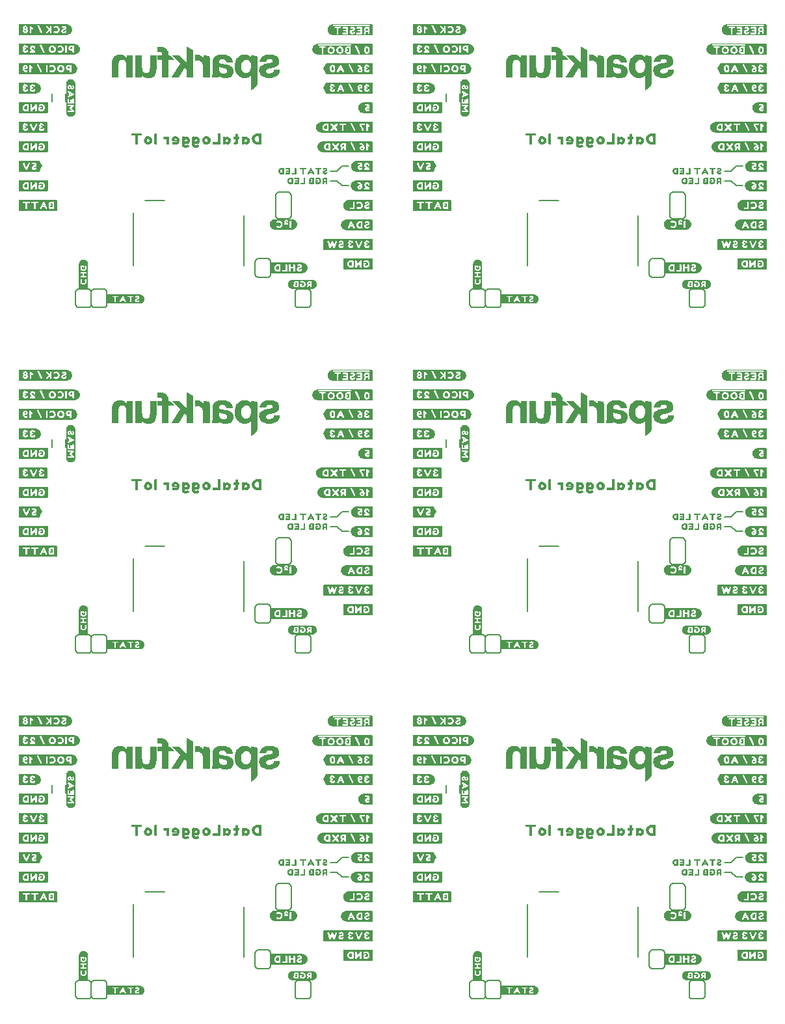
<source format=gbo>
G04 EAGLE Gerber RS-274X export*
G75*
%MOMM*%
%FSLAX34Y34*%
%LPD*%
%INSilkscreen Bottom*%
%IPPOS*%
%AMOC8*
5,1,8,0,0,1.08239X$1,22.5*%
G01*
%ADD10C,0.203200*%

G36*
X609804Y336054D02*
X609804Y336054D01*
X609807Y336051D01*
X610507Y336151D01*
X610508Y336152D01*
X610508Y336151D01*
X611108Y336251D01*
X611111Y336255D01*
X611114Y336253D01*
X611814Y336453D01*
X611818Y336458D01*
X611822Y336456D01*
X613022Y337056D01*
X613024Y337060D01*
X613027Y337059D01*
X613627Y337459D01*
X613628Y337462D01*
X613631Y337462D01*
X614131Y337862D01*
X614132Y337866D01*
X614135Y337865D01*
X614635Y338365D01*
X614635Y338369D01*
X614638Y338369D01*
X615038Y338869D01*
X615039Y338873D01*
X615041Y338873D01*
X615441Y339473D01*
X615441Y339477D01*
X615444Y339478D01*
X615744Y340078D01*
X615743Y340083D01*
X615747Y340084D01*
X616147Y341284D01*
X616145Y341291D01*
X616149Y341293D01*
X616349Y342693D01*
X616346Y342698D01*
X616349Y342700D01*
X616349Y343400D01*
X616346Y343405D01*
X616349Y343408D01*
X616249Y344008D01*
X616149Y344707D01*
X616144Y344712D01*
X616147Y344716D01*
X615947Y345316D01*
X615944Y345317D01*
X615945Y345319D01*
X615645Y346019D01*
X615637Y346024D01*
X615638Y346031D01*
X615240Y346529D01*
X614841Y347127D01*
X614838Y347128D01*
X614838Y347131D01*
X614438Y347631D01*
X614434Y347632D01*
X614435Y347635D01*
X613935Y348135D01*
X613931Y348135D01*
X613931Y348138D01*
X613431Y348538D01*
X613423Y348539D01*
X613422Y348544D01*
X612222Y349144D01*
X612220Y349144D01*
X612219Y349145D01*
X611519Y349445D01*
X611511Y349443D01*
X611508Y349449D01*
X610908Y349549D01*
X610907Y349548D01*
X610907Y349549D01*
X609507Y349749D01*
X609502Y349746D01*
X609500Y349749D01*
X537000Y349749D01*
X536962Y349720D01*
X536954Y349718D01*
X536754Y349218D01*
X536755Y349216D01*
X536753Y349214D01*
X536757Y349208D01*
X536758Y349205D01*
X536751Y349200D01*
X536751Y336300D01*
X536780Y336262D01*
X536782Y336254D01*
X537282Y336054D01*
X537295Y336058D01*
X537300Y336051D01*
X609800Y336051D01*
X609804Y336054D01*
G37*
G36*
X96724Y336054D02*
X96724Y336054D01*
X96727Y336051D01*
X97427Y336151D01*
X97428Y336152D01*
X97428Y336151D01*
X98028Y336251D01*
X98031Y336255D01*
X98034Y336253D01*
X98734Y336453D01*
X98738Y336458D01*
X98742Y336456D01*
X99942Y337056D01*
X99944Y337060D01*
X99947Y337059D01*
X100547Y337459D01*
X100548Y337462D01*
X100551Y337462D01*
X101051Y337862D01*
X101052Y337866D01*
X101055Y337865D01*
X101555Y338365D01*
X101555Y338369D01*
X101558Y338369D01*
X101958Y338869D01*
X101959Y338873D01*
X101961Y338873D01*
X102361Y339473D01*
X102361Y339477D01*
X102364Y339478D01*
X102664Y340078D01*
X102663Y340083D01*
X102667Y340084D01*
X103067Y341284D01*
X103065Y341291D01*
X103069Y341293D01*
X103269Y342693D01*
X103266Y342698D01*
X103269Y342700D01*
X103269Y343400D01*
X103266Y343405D01*
X103269Y343408D01*
X103169Y344008D01*
X103069Y344707D01*
X103064Y344712D01*
X103067Y344716D01*
X102867Y345316D01*
X102864Y345317D01*
X102865Y345319D01*
X102565Y346019D01*
X102557Y346024D01*
X102558Y346031D01*
X102160Y346529D01*
X101761Y347127D01*
X101758Y347128D01*
X101758Y347131D01*
X101358Y347631D01*
X101354Y347632D01*
X101355Y347635D01*
X100855Y348135D01*
X100851Y348135D01*
X100851Y348138D01*
X100351Y348538D01*
X100343Y348539D01*
X100342Y348544D01*
X99142Y349144D01*
X99140Y349144D01*
X99139Y349145D01*
X98439Y349445D01*
X98431Y349443D01*
X98428Y349449D01*
X97828Y349549D01*
X97827Y349548D01*
X97827Y349549D01*
X96427Y349749D01*
X96422Y349746D01*
X96420Y349749D01*
X23920Y349749D01*
X23882Y349720D01*
X23874Y349718D01*
X23674Y349218D01*
X23675Y349216D01*
X23673Y349214D01*
X23677Y349208D01*
X23678Y349205D01*
X23671Y349200D01*
X23671Y336300D01*
X23700Y336262D01*
X23702Y336254D01*
X24202Y336054D01*
X24215Y336058D01*
X24220Y336051D01*
X96720Y336051D01*
X96724Y336054D01*
G37*
G36*
X96724Y785634D02*
X96724Y785634D01*
X96727Y785631D01*
X97427Y785731D01*
X97428Y785732D01*
X97428Y785731D01*
X98028Y785831D01*
X98031Y785835D01*
X98034Y785833D01*
X98734Y786033D01*
X98738Y786038D01*
X98742Y786036D01*
X99942Y786636D01*
X99944Y786640D01*
X99947Y786639D01*
X100547Y787039D01*
X100548Y787042D01*
X100551Y787042D01*
X101051Y787442D01*
X101052Y787446D01*
X101055Y787445D01*
X101555Y787945D01*
X101555Y787949D01*
X101558Y787949D01*
X101958Y788449D01*
X101959Y788453D01*
X101961Y788453D01*
X102361Y789053D01*
X102361Y789057D01*
X102364Y789058D01*
X102664Y789658D01*
X102663Y789663D01*
X102667Y789664D01*
X103067Y790864D01*
X103065Y790871D01*
X103069Y790873D01*
X103269Y792273D01*
X103266Y792278D01*
X103269Y792280D01*
X103269Y792980D01*
X103266Y792985D01*
X103269Y792988D01*
X103169Y793588D01*
X103069Y794287D01*
X103064Y794292D01*
X103067Y794296D01*
X102867Y794896D01*
X102864Y794897D01*
X102865Y794899D01*
X102565Y795599D01*
X102557Y795604D01*
X102558Y795611D01*
X102160Y796109D01*
X101761Y796707D01*
X101758Y796708D01*
X101758Y796711D01*
X101358Y797211D01*
X101354Y797212D01*
X101355Y797215D01*
X100855Y797715D01*
X100851Y797715D01*
X100851Y797718D01*
X100351Y798118D01*
X100343Y798119D01*
X100342Y798124D01*
X99142Y798724D01*
X99140Y798724D01*
X99139Y798725D01*
X98439Y799025D01*
X98431Y799023D01*
X98428Y799029D01*
X97828Y799129D01*
X97827Y799128D01*
X97827Y799129D01*
X96427Y799329D01*
X96422Y799326D01*
X96420Y799329D01*
X23920Y799329D01*
X23882Y799300D01*
X23874Y799298D01*
X23674Y798798D01*
X23675Y798796D01*
X23673Y798794D01*
X23677Y798788D01*
X23678Y798785D01*
X23671Y798780D01*
X23671Y785880D01*
X23700Y785842D01*
X23702Y785834D01*
X24202Y785634D01*
X24215Y785638D01*
X24220Y785631D01*
X96720Y785631D01*
X96724Y785634D01*
G37*
G36*
X609804Y785634D02*
X609804Y785634D01*
X609807Y785631D01*
X610507Y785731D01*
X610508Y785732D01*
X610508Y785731D01*
X611108Y785831D01*
X611111Y785835D01*
X611114Y785833D01*
X611814Y786033D01*
X611818Y786038D01*
X611822Y786036D01*
X613022Y786636D01*
X613024Y786640D01*
X613027Y786639D01*
X613627Y787039D01*
X613628Y787042D01*
X613631Y787042D01*
X614131Y787442D01*
X614132Y787446D01*
X614135Y787445D01*
X614635Y787945D01*
X614635Y787949D01*
X614638Y787949D01*
X615038Y788449D01*
X615039Y788453D01*
X615041Y788453D01*
X615441Y789053D01*
X615441Y789057D01*
X615444Y789058D01*
X615744Y789658D01*
X615743Y789663D01*
X615747Y789664D01*
X616147Y790864D01*
X616145Y790871D01*
X616149Y790873D01*
X616349Y792273D01*
X616346Y792278D01*
X616349Y792280D01*
X616349Y792980D01*
X616346Y792985D01*
X616349Y792988D01*
X616249Y793588D01*
X616149Y794287D01*
X616144Y794292D01*
X616147Y794296D01*
X615947Y794896D01*
X615944Y794897D01*
X615945Y794899D01*
X615645Y795599D01*
X615637Y795604D01*
X615638Y795611D01*
X615240Y796109D01*
X614841Y796707D01*
X614838Y796708D01*
X614838Y796711D01*
X614438Y797211D01*
X614434Y797212D01*
X614435Y797215D01*
X613935Y797715D01*
X613931Y797715D01*
X613931Y797718D01*
X613431Y798118D01*
X613423Y798119D01*
X613422Y798124D01*
X612222Y798724D01*
X612220Y798724D01*
X612219Y798725D01*
X611519Y799025D01*
X611511Y799023D01*
X611508Y799029D01*
X610908Y799129D01*
X610907Y799128D01*
X610907Y799129D01*
X609507Y799329D01*
X609502Y799326D01*
X609500Y799329D01*
X537000Y799329D01*
X536962Y799300D01*
X536954Y799298D01*
X536754Y798798D01*
X536755Y798796D01*
X536753Y798794D01*
X536757Y798788D01*
X536758Y798785D01*
X536751Y798780D01*
X536751Y785880D01*
X536780Y785842D01*
X536782Y785834D01*
X537282Y785634D01*
X537295Y785638D01*
X537300Y785631D01*
X609800Y785631D01*
X609804Y785634D01*
G37*
G36*
X609804Y1235214D02*
X609804Y1235214D01*
X609807Y1235211D01*
X610507Y1235311D01*
X610508Y1235312D01*
X610508Y1235311D01*
X611108Y1235411D01*
X611111Y1235415D01*
X611114Y1235413D01*
X611814Y1235613D01*
X611818Y1235618D01*
X611822Y1235616D01*
X613022Y1236216D01*
X613024Y1236220D01*
X613027Y1236219D01*
X613627Y1236619D01*
X613628Y1236622D01*
X613631Y1236622D01*
X614131Y1237022D01*
X614132Y1237026D01*
X614135Y1237025D01*
X614635Y1237525D01*
X614635Y1237529D01*
X614638Y1237529D01*
X615038Y1238029D01*
X615039Y1238033D01*
X615041Y1238033D01*
X615441Y1238633D01*
X615441Y1238637D01*
X615444Y1238638D01*
X615744Y1239238D01*
X615743Y1239243D01*
X615747Y1239244D01*
X616147Y1240444D01*
X616145Y1240451D01*
X616149Y1240453D01*
X616349Y1241853D01*
X616346Y1241858D01*
X616349Y1241860D01*
X616349Y1242560D01*
X616346Y1242565D01*
X616349Y1242568D01*
X616249Y1243168D01*
X616149Y1243867D01*
X616144Y1243872D01*
X616147Y1243876D01*
X615947Y1244476D01*
X615944Y1244477D01*
X615945Y1244479D01*
X615645Y1245179D01*
X615637Y1245184D01*
X615638Y1245191D01*
X615240Y1245689D01*
X614841Y1246287D01*
X614838Y1246288D01*
X614838Y1246291D01*
X614438Y1246791D01*
X614434Y1246792D01*
X614435Y1246795D01*
X613935Y1247295D01*
X613931Y1247295D01*
X613931Y1247298D01*
X613431Y1247698D01*
X613423Y1247699D01*
X613422Y1247704D01*
X612222Y1248304D01*
X612220Y1248304D01*
X612219Y1248305D01*
X611519Y1248605D01*
X611511Y1248603D01*
X611508Y1248609D01*
X610908Y1248709D01*
X610907Y1248708D01*
X610907Y1248709D01*
X609507Y1248909D01*
X609502Y1248906D01*
X609500Y1248909D01*
X537000Y1248909D01*
X536962Y1248880D01*
X536954Y1248878D01*
X536754Y1248378D01*
X536755Y1248376D01*
X536753Y1248374D01*
X536757Y1248368D01*
X536758Y1248365D01*
X536751Y1248360D01*
X536751Y1235460D01*
X536780Y1235422D01*
X536782Y1235414D01*
X537282Y1235214D01*
X537295Y1235218D01*
X537300Y1235211D01*
X609800Y1235211D01*
X609804Y1235214D01*
G37*
G36*
X96724Y1235214D02*
X96724Y1235214D01*
X96727Y1235211D01*
X97427Y1235311D01*
X97428Y1235312D01*
X97428Y1235311D01*
X98028Y1235411D01*
X98031Y1235415D01*
X98034Y1235413D01*
X98734Y1235613D01*
X98738Y1235618D01*
X98742Y1235616D01*
X99942Y1236216D01*
X99944Y1236220D01*
X99947Y1236219D01*
X100547Y1236619D01*
X100548Y1236622D01*
X100551Y1236622D01*
X101051Y1237022D01*
X101052Y1237026D01*
X101055Y1237025D01*
X101555Y1237525D01*
X101555Y1237529D01*
X101558Y1237529D01*
X101958Y1238029D01*
X101959Y1238033D01*
X101961Y1238033D01*
X102361Y1238633D01*
X102361Y1238637D01*
X102364Y1238638D01*
X102664Y1239238D01*
X102663Y1239243D01*
X102667Y1239244D01*
X103067Y1240444D01*
X103065Y1240451D01*
X103069Y1240453D01*
X103269Y1241853D01*
X103266Y1241858D01*
X103269Y1241860D01*
X103269Y1242560D01*
X103266Y1242565D01*
X103269Y1242568D01*
X103169Y1243168D01*
X103069Y1243867D01*
X103064Y1243872D01*
X103067Y1243876D01*
X102867Y1244476D01*
X102864Y1244477D01*
X102865Y1244479D01*
X102565Y1245179D01*
X102557Y1245184D01*
X102558Y1245191D01*
X102160Y1245689D01*
X101761Y1246287D01*
X101758Y1246288D01*
X101758Y1246291D01*
X101358Y1246791D01*
X101354Y1246792D01*
X101355Y1246795D01*
X100855Y1247295D01*
X100851Y1247295D01*
X100851Y1247298D01*
X100351Y1247698D01*
X100343Y1247699D01*
X100342Y1247704D01*
X99142Y1248304D01*
X99140Y1248304D01*
X99139Y1248305D01*
X98439Y1248605D01*
X98431Y1248603D01*
X98428Y1248609D01*
X97828Y1248709D01*
X97827Y1248708D01*
X97827Y1248709D01*
X96427Y1248909D01*
X96422Y1248906D01*
X96420Y1248909D01*
X23920Y1248909D01*
X23882Y1248880D01*
X23874Y1248878D01*
X23674Y1248378D01*
X23675Y1248376D01*
X23673Y1248374D01*
X23677Y1248368D01*
X23678Y1248365D01*
X23671Y1248360D01*
X23671Y1235460D01*
X23700Y1235422D01*
X23702Y1235414D01*
X24202Y1235214D01*
X24215Y1235218D01*
X24220Y1235211D01*
X96720Y1235211D01*
X96724Y1235214D01*
G37*
G36*
X997081Y336067D02*
X997081Y336067D01*
X997095Y336065D01*
X997395Y336365D01*
X997397Y336377D01*
X997403Y336382D01*
X997398Y336389D01*
X997399Y336392D01*
X997409Y336400D01*
X997409Y349300D01*
X997396Y349318D01*
X997399Y349330D01*
X997099Y349730D01*
X997068Y349739D01*
X997060Y349749D01*
X925560Y349749D01*
X925555Y349746D01*
X925552Y349749D01*
X924952Y349649D01*
X924253Y349549D01*
X924250Y349545D01*
X924248Y349545D01*
X924247Y349545D01*
X924244Y349547D01*
X923644Y349347D01*
X923643Y349344D01*
X923641Y349345D01*
X922941Y349045D01*
X922939Y349043D01*
X922938Y349044D01*
X922338Y348744D01*
X922335Y348737D01*
X922329Y348738D01*
X921329Y347938D01*
X921328Y347934D01*
X921325Y347935D01*
X920825Y347435D01*
X920825Y347431D01*
X920822Y347431D01*
X920422Y346931D01*
X920421Y346927D01*
X920419Y346927D01*
X920019Y346327D01*
X920019Y346323D01*
X920016Y346322D01*
X919416Y345122D01*
X919418Y345111D01*
X919411Y345107D01*
X919312Y344411D01*
X919113Y343816D01*
X919117Y343805D01*
X919111Y343800D01*
X919111Y342400D01*
X919114Y342396D01*
X919111Y342393D01*
X919211Y341693D01*
X919212Y341692D01*
X919211Y341692D01*
X919311Y341092D01*
X919315Y341089D01*
X919313Y341086D01*
X919513Y340386D01*
X919518Y340382D01*
X919516Y340378D01*
X919816Y339778D01*
X919820Y339776D01*
X919819Y339773D01*
X920219Y339173D01*
X920222Y339172D01*
X920222Y339169D01*
X921022Y338169D01*
X921026Y338168D01*
X921025Y338165D01*
X921525Y337665D01*
X921529Y337665D01*
X921529Y337662D01*
X922029Y337262D01*
X922033Y337261D01*
X922033Y337259D01*
X922633Y336859D01*
X922642Y336860D01*
X922644Y336853D01*
X923242Y336654D01*
X923941Y336355D01*
X923949Y336357D01*
X923952Y336351D01*
X924552Y336251D01*
X924553Y336252D01*
X924553Y336251D01*
X925953Y336051D01*
X925958Y336054D01*
X925960Y336051D01*
X997060Y336051D01*
X997081Y336067D01*
G37*
G36*
X484001Y336067D02*
X484001Y336067D01*
X484015Y336065D01*
X484315Y336365D01*
X484317Y336377D01*
X484323Y336382D01*
X484318Y336389D01*
X484319Y336392D01*
X484329Y336400D01*
X484329Y349300D01*
X484316Y349318D01*
X484319Y349330D01*
X484019Y349730D01*
X483988Y349739D01*
X483980Y349749D01*
X412480Y349749D01*
X412475Y349746D01*
X412472Y349749D01*
X411872Y349649D01*
X411173Y349549D01*
X411170Y349545D01*
X411168Y349545D01*
X411167Y349545D01*
X411164Y349547D01*
X410564Y349347D01*
X410563Y349344D01*
X410561Y349345D01*
X409861Y349045D01*
X409859Y349043D01*
X409858Y349044D01*
X409258Y348744D01*
X409255Y348737D01*
X409249Y348738D01*
X408249Y347938D01*
X408248Y347934D01*
X408245Y347935D01*
X407745Y347435D01*
X407745Y347431D01*
X407742Y347431D01*
X407342Y346931D01*
X407341Y346927D01*
X407339Y346927D01*
X406939Y346327D01*
X406939Y346323D01*
X406936Y346322D01*
X406336Y345122D01*
X406338Y345111D01*
X406331Y345107D01*
X406232Y344411D01*
X406033Y343816D01*
X406037Y343805D01*
X406031Y343800D01*
X406031Y342400D01*
X406034Y342396D01*
X406031Y342393D01*
X406131Y341693D01*
X406132Y341692D01*
X406131Y341692D01*
X406231Y341092D01*
X406235Y341089D01*
X406233Y341086D01*
X406433Y340386D01*
X406438Y340382D01*
X406436Y340378D01*
X406736Y339778D01*
X406740Y339776D01*
X406739Y339773D01*
X407139Y339173D01*
X407142Y339172D01*
X407142Y339169D01*
X407942Y338169D01*
X407946Y338168D01*
X407945Y338165D01*
X408445Y337665D01*
X408449Y337665D01*
X408449Y337662D01*
X408949Y337262D01*
X408953Y337261D01*
X408953Y337259D01*
X409553Y336859D01*
X409562Y336860D01*
X409564Y336853D01*
X410162Y336654D01*
X410861Y336355D01*
X410869Y336357D01*
X410872Y336351D01*
X411472Y336251D01*
X411473Y336252D01*
X411473Y336251D01*
X412873Y336051D01*
X412878Y336054D01*
X412880Y336051D01*
X483980Y336051D01*
X484001Y336067D01*
G37*
G36*
X484001Y785647D02*
X484001Y785647D01*
X484015Y785645D01*
X484315Y785945D01*
X484317Y785957D01*
X484323Y785962D01*
X484318Y785969D01*
X484319Y785972D01*
X484329Y785980D01*
X484329Y798880D01*
X484316Y798898D01*
X484319Y798910D01*
X484019Y799310D01*
X483988Y799319D01*
X483980Y799329D01*
X412480Y799329D01*
X412475Y799326D01*
X412472Y799329D01*
X411872Y799229D01*
X411173Y799129D01*
X411170Y799125D01*
X411168Y799125D01*
X411167Y799125D01*
X411164Y799127D01*
X410564Y798927D01*
X410563Y798924D01*
X410561Y798925D01*
X409861Y798625D01*
X409859Y798623D01*
X409858Y798624D01*
X409258Y798324D01*
X409255Y798317D01*
X409249Y798318D01*
X408249Y797518D01*
X408248Y797514D01*
X408245Y797515D01*
X407745Y797015D01*
X407745Y797011D01*
X407742Y797011D01*
X407342Y796511D01*
X407341Y796507D01*
X407339Y796507D01*
X406939Y795907D01*
X406939Y795903D01*
X406936Y795902D01*
X406336Y794702D01*
X406338Y794691D01*
X406331Y794687D01*
X406232Y793991D01*
X406033Y793396D01*
X406037Y793385D01*
X406031Y793380D01*
X406031Y791980D01*
X406034Y791976D01*
X406031Y791973D01*
X406131Y791273D01*
X406132Y791272D01*
X406131Y791272D01*
X406231Y790672D01*
X406235Y790669D01*
X406233Y790666D01*
X406433Y789966D01*
X406438Y789962D01*
X406436Y789958D01*
X406736Y789358D01*
X406740Y789356D01*
X406739Y789353D01*
X407139Y788753D01*
X407142Y788752D01*
X407142Y788749D01*
X407942Y787749D01*
X407946Y787748D01*
X407945Y787745D01*
X408445Y787245D01*
X408449Y787245D01*
X408449Y787242D01*
X408949Y786842D01*
X408953Y786841D01*
X408953Y786839D01*
X409553Y786439D01*
X409562Y786440D01*
X409564Y786433D01*
X410162Y786234D01*
X410861Y785935D01*
X410869Y785937D01*
X410872Y785931D01*
X411472Y785831D01*
X411473Y785832D01*
X411473Y785831D01*
X412873Y785631D01*
X412878Y785634D01*
X412880Y785631D01*
X483980Y785631D01*
X484001Y785647D01*
G37*
G36*
X997081Y785647D02*
X997081Y785647D01*
X997095Y785645D01*
X997395Y785945D01*
X997397Y785957D01*
X997403Y785962D01*
X997398Y785969D01*
X997399Y785972D01*
X997409Y785980D01*
X997409Y798880D01*
X997396Y798898D01*
X997399Y798910D01*
X997099Y799310D01*
X997068Y799319D01*
X997060Y799329D01*
X925560Y799329D01*
X925555Y799326D01*
X925552Y799329D01*
X924952Y799229D01*
X924253Y799129D01*
X924250Y799125D01*
X924248Y799125D01*
X924247Y799125D01*
X924244Y799127D01*
X923644Y798927D01*
X923643Y798924D01*
X923641Y798925D01*
X922941Y798625D01*
X922939Y798623D01*
X922938Y798624D01*
X922338Y798324D01*
X922335Y798317D01*
X922329Y798318D01*
X921329Y797518D01*
X921328Y797514D01*
X921325Y797515D01*
X920825Y797015D01*
X920825Y797011D01*
X920822Y797011D01*
X920422Y796511D01*
X920421Y796507D01*
X920419Y796507D01*
X920019Y795907D01*
X920019Y795903D01*
X920016Y795902D01*
X919416Y794702D01*
X919418Y794691D01*
X919411Y794687D01*
X919312Y793991D01*
X919113Y793396D01*
X919117Y793385D01*
X919111Y793380D01*
X919111Y791980D01*
X919114Y791976D01*
X919111Y791973D01*
X919211Y791273D01*
X919212Y791272D01*
X919211Y791272D01*
X919311Y790672D01*
X919315Y790669D01*
X919313Y790666D01*
X919513Y789966D01*
X919518Y789962D01*
X919516Y789958D01*
X919816Y789358D01*
X919820Y789356D01*
X919819Y789353D01*
X920219Y788753D01*
X920222Y788752D01*
X920222Y788749D01*
X921022Y787749D01*
X921026Y787748D01*
X921025Y787745D01*
X921525Y787245D01*
X921529Y787245D01*
X921529Y787242D01*
X922029Y786842D01*
X922033Y786841D01*
X922033Y786839D01*
X922633Y786439D01*
X922642Y786440D01*
X922644Y786433D01*
X923242Y786234D01*
X923941Y785935D01*
X923949Y785937D01*
X923952Y785931D01*
X924552Y785831D01*
X924553Y785832D01*
X924553Y785831D01*
X925953Y785631D01*
X925958Y785634D01*
X925960Y785631D01*
X997060Y785631D01*
X997081Y785647D01*
G37*
G36*
X484001Y1235227D02*
X484001Y1235227D01*
X484015Y1235225D01*
X484315Y1235525D01*
X484317Y1235537D01*
X484323Y1235542D01*
X484318Y1235549D01*
X484319Y1235552D01*
X484329Y1235560D01*
X484329Y1248460D01*
X484316Y1248478D01*
X484319Y1248490D01*
X484019Y1248890D01*
X483988Y1248899D01*
X483980Y1248909D01*
X412480Y1248909D01*
X412475Y1248906D01*
X412472Y1248909D01*
X411872Y1248809D01*
X411173Y1248709D01*
X411170Y1248705D01*
X411168Y1248705D01*
X411167Y1248705D01*
X411164Y1248707D01*
X410564Y1248507D01*
X410563Y1248504D01*
X410561Y1248505D01*
X409861Y1248205D01*
X409859Y1248203D01*
X409858Y1248204D01*
X409258Y1247904D01*
X409255Y1247897D01*
X409249Y1247898D01*
X408249Y1247098D01*
X408248Y1247094D01*
X408245Y1247095D01*
X407745Y1246595D01*
X407745Y1246591D01*
X407742Y1246591D01*
X407342Y1246091D01*
X407341Y1246087D01*
X407339Y1246087D01*
X406939Y1245487D01*
X406939Y1245483D01*
X406936Y1245482D01*
X406336Y1244282D01*
X406338Y1244271D01*
X406331Y1244267D01*
X406232Y1243571D01*
X406033Y1242976D01*
X406037Y1242965D01*
X406031Y1242960D01*
X406031Y1241560D01*
X406034Y1241556D01*
X406031Y1241553D01*
X406131Y1240853D01*
X406132Y1240852D01*
X406131Y1240852D01*
X406231Y1240252D01*
X406235Y1240249D01*
X406233Y1240246D01*
X406433Y1239546D01*
X406438Y1239542D01*
X406436Y1239538D01*
X406736Y1238938D01*
X406740Y1238936D01*
X406739Y1238933D01*
X407139Y1238333D01*
X407142Y1238332D01*
X407142Y1238329D01*
X407942Y1237329D01*
X407946Y1237328D01*
X407945Y1237325D01*
X408445Y1236825D01*
X408449Y1236825D01*
X408449Y1236822D01*
X408949Y1236422D01*
X408953Y1236421D01*
X408953Y1236419D01*
X409553Y1236019D01*
X409562Y1236020D01*
X409564Y1236013D01*
X410162Y1235814D01*
X410861Y1235515D01*
X410869Y1235517D01*
X410872Y1235511D01*
X411472Y1235411D01*
X411473Y1235412D01*
X411473Y1235411D01*
X412873Y1235211D01*
X412878Y1235214D01*
X412880Y1235211D01*
X483980Y1235211D01*
X484001Y1235227D01*
G37*
G36*
X997081Y1235227D02*
X997081Y1235227D01*
X997095Y1235225D01*
X997395Y1235525D01*
X997397Y1235537D01*
X997403Y1235542D01*
X997398Y1235549D01*
X997399Y1235552D01*
X997409Y1235560D01*
X997409Y1248460D01*
X997396Y1248478D01*
X997399Y1248490D01*
X997099Y1248890D01*
X997068Y1248899D01*
X997060Y1248909D01*
X925560Y1248909D01*
X925555Y1248906D01*
X925552Y1248909D01*
X924952Y1248809D01*
X924253Y1248709D01*
X924250Y1248705D01*
X924248Y1248705D01*
X924247Y1248705D01*
X924244Y1248707D01*
X923644Y1248507D01*
X923643Y1248504D01*
X923641Y1248505D01*
X922941Y1248205D01*
X922939Y1248203D01*
X922938Y1248204D01*
X922338Y1247904D01*
X922335Y1247897D01*
X922329Y1247898D01*
X921329Y1247098D01*
X921328Y1247094D01*
X921325Y1247095D01*
X920825Y1246595D01*
X920825Y1246591D01*
X920822Y1246591D01*
X920422Y1246091D01*
X920421Y1246087D01*
X920419Y1246087D01*
X920019Y1245487D01*
X920019Y1245483D01*
X920016Y1245482D01*
X919416Y1244282D01*
X919418Y1244271D01*
X919411Y1244267D01*
X919312Y1243571D01*
X919113Y1242976D01*
X919117Y1242965D01*
X919111Y1242960D01*
X919111Y1241560D01*
X919114Y1241556D01*
X919111Y1241553D01*
X919211Y1240853D01*
X919212Y1240852D01*
X919211Y1240852D01*
X919311Y1240252D01*
X919315Y1240249D01*
X919313Y1240246D01*
X919513Y1239546D01*
X919518Y1239542D01*
X919516Y1239538D01*
X919816Y1238938D01*
X919820Y1238936D01*
X919819Y1238933D01*
X920219Y1238333D01*
X920222Y1238332D01*
X920222Y1238329D01*
X921022Y1237329D01*
X921026Y1237328D01*
X921025Y1237325D01*
X921525Y1236825D01*
X921529Y1236825D01*
X921529Y1236822D01*
X922029Y1236422D01*
X922033Y1236421D01*
X922033Y1236419D01*
X922633Y1236019D01*
X922642Y1236020D01*
X922644Y1236013D01*
X923242Y1235814D01*
X923941Y1235515D01*
X923949Y1235517D01*
X923952Y1235511D01*
X924552Y1235411D01*
X924553Y1235412D01*
X924553Y1235411D01*
X925953Y1235211D01*
X925958Y1235214D01*
X925960Y1235211D01*
X997060Y1235211D01*
X997081Y1235227D01*
G37*
G36*
X606204Y760234D02*
X606204Y760234D01*
X606207Y760231D01*
X607607Y760431D01*
X607612Y760436D01*
X607616Y760433D01*
X608215Y760633D01*
X608914Y760833D01*
X608918Y760838D01*
X608922Y760836D01*
X609522Y761136D01*
X609525Y761143D01*
X609531Y761142D01*
X610029Y761540D01*
X610627Y761939D01*
X610630Y761946D01*
X610635Y761945D01*
X611135Y762445D01*
X611135Y762449D01*
X611138Y762449D01*
X611538Y762949D01*
X611539Y762953D01*
X611541Y762953D01*
X611941Y763553D01*
X611941Y763557D01*
X611944Y763558D01*
X612244Y764158D01*
X612243Y764163D01*
X612247Y764164D01*
X612647Y765364D01*
X612646Y765366D01*
X612647Y765366D01*
X612654Y765389D01*
X612668Y765438D01*
X612710Y765586D01*
X612752Y765733D01*
X612766Y765783D01*
X612808Y765930D01*
X612809Y765930D01*
X612808Y765930D01*
X612847Y766066D01*
X612844Y766076D01*
X612847Y766078D01*
X612849Y766080D01*
X612849Y768080D01*
X612843Y768088D01*
X612847Y768094D01*
X612647Y768794D01*
X612646Y768795D01*
X612647Y768796D01*
X612447Y769395D01*
X612247Y770094D01*
X612239Y770100D01*
X612241Y770107D01*
X611842Y770706D01*
X611542Y771205D01*
X611534Y771209D01*
X611535Y771215D01*
X610535Y772215D01*
X610531Y772215D01*
X610531Y772218D01*
X610031Y772618D01*
X610027Y772619D01*
X610027Y772621D01*
X609427Y773021D01*
X609423Y773021D01*
X609422Y773024D01*
X608822Y773324D01*
X608817Y773323D01*
X608816Y773327D01*
X608216Y773527D01*
X608214Y773526D01*
X608214Y773527D01*
X607514Y773727D01*
X607510Y773726D01*
X607508Y773729D01*
X606908Y773829D01*
X606907Y773828D01*
X606907Y773829D01*
X606207Y773929D01*
X606202Y773926D01*
X606200Y773929D01*
X537000Y773929D01*
X536962Y773900D01*
X536954Y773898D01*
X536754Y773398D01*
X536755Y773396D01*
X536753Y773394D01*
X536757Y773388D01*
X536758Y773385D01*
X536751Y773380D01*
X536751Y760580D01*
X536770Y760554D01*
X536770Y760541D01*
X537170Y760241D01*
X537192Y760241D01*
X537200Y760231D01*
X606200Y760231D01*
X606204Y760234D01*
G37*
G36*
X93124Y760234D02*
X93124Y760234D01*
X93127Y760231D01*
X94527Y760431D01*
X94532Y760436D01*
X94536Y760433D01*
X95135Y760633D01*
X95834Y760833D01*
X95838Y760838D01*
X95842Y760836D01*
X96442Y761136D01*
X96445Y761143D01*
X96451Y761142D01*
X96949Y761540D01*
X97547Y761939D01*
X97550Y761946D01*
X97555Y761945D01*
X98055Y762445D01*
X98055Y762449D01*
X98058Y762449D01*
X98458Y762949D01*
X98459Y762953D01*
X98461Y762953D01*
X98861Y763553D01*
X98861Y763557D01*
X98864Y763558D01*
X99164Y764158D01*
X99163Y764163D01*
X99167Y764164D01*
X99567Y765364D01*
X99566Y765366D01*
X99567Y765366D01*
X99574Y765389D01*
X99588Y765438D01*
X99630Y765586D01*
X99672Y765733D01*
X99686Y765783D01*
X99728Y765930D01*
X99729Y765930D01*
X99728Y765930D01*
X99767Y766066D01*
X99764Y766076D01*
X99767Y766078D01*
X99769Y766080D01*
X99769Y768080D01*
X99763Y768088D01*
X99767Y768094D01*
X99567Y768794D01*
X99566Y768795D01*
X99567Y768796D01*
X99367Y769395D01*
X99167Y770094D01*
X99159Y770100D01*
X99161Y770107D01*
X98762Y770706D01*
X98462Y771205D01*
X98454Y771209D01*
X98455Y771215D01*
X97455Y772215D01*
X97451Y772215D01*
X97451Y772218D01*
X96951Y772618D01*
X96947Y772619D01*
X96947Y772621D01*
X96347Y773021D01*
X96343Y773021D01*
X96342Y773024D01*
X95742Y773324D01*
X95737Y773323D01*
X95736Y773327D01*
X95136Y773527D01*
X95134Y773526D01*
X95134Y773527D01*
X94434Y773727D01*
X94430Y773726D01*
X94428Y773729D01*
X93828Y773829D01*
X93827Y773828D01*
X93827Y773829D01*
X93127Y773929D01*
X93122Y773926D01*
X93120Y773929D01*
X23920Y773929D01*
X23882Y773900D01*
X23874Y773898D01*
X23674Y773398D01*
X23675Y773396D01*
X23673Y773394D01*
X23677Y773388D01*
X23678Y773385D01*
X23671Y773380D01*
X23671Y760580D01*
X23690Y760554D01*
X23690Y760541D01*
X24090Y760241D01*
X24112Y760241D01*
X24120Y760231D01*
X93120Y760231D01*
X93124Y760234D01*
G37*
G36*
X606204Y310654D02*
X606204Y310654D01*
X606207Y310651D01*
X607607Y310851D01*
X607612Y310856D01*
X607616Y310853D01*
X608215Y311053D01*
X608914Y311253D01*
X608918Y311258D01*
X608922Y311256D01*
X609522Y311556D01*
X609525Y311563D01*
X609531Y311562D01*
X610029Y311960D01*
X610627Y312359D01*
X610630Y312366D01*
X610635Y312365D01*
X611135Y312865D01*
X611135Y312869D01*
X611138Y312869D01*
X611538Y313369D01*
X611539Y313373D01*
X611541Y313373D01*
X611941Y313973D01*
X611941Y313977D01*
X611944Y313978D01*
X612244Y314578D01*
X612243Y314583D01*
X612247Y314584D01*
X612647Y315784D01*
X612646Y315786D01*
X612647Y315786D01*
X612654Y315809D01*
X612668Y315858D01*
X612710Y316006D01*
X612752Y316153D01*
X612766Y316203D01*
X612808Y316350D01*
X612809Y316350D01*
X612808Y316350D01*
X612847Y316486D01*
X612844Y316496D01*
X612847Y316498D01*
X612849Y316500D01*
X612849Y318500D01*
X612843Y318508D01*
X612847Y318514D01*
X612647Y319214D01*
X612646Y319215D01*
X612647Y319216D01*
X612447Y319815D01*
X612247Y320514D01*
X612239Y320520D01*
X612241Y320527D01*
X611842Y321126D01*
X611542Y321625D01*
X611534Y321629D01*
X611535Y321635D01*
X610535Y322635D01*
X610531Y322635D01*
X610531Y322638D01*
X610031Y323038D01*
X610027Y323039D01*
X610027Y323041D01*
X609427Y323441D01*
X609423Y323441D01*
X609422Y323444D01*
X608822Y323744D01*
X608817Y323743D01*
X608816Y323747D01*
X608216Y323947D01*
X608214Y323946D01*
X608214Y323947D01*
X607514Y324147D01*
X607510Y324146D01*
X607508Y324149D01*
X606908Y324249D01*
X606907Y324248D01*
X606907Y324249D01*
X606207Y324349D01*
X606202Y324346D01*
X606200Y324349D01*
X537000Y324349D01*
X536962Y324320D01*
X536954Y324318D01*
X536754Y323818D01*
X536755Y323816D01*
X536753Y323814D01*
X536757Y323808D01*
X536758Y323805D01*
X536751Y323800D01*
X536751Y311000D01*
X536770Y310974D01*
X536770Y310961D01*
X537170Y310661D01*
X537192Y310661D01*
X537200Y310651D01*
X606200Y310651D01*
X606204Y310654D01*
G37*
G36*
X93124Y1209814D02*
X93124Y1209814D01*
X93127Y1209811D01*
X94527Y1210011D01*
X94532Y1210016D01*
X94536Y1210013D01*
X95135Y1210213D01*
X95834Y1210413D01*
X95838Y1210418D01*
X95842Y1210416D01*
X96442Y1210716D01*
X96445Y1210723D01*
X96451Y1210722D01*
X96949Y1211120D01*
X97547Y1211519D01*
X97550Y1211526D01*
X97555Y1211525D01*
X98055Y1212025D01*
X98055Y1212029D01*
X98058Y1212029D01*
X98458Y1212529D01*
X98459Y1212533D01*
X98461Y1212533D01*
X98861Y1213133D01*
X98861Y1213137D01*
X98864Y1213138D01*
X99164Y1213738D01*
X99163Y1213743D01*
X99167Y1213744D01*
X99567Y1214944D01*
X99566Y1214946D01*
X99567Y1214946D01*
X99574Y1214969D01*
X99588Y1215018D01*
X99630Y1215166D01*
X99672Y1215313D01*
X99686Y1215363D01*
X99728Y1215510D01*
X99729Y1215510D01*
X99728Y1215510D01*
X99767Y1215646D01*
X99764Y1215656D01*
X99767Y1215658D01*
X99769Y1215660D01*
X99769Y1217660D01*
X99763Y1217668D01*
X99767Y1217674D01*
X99567Y1218374D01*
X99566Y1218375D01*
X99567Y1218376D01*
X99367Y1218975D01*
X99167Y1219674D01*
X99159Y1219680D01*
X99161Y1219687D01*
X98762Y1220286D01*
X98462Y1220785D01*
X98454Y1220789D01*
X98455Y1220795D01*
X97455Y1221795D01*
X97451Y1221795D01*
X97451Y1221798D01*
X96951Y1222198D01*
X96947Y1222199D01*
X96947Y1222201D01*
X96347Y1222601D01*
X96343Y1222601D01*
X96342Y1222604D01*
X95742Y1222904D01*
X95737Y1222903D01*
X95736Y1222907D01*
X95136Y1223107D01*
X95134Y1223106D01*
X95134Y1223107D01*
X94434Y1223307D01*
X94430Y1223306D01*
X94428Y1223309D01*
X93828Y1223409D01*
X93827Y1223408D01*
X93827Y1223409D01*
X93127Y1223509D01*
X93122Y1223506D01*
X93120Y1223509D01*
X23920Y1223509D01*
X23882Y1223480D01*
X23874Y1223478D01*
X23674Y1222978D01*
X23675Y1222976D01*
X23673Y1222974D01*
X23677Y1222968D01*
X23678Y1222965D01*
X23671Y1222960D01*
X23671Y1210160D01*
X23690Y1210134D01*
X23690Y1210121D01*
X24090Y1209821D01*
X24112Y1209821D01*
X24120Y1209811D01*
X93120Y1209811D01*
X93124Y1209814D01*
G37*
G36*
X606204Y1209814D02*
X606204Y1209814D01*
X606207Y1209811D01*
X607607Y1210011D01*
X607612Y1210016D01*
X607616Y1210013D01*
X608215Y1210213D01*
X608914Y1210413D01*
X608918Y1210418D01*
X608922Y1210416D01*
X609522Y1210716D01*
X609525Y1210723D01*
X609531Y1210722D01*
X610029Y1211120D01*
X610627Y1211519D01*
X610630Y1211526D01*
X610635Y1211525D01*
X611135Y1212025D01*
X611135Y1212029D01*
X611138Y1212029D01*
X611538Y1212529D01*
X611539Y1212533D01*
X611541Y1212533D01*
X611941Y1213133D01*
X611941Y1213137D01*
X611944Y1213138D01*
X612244Y1213738D01*
X612243Y1213743D01*
X612247Y1213744D01*
X612647Y1214944D01*
X612646Y1214946D01*
X612647Y1214946D01*
X612654Y1214969D01*
X612668Y1215018D01*
X612710Y1215166D01*
X612752Y1215313D01*
X612766Y1215363D01*
X612808Y1215510D01*
X612809Y1215510D01*
X612808Y1215510D01*
X612847Y1215646D01*
X612844Y1215656D01*
X612847Y1215658D01*
X612849Y1215660D01*
X612849Y1217660D01*
X612843Y1217668D01*
X612847Y1217674D01*
X612647Y1218374D01*
X612646Y1218375D01*
X612647Y1218376D01*
X612447Y1218975D01*
X612247Y1219674D01*
X612239Y1219680D01*
X612241Y1219687D01*
X611842Y1220286D01*
X611542Y1220785D01*
X611534Y1220789D01*
X611535Y1220795D01*
X610535Y1221795D01*
X610531Y1221795D01*
X610531Y1221798D01*
X610031Y1222198D01*
X610027Y1222199D01*
X610027Y1222201D01*
X609427Y1222601D01*
X609423Y1222601D01*
X609422Y1222604D01*
X608822Y1222904D01*
X608817Y1222903D01*
X608816Y1222907D01*
X608216Y1223107D01*
X608214Y1223106D01*
X608214Y1223107D01*
X607514Y1223307D01*
X607510Y1223306D01*
X607508Y1223309D01*
X606908Y1223409D01*
X606907Y1223408D01*
X606907Y1223409D01*
X606207Y1223509D01*
X606202Y1223506D01*
X606200Y1223509D01*
X537000Y1223509D01*
X536962Y1223480D01*
X536954Y1223478D01*
X536754Y1222978D01*
X536755Y1222976D01*
X536753Y1222974D01*
X536757Y1222968D01*
X536758Y1222965D01*
X536751Y1222960D01*
X536751Y1210160D01*
X536770Y1210134D01*
X536770Y1210121D01*
X537170Y1209821D01*
X537192Y1209821D01*
X537200Y1209811D01*
X606200Y1209811D01*
X606204Y1209814D01*
G37*
G36*
X93124Y310654D02*
X93124Y310654D01*
X93127Y310651D01*
X94527Y310851D01*
X94532Y310856D01*
X94536Y310853D01*
X95135Y311053D01*
X95834Y311253D01*
X95838Y311258D01*
X95842Y311256D01*
X96442Y311556D01*
X96445Y311563D01*
X96451Y311562D01*
X96949Y311960D01*
X97547Y312359D01*
X97550Y312366D01*
X97555Y312365D01*
X98055Y312865D01*
X98055Y312869D01*
X98058Y312869D01*
X98458Y313369D01*
X98459Y313373D01*
X98461Y313373D01*
X98861Y313973D01*
X98861Y313977D01*
X98864Y313978D01*
X99164Y314578D01*
X99163Y314583D01*
X99167Y314584D01*
X99567Y315784D01*
X99566Y315786D01*
X99567Y315786D01*
X99574Y315809D01*
X99588Y315858D01*
X99630Y316006D01*
X99672Y316153D01*
X99686Y316203D01*
X99728Y316350D01*
X99729Y316350D01*
X99728Y316350D01*
X99767Y316486D01*
X99764Y316496D01*
X99767Y316498D01*
X99769Y316500D01*
X99769Y318500D01*
X99763Y318508D01*
X99767Y318514D01*
X99567Y319214D01*
X99566Y319215D01*
X99567Y319216D01*
X99367Y319815D01*
X99167Y320514D01*
X99159Y320520D01*
X99161Y320527D01*
X98762Y321126D01*
X98462Y321625D01*
X98454Y321629D01*
X98455Y321635D01*
X97455Y322635D01*
X97451Y322635D01*
X97451Y322638D01*
X96951Y323038D01*
X96947Y323039D01*
X96947Y323041D01*
X96347Y323441D01*
X96343Y323441D01*
X96342Y323444D01*
X95742Y323744D01*
X95737Y323743D01*
X95736Y323747D01*
X95136Y323947D01*
X95134Y323946D01*
X95134Y323947D01*
X94434Y324147D01*
X94430Y324146D01*
X94428Y324149D01*
X93828Y324249D01*
X93827Y324248D01*
X93827Y324249D01*
X93127Y324349D01*
X93122Y324346D01*
X93120Y324349D01*
X23920Y324349D01*
X23882Y324320D01*
X23874Y324318D01*
X23674Y323818D01*
X23675Y323816D01*
X23673Y323814D01*
X23677Y323808D01*
X23678Y323805D01*
X23671Y323800D01*
X23671Y311000D01*
X23690Y310974D01*
X23690Y310961D01*
X24090Y310661D01*
X24112Y310661D01*
X24120Y310651D01*
X93120Y310651D01*
X93124Y310654D01*
G37*
G36*
X483898Y684044D02*
X483898Y684044D01*
X483910Y684041D01*
X484310Y684341D01*
X484314Y684357D01*
X484321Y684362D01*
X484317Y684368D01*
X484319Y684372D01*
X484329Y684380D01*
X484329Y697180D01*
X484321Y697191D01*
X484326Y697198D01*
X484126Y697698D01*
X484085Y697723D01*
X484080Y697729D01*
X417280Y697729D01*
X417276Y697726D01*
X417273Y697729D01*
X415873Y697529D01*
X415870Y697525D01*
X415868Y697525D01*
X415867Y697525D01*
X415864Y697527D01*
X415264Y697327D01*
X415261Y697322D01*
X415258Y697324D01*
X414058Y696724D01*
X414056Y696720D01*
X414053Y696721D01*
X413453Y696321D01*
X413452Y696318D01*
X413449Y696318D01*
X412949Y695918D01*
X412948Y695914D01*
X412945Y695915D01*
X412445Y695415D01*
X412445Y695411D01*
X412442Y695411D01*
X412042Y694911D01*
X412041Y694907D01*
X412039Y694907D01*
X411639Y694307D01*
X411639Y694303D01*
X411636Y694302D01*
X411036Y693102D01*
X411037Y693097D01*
X411033Y693096D01*
X410833Y692496D01*
X410835Y692489D01*
X410831Y692487D01*
X410731Y691787D01*
X410734Y691782D01*
X410731Y691780D01*
X410731Y689780D01*
X410737Y689772D01*
X410733Y689766D01*
X410933Y689066D01*
X410934Y689065D01*
X410933Y689064D01*
X411133Y688464D01*
X411138Y688461D01*
X411136Y688458D01*
X411736Y687258D01*
X411740Y687256D01*
X411739Y687253D01*
X412139Y686653D01*
X412142Y686652D01*
X412142Y686649D01*
X412542Y686149D01*
X412546Y686148D01*
X412545Y686145D01*
X413045Y685645D01*
X413052Y685644D01*
X413053Y685639D01*
X413653Y685239D01*
X413657Y685239D01*
X413658Y685236D01*
X415458Y684336D01*
X415469Y684338D01*
X415473Y684331D01*
X416172Y684231D01*
X416772Y684131D01*
X416773Y684132D01*
X416773Y684131D01*
X417473Y684031D01*
X417478Y684034D01*
X417480Y684031D01*
X483880Y684031D01*
X483898Y684044D01*
G37*
G36*
X996978Y684044D02*
X996978Y684044D01*
X996990Y684041D01*
X997390Y684341D01*
X997394Y684357D01*
X997401Y684362D01*
X997397Y684368D01*
X997399Y684372D01*
X997409Y684380D01*
X997409Y697180D01*
X997401Y697191D01*
X997406Y697198D01*
X997206Y697698D01*
X997165Y697723D01*
X997160Y697729D01*
X930360Y697729D01*
X930356Y697726D01*
X930353Y697729D01*
X928953Y697529D01*
X928950Y697525D01*
X928948Y697525D01*
X928947Y697525D01*
X928944Y697527D01*
X928344Y697327D01*
X928341Y697322D01*
X928338Y697324D01*
X927138Y696724D01*
X927136Y696720D01*
X927133Y696721D01*
X926533Y696321D01*
X926532Y696318D01*
X926529Y696318D01*
X926029Y695918D01*
X926028Y695914D01*
X926025Y695915D01*
X925525Y695415D01*
X925525Y695411D01*
X925522Y695411D01*
X925122Y694911D01*
X925121Y694907D01*
X925119Y694907D01*
X924719Y694307D01*
X924719Y694303D01*
X924716Y694302D01*
X924116Y693102D01*
X924117Y693097D01*
X924113Y693096D01*
X923913Y692496D01*
X923915Y692489D01*
X923911Y692487D01*
X923811Y691787D01*
X923814Y691782D01*
X923811Y691780D01*
X923811Y689780D01*
X923817Y689772D01*
X923813Y689766D01*
X924013Y689066D01*
X924014Y689065D01*
X924013Y689064D01*
X924213Y688464D01*
X924218Y688461D01*
X924216Y688458D01*
X924816Y687258D01*
X924820Y687256D01*
X924819Y687253D01*
X925219Y686653D01*
X925222Y686652D01*
X925222Y686649D01*
X925622Y686149D01*
X925626Y686148D01*
X925625Y686145D01*
X926125Y685645D01*
X926132Y685644D01*
X926133Y685639D01*
X926733Y685239D01*
X926737Y685239D01*
X926738Y685236D01*
X928538Y684336D01*
X928549Y684338D01*
X928553Y684331D01*
X929252Y684231D01*
X929852Y684131D01*
X929853Y684132D01*
X929853Y684131D01*
X930553Y684031D01*
X930558Y684034D01*
X930560Y684031D01*
X996960Y684031D01*
X996978Y684044D01*
G37*
G36*
X483898Y1133624D02*
X483898Y1133624D01*
X483910Y1133621D01*
X484310Y1133921D01*
X484314Y1133937D01*
X484321Y1133942D01*
X484317Y1133948D01*
X484319Y1133952D01*
X484329Y1133960D01*
X484329Y1146760D01*
X484321Y1146771D01*
X484326Y1146778D01*
X484126Y1147278D01*
X484085Y1147303D01*
X484080Y1147309D01*
X417280Y1147309D01*
X417276Y1147306D01*
X417273Y1147309D01*
X415873Y1147109D01*
X415870Y1147105D01*
X415868Y1147105D01*
X415867Y1147105D01*
X415864Y1147107D01*
X415264Y1146907D01*
X415261Y1146902D01*
X415258Y1146904D01*
X414058Y1146304D01*
X414056Y1146300D01*
X414053Y1146301D01*
X413453Y1145901D01*
X413452Y1145898D01*
X413449Y1145898D01*
X412949Y1145498D01*
X412948Y1145494D01*
X412945Y1145495D01*
X412445Y1144995D01*
X412445Y1144991D01*
X412442Y1144991D01*
X412042Y1144491D01*
X412041Y1144487D01*
X412039Y1144487D01*
X411639Y1143887D01*
X411639Y1143883D01*
X411636Y1143882D01*
X411036Y1142682D01*
X411037Y1142677D01*
X411033Y1142676D01*
X410833Y1142076D01*
X410835Y1142069D01*
X410831Y1142067D01*
X410731Y1141367D01*
X410734Y1141362D01*
X410731Y1141360D01*
X410731Y1139360D01*
X410737Y1139352D01*
X410733Y1139346D01*
X410933Y1138646D01*
X410934Y1138645D01*
X410933Y1138644D01*
X411133Y1138044D01*
X411138Y1138041D01*
X411136Y1138038D01*
X411736Y1136838D01*
X411740Y1136836D01*
X411739Y1136833D01*
X412139Y1136233D01*
X412142Y1136232D01*
X412142Y1136229D01*
X412542Y1135729D01*
X412546Y1135728D01*
X412545Y1135725D01*
X413045Y1135225D01*
X413052Y1135224D01*
X413053Y1135219D01*
X413653Y1134819D01*
X413657Y1134819D01*
X413658Y1134816D01*
X415458Y1133916D01*
X415469Y1133918D01*
X415473Y1133911D01*
X416172Y1133811D01*
X416772Y1133711D01*
X416773Y1133712D01*
X416773Y1133711D01*
X417473Y1133611D01*
X417478Y1133614D01*
X417480Y1133611D01*
X483880Y1133611D01*
X483898Y1133624D01*
G37*
G36*
X996978Y1133624D02*
X996978Y1133624D01*
X996990Y1133621D01*
X997390Y1133921D01*
X997394Y1133937D01*
X997401Y1133942D01*
X997397Y1133948D01*
X997399Y1133952D01*
X997409Y1133960D01*
X997409Y1146760D01*
X997401Y1146771D01*
X997406Y1146778D01*
X997206Y1147278D01*
X997165Y1147303D01*
X997160Y1147309D01*
X930360Y1147309D01*
X930356Y1147306D01*
X930353Y1147309D01*
X928953Y1147109D01*
X928950Y1147105D01*
X928948Y1147105D01*
X928947Y1147105D01*
X928944Y1147107D01*
X928344Y1146907D01*
X928341Y1146902D01*
X928338Y1146904D01*
X927138Y1146304D01*
X927136Y1146300D01*
X927133Y1146301D01*
X926533Y1145901D01*
X926532Y1145898D01*
X926529Y1145898D01*
X926029Y1145498D01*
X926028Y1145494D01*
X926025Y1145495D01*
X925525Y1144995D01*
X925525Y1144991D01*
X925522Y1144991D01*
X925122Y1144491D01*
X925121Y1144487D01*
X925119Y1144487D01*
X924719Y1143887D01*
X924719Y1143883D01*
X924716Y1143882D01*
X924116Y1142682D01*
X924117Y1142677D01*
X924113Y1142676D01*
X923913Y1142076D01*
X923915Y1142069D01*
X923911Y1142067D01*
X923811Y1141367D01*
X923814Y1141362D01*
X923811Y1141360D01*
X923811Y1139360D01*
X923817Y1139352D01*
X923813Y1139346D01*
X924013Y1138646D01*
X924014Y1138645D01*
X924013Y1138644D01*
X924213Y1138044D01*
X924218Y1138041D01*
X924216Y1138038D01*
X924816Y1136838D01*
X924820Y1136836D01*
X924819Y1136833D01*
X925219Y1136233D01*
X925222Y1136232D01*
X925222Y1136229D01*
X925622Y1135729D01*
X925626Y1135728D01*
X925625Y1135725D01*
X926125Y1135225D01*
X926132Y1135224D01*
X926133Y1135219D01*
X926733Y1134819D01*
X926737Y1134819D01*
X926738Y1134816D01*
X928538Y1133916D01*
X928549Y1133918D01*
X928553Y1133911D01*
X929252Y1133811D01*
X929852Y1133711D01*
X929853Y1133712D01*
X929853Y1133711D01*
X930553Y1133611D01*
X930558Y1133614D01*
X930560Y1133611D01*
X996960Y1133611D01*
X996978Y1133624D01*
G37*
G36*
X996978Y234464D02*
X996978Y234464D01*
X996990Y234461D01*
X997390Y234761D01*
X997394Y234777D01*
X997401Y234782D01*
X997397Y234788D01*
X997399Y234792D01*
X997409Y234800D01*
X997409Y247600D01*
X997401Y247611D01*
X997406Y247618D01*
X997206Y248118D01*
X997165Y248143D01*
X997160Y248149D01*
X930360Y248149D01*
X930356Y248146D01*
X930353Y248149D01*
X928953Y247949D01*
X928950Y247945D01*
X928948Y247945D01*
X928947Y247945D01*
X928944Y247947D01*
X928344Y247747D01*
X928341Y247742D01*
X928338Y247744D01*
X927138Y247144D01*
X927136Y247140D01*
X927133Y247141D01*
X926533Y246741D01*
X926532Y246738D01*
X926529Y246738D01*
X926029Y246338D01*
X926028Y246334D01*
X926025Y246335D01*
X925525Y245835D01*
X925525Y245831D01*
X925522Y245831D01*
X925122Y245331D01*
X925121Y245327D01*
X925119Y245327D01*
X924719Y244727D01*
X924719Y244723D01*
X924716Y244722D01*
X924116Y243522D01*
X924117Y243517D01*
X924113Y243516D01*
X923913Y242916D01*
X923915Y242909D01*
X923911Y242907D01*
X923811Y242207D01*
X923814Y242202D01*
X923811Y242200D01*
X923811Y240200D01*
X923817Y240192D01*
X923813Y240186D01*
X924013Y239486D01*
X924014Y239485D01*
X924013Y239484D01*
X924213Y238884D01*
X924218Y238881D01*
X924216Y238878D01*
X924816Y237678D01*
X924820Y237676D01*
X924819Y237673D01*
X925219Y237073D01*
X925222Y237072D01*
X925222Y237069D01*
X925622Y236569D01*
X925626Y236568D01*
X925625Y236565D01*
X926125Y236065D01*
X926132Y236064D01*
X926133Y236059D01*
X926733Y235659D01*
X926737Y235659D01*
X926738Y235656D01*
X928538Y234756D01*
X928549Y234758D01*
X928553Y234751D01*
X929252Y234651D01*
X929852Y234551D01*
X929853Y234552D01*
X929853Y234551D01*
X930553Y234451D01*
X930558Y234454D01*
X930560Y234451D01*
X996960Y234451D01*
X996978Y234464D01*
G37*
G36*
X483898Y234464D02*
X483898Y234464D01*
X483910Y234461D01*
X484310Y234761D01*
X484314Y234777D01*
X484321Y234782D01*
X484317Y234788D01*
X484319Y234792D01*
X484329Y234800D01*
X484329Y247600D01*
X484321Y247611D01*
X484326Y247618D01*
X484126Y248118D01*
X484085Y248143D01*
X484080Y248149D01*
X417280Y248149D01*
X417276Y248146D01*
X417273Y248149D01*
X415873Y247949D01*
X415870Y247945D01*
X415868Y247945D01*
X415867Y247945D01*
X415864Y247947D01*
X415264Y247747D01*
X415261Y247742D01*
X415258Y247744D01*
X414058Y247144D01*
X414056Y247140D01*
X414053Y247141D01*
X413453Y246741D01*
X413452Y246738D01*
X413449Y246738D01*
X412949Y246338D01*
X412948Y246334D01*
X412945Y246335D01*
X412445Y245835D01*
X412445Y245831D01*
X412442Y245831D01*
X412042Y245331D01*
X412041Y245327D01*
X412039Y245327D01*
X411639Y244727D01*
X411639Y244723D01*
X411636Y244722D01*
X411036Y243522D01*
X411037Y243517D01*
X411033Y243516D01*
X410833Y242916D01*
X410835Y242909D01*
X410831Y242907D01*
X410731Y242207D01*
X410734Y242202D01*
X410731Y242200D01*
X410731Y240200D01*
X410737Y240192D01*
X410733Y240186D01*
X410933Y239486D01*
X410934Y239485D01*
X410933Y239484D01*
X411133Y238884D01*
X411138Y238881D01*
X411136Y238878D01*
X411736Y237678D01*
X411740Y237676D01*
X411739Y237673D01*
X412139Y237073D01*
X412142Y237072D01*
X412142Y237069D01*
X412542Y236569D01*
X412546Y236568D01*
X412545Y236565D01*
X413045Y236065D01*
X413052Y236064D01*
X413053Y236059D01*
X413653Y235659D01*
X413657Y235659D01*
X413658Y235656D01*
X415458Y234756D01*
X415469Y234758D01*
X415473Y234751D01*
X416172Y234651D01*
X416772Y234551D01*
X416773Y234552D01*
X416773Y234551D01*
X417473Y234451D01*
X417478Y234454D01*
X417480Y234451D01*
X483880Y234451D01*
X483898Y234464D01*
G37*
G36*
X484227Y658667D02*
X484227Y658667D01*
X484225Y658670D01*
X484229Y658672D01*
X484329Y659272D01*
X484326Y659277D01*
X484329Y659280D01*
X484329Y672080D01*
X484300Y672118D01*
X484298Y672126D01*
X483798Y672326D01*
X483786Y672322D01*
X483785Y672322D01*
X483780Y672329D01*
X419280Y672329D01*
X419275Y672326D01*
X419272Y672329D01*
X418672Y672229D01*
X417973Y672129D01*
X417970Y672125D01*
X417969Y672125D01*
X417966Y672127D01*
X417266Y671927D01*
X417265Y671926D01*
X417264Y671927D01*
X416664Y671727D01*
X416661Y671722D01*
X416658Y671724D01*
X416058Y671424D01*
X416056Y671420D01*
X416053Y671421D01*
X415453Y671021D01*
X415452Y671018D01*
X415449Y671018D01*
X414449Y670218D01*
X414447Y670208D01*
X414439Y670207D01*
X414040Y669609D01*
X413642Y669111D01*
X413641Y669103D01*
X413636Y669102D01*
X413036Y667902D01*
X413037Y667895D01*
X413033Y667894D01*
X413021Y667854D01*
X413007Y667805D01*
X412965Y667657D01*
X412923Y667509D01*
X412909Y667460D01*
X412867Y667312D01*
X412833Y667195D01*
X412633Y666596D01*
X412637Y666585D01*
X412631Y666580D01*
X412631Y664580D01*
X412634Y664576D01*
X412631Y664573D01*
X412731Y663873D01*
X412735Y663869D01*
X412733Y663866D01*
X412933Y663166D01*
X412938Y663162D01*
X412936Y663158D01*
X413536Y661958D01*
X413543Y661955D01*
X413542Y661949D01*
X413940Y661451D01*
X414339Y660853D01*
X414349Y660849D01*
X414349Y660842D01*
X414847Y660443D01*
X415345Y659945D01*
X415357Y659944D01*
X415358Y659936D01*
X415955Y659637D01*
X416553Y659239D01*
X416562Y659240D01*
X416564Y659233D01*
X417164Y659033D01*
X417166Y659034D01*
X417166Y659033D01*
X417866Y658833D01*
X417870Y658834D01*
X417872Y658831D01*
X418472Y658731D01*
X418473Y658732D01*
X418473Y658731D01*
X419173Y658631D01*
X419178Y658634D01*
X419180Y658631D01*
X484180Y658631D01*
X484227Y658667D01*
G37*
G36*
X997307Y209087D02*
X997307Y209087D01*
X997305Y209090D01*
X997309Y209092D01*
X997409Y209692D01*
X997406Y209697D01*
X997409Y209700D01*
X997409Y222500D01*
X997380Y222538D01*
X997378Y222546D01*
X996878Y222746D01*
X996866Y222742D01*
X996865Y222742D01*
X996860Y222749D01*
X932360Y222749D01*
X932355Y222746D01*
X932352Y222749D01*
X931752Y222649D01*
X931053Y222549D01*
X931050Y222545D01*
X931049Y222545D01*
X931046Y222547D01*
X930346Y222347D01*
X930345Y222346D01*
X930344Y222347D01*
X929744Y222147D01*
X929741Y222142D01*
X929738Y222144D01*
X929138Y221844D01*
X929136Y221840D01*
X929133Y221841D01*
X928533Y221441D01*
X928532Y221438D01*
X928529Y221438D01*
X927529Y220638D01*
X927527Y220628D01*
X927519Y220627D01*
X927120Y220029D01*
X926722Y219531D01*
X926721Y219523D01*
X926716Y219522D01*
X926116Y218322D01*
X926117Y218315D01*
X926113Y218314D01*
X926101Y218274D01*
X926087Y218225D01*
X926045Y218077D01*
X926003Y217929D01*
X925989Y217880D01*
X925947Y217732D01*
X925913Y217615D01*
X925713Y217016D01*
X925717Y217005D01*
X925711Y217000D01*
X925711Y215000D01*
X925714Y214996D01*
X925711Y214993D01*
X925811Y214293D01*
X925815Y214289D01*
X925813Y214286D01*
X926013Y213586D01*
X926018Y213582D01*
X926016Y213578D01*
X926616Y212378D01*
X926623Y212375D01*
X926622Y212369D01*
X927020Y211871D01*
X927419Y211273D01*
X927429Y211269D01*
X927429Y211262D01*
X927927Y210863D01*
X928425Y210365D01*
X928437Y210364D01*
X928438Y210356D01*
X929035Y210057D01*
X929633Y209659D01*
X929642Y209660D01*
X929644Y209653D01*
X930244Y209453D01*
X930246Y209454D01*
X930246Y209453D01*
X930946Y209253D01*
X930950Y209254D01*
X930952Y209251D01*
X931552Y209151D01*
X931553Y209152D01*
X931553Y209151D01*
X932253Y209051D01*
X932258Y209054D01*
X932260Y209051D01*
X997260Y209051D01*
X997307Y209087D01*
G37*
G36*
X484227Y209087D02*
X484227Y209087D01*
X484225Y209090D01*
X484229Y209092D01*
X484329Y209692D01*
X484326Y209697D01*
X484329Y209700D01*
X484329Y222500D01*
X484300Y222538D01*
X484298Y222546D01*
X483798Y222746D01*
X483786Y222742D01*
X483785Y222742D01*
X483780Y222749D01*
X419280Y222749D01*
X419275Y222746D01*
X419272Y222749D01*
X418672Y222649D01*
X417973Y222549D01*
X417970Y222545D01*
X417969Y222545D01*
X417966Y222547D01*
X417266Y222347D01*
X417265Y222346D01*
X417264Y222347D01*
X416664Y222147D01*
X416661Y222142D01*
X416658Y222144D01*
X416058Y221844D01*
X416056Y221840D01*
X416053Y221841D01*
X415453Y221441D01*
X415452Y221438D01*
X415449Y221438D01*
X414449Y220638D01*
X414447Y220628D01*
X414439Y220627D01*
X414040Y220029D01*
X413642Y219531D01*
X413641Y219523D01*
X413636Y219522D01*
X413036Y218322D01*
X413037Y218315D01*
X413033Y218314D01*
X413021Y218274D01*
X413007Y218225D01*
X412965Y218077D01*
X412923Y217929D01*
X412909Y217880D01*
X412867Y217732D01*
X412833Y217615D01*
X412633Y217016D01*
X412637Y217005D01*
X412631Y217000D01*
X412631Y215000D01*
X412634Y214996D01*
X412631Y214993D01*
X412731Y214293D01*
X412735Y214289D01*
X412733Y214286D01*
X412933Y213586D01*
X412938Y213582D01*
X412936Y213578D01*
X413536Y212378D01*
X413543Y212375D01*
X413542Y212369D01*
X413940Y211871D01*
X414339Y211273D01*
X414349Y211269D01*
X414349Y211262D01*
X414847Y210863D01*
X415345Y210365D01*
X415357Y210364D01*
X415358Y210356D01*
X415955Y210057D01*
X416553Y209659D01*
X416562Y209660D01*
X416564Y209653D01*
X417164Y209453D01*
X417166Y209454D01*
X417166Y209453D01*
X417866Y209253D01*
X417870Y209254D01*
X417872Y209251D01*
X418472Y209151D01*
X418473Y209152D01*
X418473Y209151D01*
X419173Y209051D01*
X419178Y209054D01*
X419180Y209051D01*
X484180Y209051D01*
X484227Y209087D01*
G37*
G36*
X997307Y1108247D02*
X997307Y1108247D01*
X997305Y1108250D01*
X997309Y1108252D01*
X997409Y1108852D01*
X997406Y1108857D01*
X997409Y1108860D01*
X997409Y1121660D01*
X997380Y1121698D01*
X997378Y1121706D01*
X996878Y1121906D01*
X996866Y1121902D01*
X996865Y1121902D01*
X996860Y1121909D01*
X932360Y1121909D01*
X932355Y1121906D01*
X932352Y1121909D01*
X931752Y1121809D01*
X931053Y1121709D01*
X931050Y1121705D01*
X931049Y1121705D01*
X931046Y1121707D01*
X930346Y1121507D01*
X930345Y1121506D01*
X930344Y1121507D01*
X929744Y1121307D01*
X929741Y1121302D01*
X929738Y1121304D01*
X929138Y1121004D01*
X929136Y1121000D01*
X929133Y1121001D01*
X928533Y1120601D01*
X928532Y1120598D01*
X928529Y1120598D01*
X927529Y1119798D01*
X927527Y1119788D01*
X927519Y1119787D01*
X927120Y1119189D01*
X926722Y1118691D01*
X926721Y1118683D01*
X926716Y1118682D01*
X926116Y1117482D01*
X926117Y1117475D01*
X926113Y1117474D01*
X926101Y1117434D01*
X926087Y1117385D01*
X926045Y1117237D01*
X926003Y1117089D01*
X925989Y1117040D01*
X925947Y1116892D01*
X925913Y1116775D01*
X925713Y1116176D01*
X925717Y1116165D01*
X925711Y1116160D01*
X925711Y1114160D01*
X925714Y1114156D01*
X925711Y1114153D01*
X925811Y1113453D01*
X925815Y1113449D01*
X925813Y1113446D01*
X926013Y1112746D01*
X926018Y1112742D01*
X926016Y1112738D01*
X926616Y1111538D01*
X926623Y1111535D01*
X926622Y1111529D01*
X927020Y1111031D01*
X927419Y1110433D01*
X927429Y1110429D01*
X927429Y1110422D01*
X927927Y1110023D01*
X928425Y1109525D01*
X928437Y1109524D01*
X928438Y1109516D01*
X929035Y1109217D01*
X929633Y1108819D01*
X929642Y1108820D01*
X929644Y1108813D01*
X930244Y1108613D01*
X930246Y1108614D01*
X930246Y1108613D01*
X930946Y1108413D01*
X930950Y1108414D01*
X930952Y1108411D01*
X931552Y1108311D01*
X931553Y1108312D01*
X931553Y1108311D01*
X932253Y1108211D01*
X932258Y1108214D01*
X932260Y1108211D01*
X997260Y1108211D01*
X997307Y1108247D01*
G37*
G36*
X484227Y1108247D02*
X484227Y1108247D01*
X484225Y1108250D01*
X484229Y1108252D01*
X484329Y1108852D01*
X484326Y1108857D01*
X484329Y1108860D01*
X484329Y1121660D01*
X484300Y1121698D01*
X484298Y1121706D01*
X483798Y1121906D01*
X483786Y1121902D01*
X483785Y1121902D01*
X483780Y1121909D01*
X419280Y1121909D01*
X419275Y1121906D01*
X419272Y1121909D01*
X418672Y1121809D01*
X417973Y1121709D01*
X417970Y1121705D01*
X417969Y1121705D01*
X417966Y1121707D01*
X417266Y1121507D01*
X417265Y1121506D01*
X417264Y1121507D01*
X416664Y1121307D01*
X416661Y1121302D01*
X416658Y1121304D01*
X416058Y1121004D01*
X416056Y1121000D01*
X416053Y1121001D01*
X415453Y1120601D01*
X415452Y1120598D01*
X415449Y1120598D01*
X414449Y1119798D01*
X414447Y1119788D01*
X414439Y1119787D01*
X414040Y1119189D01*
X413642Y1118691D01*
X413641Y1118683D01*
X413636Y1118682D01*
X413036Y1117482D01*
X413037Y1117475D01*
X413033Y1117474D01*
X413021Y1117434D01*
X413007Y1117385D01*
X412965Y1117237D01*
X412923Y1117089D01*
X412909Y1117040D01*
X412867Y1116892D01*
X412833Y1116775D01*
X412633Y1116176D01*
X412637Y1116165D01*
X412631Y1116160D01*
X412631Y1114160D01*
X412634Y1114156D01*
X412631Y1114153D01*
X412731Y1113453D01*
X412735Y1113449D01*
X412733Y1113446D01*
X412933Y1112746D01*
X412938Y1112742D01*
X412936Y1112738D01*
X413536Y1111538D01*
X413543Y1111535D01*
X413542Y1111529D01*
X413940Y1111031D01*
X414339Y1110433D01*
X414349Y1110429D01*
X414349Y1110422D01*
X414847Y1110023D01*
X415345Y1109525D01*
X415357Y1109524D01*
X415358Y1109516D01*
X415955Y1109217D01*
X416553Y1108819D01*
X416562Y1108820D01*
X416564Y1108813D01*
X417164Y1108613D01*
X417166Y1108614D01*
X417166Y1108613D01*
X417866Y1108413D01*
X417870Y1108414D01*
X417872Y1108411D01*
X418472Y1108311D01*
X418473Y1108312D01*
X418473Y1108311D01*
X419173Y1108211D01*
X419178Y1108214D01*
X419180Y1108211D01*
X484180Y1108211D01*
X484227Y1108247D01*
G37*
G36*
X997307Y658667D02*
X997307Y658667D01*
X997305Y658670D01*
X997309Y658672D01*
X997409Y659272D01*
X997406Y659277D01*
X997409Y659280D01*
X997409Y672080D01*
X997380Y672118D01*
X997378Y672126D01*
X996878Y672326D01*
X996866Y672322D01*
X996865Y672322D01*
X996860Y672329D01*
X932360Y672329D01*
X932355Y672326D01*
X932352Y672329D01*
X931752Y672229D01*
X931053Y672129D01*
X931050Y672125D01*
X931049Y672125D01*
X931046Y672127D01*
X930346Y671927D01*
X930345Y671926D01*
X930344Y671927D01*
X929744Y671727D01*
X929741Y671722D01*
X929738Y671724D01*
X929138Y671424D01*
X929136Y671420D01*
X929133Y671421D01*
X928533Y671021D01*
X928532Y671018D01*
X928529Y671018D01*
X927529Y670218D01*
X927527Y670208D01*
X927519Y670207D01*
X927120Y669609D01*
X926722Y669111D01*
X926721Y669103D01*
X926716Y669102D01*
X926116Y667902D01*
X926117Y667895D01*
X926113Y667894D01*
X926101Y667854D01*
X926087Y667805D01*
X926045Y667657D01*
X926003Y667509D01*
X925989Y667460D01*
X925947Y667312D01*
X925913Y667195D01*
X925713Y666596D01*
X925717Y666585D01*
X925711Y666580D01*
X925711Y664580D01*
X925714Y664576D01*
X925711Y664573D01*
X925811Y663873D01*
X925815Y663869D01*
X925813Y663866D01*
X926013Y663166D01*
X926018Y663162D01*
X926016Y663158D01*
X926616Y661958D01*
X926623Y661955D01*
X926622Y661949D01*
X927020Y661451D01*
X927419Y660853D01*
X927429Y660849D01*
X927429Y660842D01*
X927927Y660443D01*
X928425Y659945D01*
X928437Y659944D01*
X928438Y659936D01*
X929035Y659637D01*
X929633Y659239D01*
X929642Y659240D01*
X929644Y659233D01*
X930244Y659033D01*
X930246Y659034D01*
X930246Y659033D01*
X930946Y658833D01*
X930950Y658834D01*
X930952Y658831D01*
X931552Y658731D01*
X931553Y658732D01*
X931553Y658731D01*
X932253Y658631D01*
X932258Y658634D01*
X932260Y658631D01*
X997260Y658631D01*
X997307Y658667D01*
G37*
G36*
X86424Y1260614D02*
X86424Y1260614D01*
X86427Y1260611D01*
X87127Y1260711D01*
X87128Y1260712D01*
X87128Y1260711D01*
X87728Y1260811D01*
X88427Y1260911D01*
X88435Y1260919D01*
X88442Y1260916D01*
X90242Y1261816D01*
X90247Y1261826D01*
X90255Y1261825D01*
X90753Y1262323D01*
X91251Y1262722D01*
X91252Y1262726D01*
X91255Y1262725D01*
X91755Y1263225D01*
X91756Y1263232D01*
X91761Y1263233D01*
X92161Y1263833D01*
X92161Y1263837D01*
X92164Y1263838D01*
X92764Y1265038D01*
X92763Y1265043D01*
X92767Y1265044D01*
X92967Y1265644D01*
X92965Y1265651D01*
X92969Y1265653D01*
X93169Y1267053D01*
X93166Y1267058D01*
X93169Y1267060D01*
X93169Y1267760D01*
X93166Y1267765D01*
X93169Y1267768D01*
X93069Y1268368D01*
X92969Y1269067D01*
X92964Y1269072D01*
X92967Y1269076D01*
X92767Y1269675D01*
X92567Y1270374D01*
X92562Y1270378D01*
X92564Y1270382D01*
X92264Y1270982D01*
X92257Y1270985D01*
X92258Y1270991D01*
X91860Y1271489D01*
X91461Y1272087D01*
X91451Y1272091D01*
X91451Y1272098D01*
X90951Y1272498D01*
X90352Y1272998D01*
X90346Y1272998D01*
X90345Y1273002D01*
X89845Y1273302D01*
X89842Y1273302D01*
X89842Y1273304D01*
X88642Y1273904D01*
X88635Y1273903D01*
X88634Y1273907D01*
X87934Y1274107D01*
X87929Y1274106D01*
X87927Y1274109D01*
X87228Y1274209D01*
X86628Y1274309D01*
X86623Y1274306D01*
X86620Y1274309D01*
X86420Y1274309D01*
X86396Y1274291D01*
X86382Y1274291D01*
X86359Y1274264D01*
X86360Y1274289D01*
X86335Y1274290D01*
X86320Y1274309D01*
X24020Y1274309D01*
X23994Y1274290D01*
X23981Y1274290D01*
X23681Y1273890D01*
X23681Y1273878D01*
X23673Y1273872D01*
X23678Y1273865D01*
X23671Y1273860D01*
X23671Y1260960D01*
X23690Y1260934D01*
X23690Y1260921D01*
X24090Y1260621D01*
X24112Y1260621D01*
X24120Y1260611D01*
X86420Y1260611D01*
X86424Y1260614D01*
G37*
G36*
X599504Y811034D02*
X599504Y811034D01*
X599507Y811031D01*
X600207Y811131D01*
X600208Y811132D01*
X600208Y811131D01*
X600808Y811231D01*
X601507Y811331D01*
X601515Y811339D01*
X601522Y811336D01*
X603322Y812236D01*
X603327Y812246D01*
X603335Y812245D01*
X603833Y812743D01*
X604331Y813142D01*
X604332Y813146D01*
X604335Y813145D01*
X604835Y813645D01*
X604836Y813652D01*
X604841Y813653D01*
X605241Y814253D01*
X605241Y814257D01*
X605244Y814258D01*
X605844Y815458D01*
X605843Y815463D01*
X605847Y815464D01*
X606047Y816064D01*
X606045Y816071D01*
X606049Y816073D01*
X606249Y817473D01*
X606246Y817478D01*
X606249Y817480D01*
X606249Y818180D01*
X606246Y818185D01*
X606249Y818188D01*
X606149Y818788D01*
X606049Y819487D01*
X606044Y819492D01*
X606047Y819496D01*
X605847Y820095D01*
X605647Y820794D01*
X605642Y820798D01*
X605644Y820802D01*
X605344Y821402D01*
X605337Y821405D01*
X605338Y821411D01*
X604940Y821909D01*
X604541Y822507D01*
X604531Y822511D01*
X604531Y822518D01*
X604031Y822918D01*
X603432Y823418D01*
X603426Y823418D01*
X603425Y823422D01*
X602925Y823722D01*
X602922Y823722D01*
X602922Y823724D01*
X601722Y824324D01*
X601715Y824323D01*
X601714Y824327D01*
X601014Y824527D01*
X601009Y824526D01*
X601007Y824529D01*
X600308Y824629D01*
X599708Y824729D01*
X599703Y824726D01*
X599700Y824729D01*
X599500Y824729D01*
X599476Y824711D01*
X599462Y824711D01*
X599439Y824684D01*
X599440Y824709D01*
X599415Y824710D01*
X599400Y824729D01*
X537100Y824729D01*
X537074Y824710D01*
X537061Y824710D01*
X536761Y824310D01*
X536761Y824298D01*
X536753Y824292D01*
X536758Y824285D01*
X536751Y824280D01*
X536751Y811380D01*
X536770Y811354D01*
X536770Y811341D01*
X537170Y811041D01*
X537192Y811041D01*
X537200Y811031D01*
X599500Y811031D01*
X599504Y811034D01*
G37*
G36*
X86424Y811034D02*
X86424Y811034D01*
X86427Y811031D01*
X87127Y811131D01*
X87128Y811132D01*
X87128Y811131D01*
X87728Y811231D01*
X88427Y811331D01*
X88435Y811339D01*
X88442Y811336D01*
X90242Y812236D01*
X90247Y812246D01*
X90255Y812245D01*
X90753Y812743D01*
X91251Y813142D01*
X91252Y813146D01*
X91255Y813145D01*
X91755Y813645D01*
X91756Y813652D01*
X91761Y813653D01*
X92161Y814253D01*
X92161Y814257D01*
X92164Y814258D01*
X92764Y815458D01*
X92763Y815463D01*
X92767Y815464D01*
X92967Y816064D01*
X92965Y816071D01*
X92969Y816073D01*
X93169Y817473D01*
X93166Y817478D01*
X93169Y817480D01*
X93169Y818180D01*
X93166Y818185D01*
X93169Y818188D01*
X93069Y818788D01*
X92969Y819487D01*
X92964Y819492D01*
X92967Y819496D01*
X92767Y820095D01*
X92567Y820794D01*
X92562Y820798D01*
X92564Y820802D01*
X92264Y821402D01*
X92257Y821405D01*
X92258Y821411D01*
X91860Y821909D01*
X91461Y822507D01*
X91451Y822511D01*
X91451Y822518D01*
X90951Y822918D01*
X90352Y823418D01*
X90346Y823418D01*
X90345Y823422D01*
X89845Y823722D01*
X89842Y823722D01*
X89842Y823724D01*
X88642Y824324D01*
X88635Y824323D01*
X88634Y824327D01*
X87934Y824527D01*
X87929Y824526D01*
X87927Y824529D01*
X87228Y824629D01*
X86628Y824729D01*
X86623Y824726D01*
X86620Y824729D01*
X86420Y824729D01*
X86396Y824711D01*
X86382Y824711D01*
X86359Y824684D01*
X86360Y824709D01*
X86335Y824710D01*
X86320Y824729D01*
X24020Y824729D01*
X23994Y824710D01*
X23981Y824710D01*
X23681Y824310D01*
X23681Y824298D01*
X23673Y824292D01*
X23678Y824285D01*
X23671Y824280D01*
X23671Y811380D01*
X23690Y811354D01*
X23690Y811341D01*
X24090Y811041D01*
X24112Y811041D01*
X24120Y811031D01*
X86420Y811031D01*
X86424Y811034D01*
G37*
G36*
X599504Y1260614D02*
X599504Y1260614D01*
X599507Y1260611D01*
X600207Y1260711D01*
X600208Y1260712D01*
X600208Y1260711D01*
X600808Y1260811D01*
X601507Y1260911D01*
X601515Y1260919D01*
X601522Y1260916D01*
X603322Y1261816D01*
X603327Y1261826D01*
X603335Y1261825D01*
X603833Y1262323D01*
X604331Y1262722D01*
X604332Y1262726D01*
X604335Y1262725D01*
X604835Y1263225D01*
X604836Y1263232D01*
X604841Y1263233D01*
X605241Y1263833D01*
X605241Y1263837D01*
X605244Y1263838D01*
X605844Y1265038D01*
X605843Y1265043D01*
X605847Y1265044D01*
X606047Y1265644D01*
X606045Y1265651D01*
X606049Y1265653D01*
X606249Y1267053D01*
X606246Y1267058D01*
X606249Y1267060D01*
X606249Y1267760D01*
X606246Y1267765D01*
X606249Y1267768D01*
X606149Y1268368D01*
X606049Y1269067D01*
X606044Y1269072D01*
X606047Y1269076D01*
X605847Y1269675D01*
X605647Y1270374D01*
X605642Y1270378D01*
X605644Y1270382D01*
X605344Y1270982D01*
X605337Y1270985D01*
X605338Y1270991D01*
X604940Y1271489D01*
X604541Y1272087D01*
X604531Y1272091D01*
X604531Y1272098D01*
X604031Y1272498D01*
X603432Y1272998D01*
X603426Y1272998D01*
X603425Y1273002D01*
X602925Y1273302D01*
X602922Y1273302D01*
X602922Y1273304D01*
X601722Y1273904D01*
X601715Y1273903D01*
X601714Y1273907D01*
X601014Y1274107D01*
X601009Y1274106D01*
X601007Y1274109D01*
X600308Y1274209D01*
X599708Y1274309D01*
X599703Y1274306D01*
X599700Y1274309D01*
X599500Y1274309D01*
X599476Y1274291D01*
X599462Y1274291D01*
X599439Y1274264D01*
X599440Y1274289D01*
X599415Y1274290D01*
X599400Y1274309D01*
X537100Y1274309D01*
X537074Y1274290D01*
X537061Y1274290D01*
X536761Y1273890D01*
X536761Y1273878D01*
X536753Y1273872D01*
X536758Y1273865D01*
X536751Y1273860D01*
X536751Y1260960D01*
X536770Y1260934D01*
X536770Y1260921D01*
X537170Y1260621D01*
X537192Y1260621D01*
X537200Y1260611D01*
X599500Y1260611D01*
X599504Y1260614D01*
G37*
G36*
X86424Y361454D02*
X86424Y361454D01*
X86427Y361451D01*
X87127Y361551D01*
X87128Y361552D01*
X87128Y361551D01*
X87728Y361651D01*
X88427Y361751D01*
X88435Y361759D01*
X88442Y361756D01*
X90242Y362656D01*
X90247Y362666D01*
X90255Y362665D01*
X90753Y363163D01*
X91251Y363562D01*
X91252Y363566D01*
X91255Y363565D01*
X91755Y364065D01*
X91756Y364072D01*
X91761Y364073D01*
X92161Y364673D01*
X92161Y364677D01*
X92164Y364678D01*
X92764Y365878D01*
X92763Y365883D01*
X92767Y365884D01*
X92967Y366484D01*
X92965Y366491D01*
X92969Y366493D01*
X93169Y367893D01*
X93166Y367898D01*
X93169Y367900D01*
X93169Y368600D01*
X93166Y368605D01*
X93169Y368608D01*
X93069Y369208D01*
X92969Y369907D01*
X92964Y369912D01*
X92967Y369916D01*
X92767Y370515D01*
X92567Y371214D01*
X92562Y371218D01*
X92564Y371222D01*
X92264Y371822D01*
X92257Y371825D01*
X92258Y371831D01*
X91860Y372329D01*
X91461Y372927D01*
X91451Y372931D01*
X91451Y372938D01*
X90951Y373338D01*
X90352Y373838D01*
X90346Y373838D01*
X90345Y373842D01*
X89845Y374142D01*
X89842Y374142D01*
X89842Y374144D01*
X88642Y374744D01*
X88635Y374743D01*
X88634Y374747D01*
X87934Y374947D01*
X87929Y374946D01*
X87927Y374949D01*
X87228Y375049D01*
X86628Y375149D01*
X86623Y375146D01*
X86620Y375149D01*
X86420Y375149D01*
X86396Y375131D01*
X86382Y375131D01*
X86359Y375104D01*
X86360Y375129D01*
X86335Y375130D01*
X86320Y375149D01*
X24020Y375149D01*
X23994Y375130D01*
X23981Y375130D01*
X23681Y374730D01*
X23681Y374718D01*
X23673Y374712D01*
X23678Y374705D01*
X23671Y374700D01*
X23671Y361800D01*
X23690Y361774D01*
X23690Y361761D01*
X24090Y361461D01*
X24112Y361461D01*
X24120Y361451D01*
X86420Y361451D01*
X86424Y361454D01*
G37*
G36*
X599504Y361454D02*
X599504Y361454D01*
X599507Y361451D01*
X600207Y361551D01*
X600208Y361552D01*
X600208Y361551D01*
X600808Y361651D01*
X601507Y361751D01*
X601515Y361759D01*
X601522Y361756D01*
X603322Y362656D01*
X603327Y362666D01*
X603335Y362665D01*
X603833Y363163D01*
X604331Y363562D01*
X604332Y363566D01*
X604335Y363565D01*
X604835Y364065D01*
X604836Y364072D01*
X604841Y364073D01*
X605241Y364673D01*
X605241Y364677D01*
X605244Y364678D01*
X605844Y365878D01*
X605843Y365883D01*
X605847Y365884D01*
X606047Y366484D01*
X606045Y366491D01*
X606049Y366493D01*
X606249Y367893D01*
X606246Y367898D01*
X606249Y367900D01*
X606249Y368600D01*
X606246Y368605D01*
X606249Y368608D01*
X606149Y369208D01*
X606049Y369907D01*
X606044Y369912D01*
X606047Y369916D01*
X605847Y370515D01*
X605647Y371214D01*
X605642Y371218D01*
X605644Y371222D01*
X605344Y371822D01*
X605337Y371825D01*
X605338Y371831D01*
X604940Y372329D01*
X604541Y372927D01*
X604531Y372931D01*
X604531Y372938D01*
X604031Y373338D01*
X603432Y373838D01*
X603426Y373838D01*
X603425Y373842D01*
X602925Y374142D01*
X602922Y374142D01*
X602922Y374144D01*
X601722Y374744D01*
X601715Y374743D01*
X601714Y374747D01*
X601014Y374947D01*
X601009Y374946D01*
X601007Y374949D01*
X600308Y375049D01*
X599708Y375149D01*
X599703Y375146D01*
X599700Y375149D01*
X599500Y375149D01*
X599476Y375131D01*
X599462Y375131D01*
X599439Y375104D01*
X599440Y375129D01*
X599415Y375130D01*
X599400Y375149D01*
X537100Y375149D01*
X537074Y375130D01*
X537061Y375130D01*
X536761Y374730D01*
X536761Y374718D01*
X536753Y374712D01*
X536758Y374705D01*
X536751Y374700D01*
X536751Y361800D01*
X536770Y361774D01*
X536770Y361761D01*
X537170Y361461D01*
X537192Y361461D01*
X537200Y361451D01*
X599500Y361451D01*
X599504Y361454D01*
G37*
G36*
X839239Y289191D02*
X839239Y289191D01*
X839301Y289193D01*
X839323Y289206D01*
X839349Y289210D01*
X839420Y289258D01*
X839453Y289276D01*
X839459Y289284D01*
X839469Y289291D01*
X840354Y290176D01*
X841338Y290963D01*
X841344Y290971D01*
X841354Y290977D01*
X842354Y291877D01*
X842360Y291885D01*
X842369Y291891D01*
X843254Y292776D01*
X844238Y293563D01*
X844244Y293571D01*
X844254Y293577D01*
X845246Y294470D01*
X846238Y295263D01*
X846249Y295278D01*
X846269Y295291D01*
X847169Y296191D01*
X847209Y296256D01*
X847253Y296318D01*
X847255Y296330D01*
X847260Y296338D01*
X847264Y296375D01*
X847280Y296460D01*
X847280Y333360D01*
X847278Y333369D01*
X847280Y333379D01*
X847258Y333453D01*
X847241Y333529D01*
X847235Y333536D01*
X847232Y333545D01*
X847180Y333603D01*
X847131Y333662D01*
X847122Y333666D01*
X847115Y333673D01*
X846983Y333731D01*
X845183Y334131D01*
X845164Y334131D01*
X845142Y334138D01*
X844258Y334236D01*
X843275Y334433D01*
X843260Y334432D01*
X843242Y334438D01*
X842362Y334536D01*
X840583Y334931D01*
X840563Y334931D01*
X840538Y334938D01*
X839538Y335038D01*
X839469Y335029D01*
X839399Y335027D01*
X839384Y335018D01*
X839366Y335016D01*
X839308Y334977D01*
X839247Y334944D01*
X839237Y334929D01*
X839222Y334920D01*
X839187Y334859D01*
X839147Y334802D01*
X839144Y334783D01*
X839136Y334769D01*
X839133Y334730D01*
X839120Y334660D01*
X839120Y332229D01*
X839008Y332384D01*
X838997Y332393D01*
X838993Y332401D01*
X838990Y332403D01*
X838984Y332413D01*
X838657Y332781D01*
X838319Y333161D01*
X838184Y333313D01*
X838155Y333333D01*
X838118Y333372D01*
X836118Y334772D01*
X836083Y334786D01*
X836030Y334817D01*
X834930Y335217D01*
X834913Y335219D01*
X834892Y335229D01*
X833692Y335529D01*
X833678Y335529D01*
X833663Y335535D01*
X832463Y335735D01*
X832447Y335734D01*
X832429Y335739D01*
X831129Y335839D01*
X831101Y335835D01*
X831063Y335838D01*
X827963Y335538D01*
X827931Y335527D01*
X827880Y335521D01*
X825180Y334621D01*
X825147Y334600D01*
X825086Y334574D01*
X822886Y333074D01*
X822863Y333050D01*
X822824Y333022D01*
X821024Y331122D01*
X821006Y331090D01*
X820969Y331047D01*
X819669Y328747D01*
X819663Y328726D01*
X819647Y328701D01*
X818647Y326201D01*
X818643Y326174D01*
X818628Y326140D01*
X818028Y323340D01*
X818029Y323316D01*
X818021Y323285D01*
X817821Y320285D01*
X817824Y320263D01*
X817821Y320233D01*
X818021Y317433D01*
X818028Y317410D01*
X818029Y317378D01*
X818629Y314678D01*
X818641Y314652D01*
X818649Y314614D01*
X819649Y312214D01*
X819662Y312195D01*
X819673Y312167D01*
X820973Y309967D01*
X820997Y309942D01*
X821024Y309899D01*
X822824Y307999D01*
X822853Y307980D01*
X822889Y307944D01*
X824989Y306544D01*
X825023Y306531D01*
X825071Y306502D01*
X827571Y305602D01*
X827607Y305598D01*
X827661Y305582D01*
X830561Y305282D01*
X830590Y305285D01*
X830629Y305281D01*
X831929Y305381D01*
X831942Y305385D01*
X831958Y305384D01*
X833258Y305584D01*
X833276Y305591D01*
X833300Y305593D01*
X834400Y305893D01*
X834419Y305903D01*
X834446Y305909D01*
X835646Y306409D01*
X835666Y306423D01*
X835696Y306434D01*
X836696Y307034D01*
X836704Y307042D01*
X836718Y307049D01*
X837718Y307749D01*
X837742Y307775D01*
X837784Y307807D01*
X838584Y308707D01*
X838588Y308715D01*
X838597Y308722D01*
X838820Y309001D01*
X838820Y289560D01*
X838826Y289535D01*
X838823Y289509D01*
X838845Y289452D01*
X838859Y289391D01*
X838876Y289371D01*
X838885Y289347D01*
X838930Y289305D01*
X838969Y289258D01*
X838993Y289247D01*
X839012Y289230D01*
X839071Y289212D01*
X839128Y289187D01*
X839153Y289188D01*
X839178Y289180D01*
X839239Y289191D01*
G37*
G36*
X326159Y1188351D02*
X326159Y1188351D01*
X326221Y1188353D01*
X326243Y1188366D01*
X326269Y1188370D01*
X326340Y1188418D01*
X326373Y1188436D01*
X326379Y1188444D01*
X326389Y1188451D01*
X327274Y1189336D01*
X328258Y1190123D01*
X328264Y1190131D01*
X328274Y1190137D01*
X329274Y1191037D01*
X329280Y1191045D01*
X329289Y1191051D01*
X330174Y1191936D01*
X331158Y1192723D01*
X331164Y1192731D01*
X331174Y1192737D01*
X332166Y1193630D01*
X333158Y1194423D01*
X333169Y1194438D01*
X333189Y1194451D01*
X334089Y1195351D01*
X334129Y1195416D01*
X334173Y1195478D01*
X334175Y1195490D01*
X334180Y1195498D01*
X334184Y1195535D01*
X334200Y1195620D01*
X334200Y1232520D01*
X334198Y1232529D01*
X334200Y1232539D01*
X334178Y1232613D01*
X334161Y1232689D01*
X334155Y1232696D01*
X334152Y1232705D01*
X334100Y1232763D01*
X334051Y1232822D01*
X334042Y1232826D01*
X334035Y1232833D01*
X333903Y1232891D01*
X332103Y1233291D01*
X332084Y1233291D01*
X332062Y1233298D01*
X331178Y1233396D01*
X330195Y1233593D01*
X330180Y1233592D01*
X330162Y1233598D01*
X329282Y1233696D01*
X327503Y1234091D01*
X327483Y1234091D01*
X327458Y1234098D01*
X326458Y1234198D01*
X326389Y1234189D01*
X326319Y1234187D01*
X326304Y1234178D01*
X326286Y1234176D01*
X326228Y1234137D01*
X326167Y1234104D01*
X326157Y1234089D01*
X326142Y1234080D01*
X326107Y1234019D01*
X326067Y1233962D01*
X326064Y1233943D01*
X326056Y1233929D01*
X326053Y1233890D01*
X326040Y1233820D01*
X326040Y1231389D01*
X325928Y1231544D01*
X325917Y1231553D01*
X325913Y1231561D01*
X325910Y1231563D01*
X325904Y1231573D01*
X325577Y1231941D01*
X325239Y1232321D01*
X325104Y1232473D01*
X325075Y1232493D01*
X325038Y1232532D01*
X323038Y1233932D01*
X323003Y1233946D01*
X322950Y1233977D01*
X321850Y1234377D01*
X321833Y1234379D01*
X321812Y1234389D01*
X320612Y1234689D01*
X320598Y1234689D01*
X320583Y1234695D01*
X319383Y1234895D01*
X319367Y1234894D01*
X319349Y1234899D01*
X318049Y1234999D01*
X318021Y1234995D01*
X317983Y1234998D01*
X314883Y1234698D01*
X314851Y1234687D01*
X314800Y1234681D01*
X312100Y1233781D01*
X312067Y1233760D01*
X312006Y1233734D01*
X309806Y1232234D01*
X309783Y1232210D01*
X309744Y1232182D01*
X307944Y1230282D01*
X307926Y1230250D01*
X307889Y1230207D01*
X306589Y1227907D01*
X306583Y1227886D01*
X306567Y1227861D01*
X305567Y1225361D01*
X305563Y1225334D01*
X305548Y1225300D01*
X304948Y1222500D01*
X304949Y1222476D01*
X304941Y1222445D01*
X304741Y1219445D01*
X304744Y1219423D01*
X304741Y1219393D01*
X304941Y1216593D01*
X304948Y1216570D01*
X304949Y1216538D01*
X305549Y1213838D01*
X305561Y1213812D01*
X305569Y1213774D01*
X306569Y1211374D01*
X306582Y1211355D01*
X306593Y1211327D01*
X307893Y1209127D01*
X307917Y1209102D01*
X307944Y1209059D01*
X309744Y1207159D01*
X309773Y1207140D01*
X309809Y1207104D01*
X311909Y1205704D01*
X311943Y1205691D01*
X311991Y1205662D01*
X314491Y1204762D01*
X314527Y1204758D01*
X314581Y1204742D01*
X317481Y1204442D01*
X317510Y1204445D01*
X317549Y1204441D01*
X318849Y1204541D01*
X318862Y1204545D01*
X318878Y1204544D01*
X320178Y1204744D01*
X320196Y1204751D01*
X320220Y1204753D01*
X321320Y1205053D01*
X321339Y1205063D01*
X321366Y1205069D01*
X322566Y1205569D01*
X322586Y1205583D01*
X322616Y1205594D01*
X323616Y1206194D01*
X323624Y1206202D01*
X323638Y1206209D01*
X324638Y1206909D01*
X324662Y1206935D01*
X324704Y1206967D01*
X325504Y1207867D01*
X325508Y1207875D01*
X325517Y1207882D01*
X325740Y1208161D01*
X325740Y1188720D01*
X325746Y1188695D01*
X325743Y1188669D01*
X325765Y1188612D01*
X325779Y1188551D01*
X325796Y1188531D01*
X325805Y1188507D01*
X325850Y1188465D01*
X325889Y1188418D01*
X325913Y1188407D01*
X325932Y1188390D01*
X325991Y1188372D01*
X326048Y1188347D01*
X326073Y1188348D01*
X326098Y1188340D01*
X326159Y1188351D01*
G37*
G36*
X326159Y738771D02*
X326159Y738771D01*
X326221Y738773D01*
X326243Y738786D01*
X326269Y738790D01*
X326340Y738838D01*
X326373Y738856D01*
X326379Y738864D01*
X326389Y738871D01*
X327274Y739756D01*
X328258Y740543D01*
X328264Y740551D01*
X328274Y740557D01*
X329274Y741457D01*
X329280Y741465D01*
X329289Y741471D01*
X330174Y742356D01*
X331158Y743143D01*
X331164Y743151D01*
X331174Y743157D01*
X332166Y744050D01*
X333158Y744843D01*
X333169Y744858D01*
X333189Y744871D01*
X334089Y745771D01*
X334129Y745836D01*
X334173Y745898D01*
X334175Y745910D01*
X334180Y745918D01*
X334184Y745955D01*
X334200Y746040D01*
X334200Y782940D01*
X334198Y782949D01*
X334200Y782959D01*
X334178Y783033D01*
X334161Y783109D01*
X334155Y783116D01*
X334152Y783125D01*
X334100Y783183D01*
X334051Y783242D01*
X334042Y783246D01*
X334035Y783253D01*
X333903Y783311D01*
X332103Y783711D01*
X332084Y783711D01*
X332062Y783718D01*
X331178Y783816D01*
X330195Y784013D01*
X330180Y784012D01*
X330162Y784018D01*
X329282Y784116D01*
X327503Y784511D01*
X327483Y784511D01*
X327458Y784518D01*
X326458Y784618D01*
X326389Y784609D01*
X326319Y784607D01*
X326304Y784598D01*
X326286Y784596D01*
X326228Y784557D01*
X326167Y784524D01*
X326157Y784509D01*
X326142Y784500D01*
X326107Y784439D01*
X326067Y784382D01*
X326064Y784363D01*
X326056Y784349D01*
X326053Y784310D01*
X326040Y784240D01*
X326040Y781809D01*
X325928Y781964D01*
X325917Y781973D01*
X325913Y781981D01*
X325910Y781983D01*
X325904Y781993D01*
X325577Y782361D01*
X325239Y782741D01*
X325104Y782893D01*
X325075Y782913D01*
X325038Y782952D01*
X323038Y784352D01*
X323003Y784366D01*
X322950Y784397D01*
X321850Y784797D01*
X321833Y784799D01*
X321812Y784809D01*
X320612Y785109D01*
X320598Y785109D01*
X320583Y785115D01*
X319383Y785315D01*
X319367Y785314D01*
X319349Y785319D01*
X318049Y785419D01*
X318021Y785415D01*
X317983Y785418D01*
X314883Y785118D01*
X314851Y785107D01*
X314800Y785101D01*
X312100Y784201D01*
X312067Y784180D01*
X312006Y784154D01*
X309806Y782654D01*
X309783Y782630D01*
X309744Y782602D01*
X307944Y780702D01*
X307926Y780670D01*
X307889Y780627D01*
X306589Y778327D01*
X306583Y778306D01*
X306567Y778281D01*
X305567Y775781D01*
X305563Y775754D01*
X305548Y775720D01*
X304948Y772920D01*
X304949Y772896D01*
X304941Y772865D01*
X304741Y769865D01*
X304744Y769843D01*
X304741Y769813D01*
X304941Y767013D01*
X304948Y766990D01*
X304949Y766958D01*
X305549Y764258D01*
X305561Y764232D01*
X305569Y764194D01*
X306569Y761794D01*
X306582Y761775D01*
X306593Y761747D01*
X307893Y759547D01*
X307917Y759522D01*
X307944Y759479D01*
X309744Y757579D01*
X309773Y757560D01*
X309809Y757524D01*
X311909Y756124D01*
X311943Y756111D01*
X311991Y756082D01*
X314491Y755182D01*
X314527Y755178D01*
X314581Y755162D01*
X317481Y754862D01*
X317510Y754865D01*
X317549Y754861D01*
X318849Y754961D01*
X318862Y754965D01*
X318878Y754964D01*
X320178Y755164D01*
X320196Y755171D01*
X320220Y755173D01*
X321320Y755473D01*
X321339Y755483D01*
X321366Y755489D01*
X322566Y755989D01*
X322586Y756003D01*
X322616Y756014D01*
X323616Y756614D01*
X323624Y756622D01*
X323638Y756629D01*
X324638Y757329D01*
X324662Y757355D01*
X324704Y757387D01*
X325504Y758287D01*
X325508Y758295D01*
X325517Y758302D01*
X325740Y758581D01*
X325740Y739140D01*
X325746Y739115D01*
X325743Y739089D01*
X325765Y739032D01*
X325779Y738971D01*
X325796Y738951D01*
X325805Y738927D01*
X325850Y738885D01*
X325889Y738838D01*
X325913Y738827D01*
X325932Y738810D01*
X325991Y738792D01*
X326048Y738767D01*
X326073Y738768D01*
X326098Y738760D01*
X326159Y738771D01*
G37*
G36*
X839239Y1188351D02*
X839239Y1188351D01*
X839301Y1188353D01*
X839323Y1188366D01*
X839349Y1188370D01*
X839420Y1188418D01*
X839453Y1188436D01*
X839459Y1188444D01*
X839469Y1188451D01*
X840354Y1189336D01*
X841338Y1190123D01*
X841344Y1190131D01*
X841354Y1190137D01*
X842354Y1191037D01*
X842360Y1191045D01*
X842369Y1191051D01*
X843254Y1191936D01*
X844238Y1192723D01*
X844244Y1192731D01*
X844254Y1192737D01*
X845246Y1193630D01*
X846238Y1194423D01*
X846249Y1194438D01*
X846269Y1194451D01*
X847169Y1195351D01*
X847209Y1195416D01*
X847253Y1195478D01*
X847255Y1195490D01*
X847260Y1195498D01*
X847264Y1195535D01*
X847280Y1195620D01*
X847280Y1232520D01*
X847278Y1232529D01*
X847280Y1232539D01*
X847258Y1232613D01*
X847241Y1232689D01*
X847235Y1232696D01*
X847232Y1232705D01*
X847180Y1232763D01*
X847131Y1232822D01*
X847122Y1232826D01*
X847115Y1232833D01*
X846983Y1232891D01*
X845183Y1233291D01*
X845164Y1233291D01*
X845142Y1233298D01*
X844258Y1233396D01*
X843275Y1233593D01*
X843260Y1233592D01*
X843242Y1233598D01*
X842362Y1233696D01*
X840583Y1234091D01*
X840563Y1234091D01*
X840538Y1234098D01*
X839538Y1234198D01*
X839469Y1234189D01*
X839399Y1234187D01*
X839384Y1234178D01*
X839366Y1234176D01*
X839308Y1234137D01*
X839247Y1234104D01*
X839237Y1234089D01*
X839222Y1234080D01*
X839187Y1234019D01*
X839147Y1233962D01*
X839144Y1233943D01*
X839136Y1233929D01*
X839133Y1233890D01*
X839120Y1233820D01*
X839120Y1231389D01*
X839008Y1231544D01*
X838997Y1231553D01*
X838993Y1231561D01*
X838990Y1231563D01*
X838984Y1231573D01*
X838657Y1231941D01*
X838319Y1232321D01*
X838184Y1232473D01*
X838155Y1232493D01*
X838118Y1232532D01*
X836118Y1233932D01*
X836083Y1233946D01*
X836030Y1233977D01*
X834930Y1234377D01*
X834913Y1234379D01*
X834892Y1234389D01*
X833692Y1234689D01*
X833678Y1234689D01*
X833663Y1234695D01*
X832463Y1234895D01*
X832447Y1234894D01*
X832429Y1234899D01*
X831129Y1234999D01*
X831101Y1234995D01*
X831063Y1234998D01*
X827963Y1234698D01*
X827931Y1234687D01*
X827880Y1234681D01*
X825180Y1233781D01*
X825147Y1233760D01*
X825086Y1233734D01*
X822886Y1232234D01*
X822863Y1232210D01*
X822824Y1232182D01*
X821024Y1230282D01*
X821006Y1230250D01*
X820969Y1230207D01*
X819669Y1227907D01*
X819663Y1227886D01*
X819647Y1227861D01*
X818647Y1225361D01*
X818643Y1225334D01*
X818628Y1225300D01*
X818028Y1222500D01*
X818029Y1222476D01*
X818021Y1222445D01*
X817821Y1219445D01*
X817824Y1219423D01*
X817821Y1219393D01*
X818021Y1216593D01*
X818028Y1216570D01*
X818029Y1216538D01*
X818629Y1213838D01*
X818641Y1213812D01*
X818649Y1213774D01*
X819649Y1211374D01*
X819662Y1211355D01*
X819673Y1211327D01*
X820973Y1209127D01*
X820997Y1209102D01*
X821024Y1209059D01*
X822824Y1207159D01*
X822853Y1207140D01*
X822889Y1207104D01*
X824989Y1205704D01*
X825023Y1205691D01*
X825071Y1205662D01*
X827571Y1204762D01*
X827607Y1204758D01*
X827661Y1204742D01*
X830561Y1204442D01*
X830590Y1204445D01*
X830629Y1204441D01*
X831929Y1204541D01*
X831942Y1204545D01*
X831958Y1204544D01*
X833258Y1204744D01*
X833276Y1204751D01*
X833300Y1204753D01*
X834400Y1205053D01*
X834419Y1205063D01*
X834446Y1205069D01*
X835646Y1205569D01*
X835666Y1205583D01*
X835696Y1205594D01*
X836696Y1206194D01*
X836704Y1206202D01*
X836718Y1206209D01*
X837718Y1206909D01*
X837742Y1206935D01*
X837784Y1206967D01*
X838584Y1207867D01*
X838588Y1207875D01*
X838597Y1207882D01*
X838820Y1208161D01*
X838820Y1188720D01*
X838826Y1188695D01*
X838823Y1188669D01*
X838845Y1188612D01*
X838859Y1188551D01*
X838876Y1188531D01*
X838885Y1188507D01*
X838930Y1188465D01*
X838969Y1188418D01*
X838993Y1188407D01*
X839012Y1188390D01*
X839071Y1188372D01*
X839128Y1188347D01*
X839153Y1188348D01*
X839178Y1188340D01*
X839239Y1188351D01*
G37*
G36*
X839239Y738771D02*
X839239Y738771D01*
X839301Y738773D01*
X839323Y738786D01*
X839349Y738790D01*
X839420Y738838D01*
X839453Y738856D01*
X839459Y738864D01*
X839469Y738871D01*
X840354Y739756D01*
X841338Y740543D01*
X841344Y740551D01*
X841354Y740557D01*
X842354Y741457D01*
X842360Y741465D01*
X842369Y741471D01*
X843254Y742356D01*
X844238Y743143D01*
X844244Y743151D01*
X844254Y743157D01*
X845246Y744050D01*
X846238Y744843D01*
X846249Y744858D01*
X846269Y744871D01*
X847169Y745771D01*
X847209Y745836D01*
X847253Y745898D01*
X847255Y745910D01*
X847260Y745918D01*
X847264Y745955D01*
X847280Y746040D01*
X847280Y782940D01*
X847278Y782949D01*
X847280Y782959D01*
X847258Y783033D01*
X847241Y783109D01*
X847235Y783116D01*
X847232Y783125D01*
X847180Y783183D01*
X847131Y783242D01*
X847122Y783246D01*
X847115Y783253D01*
X846983Y783311D01*
X845183Y783711D01*
X845164Y783711D01*
X845142Y783718D01*
X844258Y783816D01*
X843275Y784013D01*
X843260Y784012D01*
X843242Y784018D01*
X842362Y784116D01*
X840583Y784511D01*
X840563Y784511D01*
X840538Y784518D01*
X839538Y784618D01*
X839469Y784609D01*
X839399Y784607D01*
X839384Y784598D01*
X839366Y784596D01*
X839308Y784557D01*
X839247Y784524D01*
X839237Y784509D01*
X839222Y784500D01*
X839187Y784439D01*
X839147Y784382D01*
X839144Y784363D01*
X839136Y784349D01*
X839133Y784310D01*
X839120Y784240D01*
X839120Y781809D01*
X839008Y781964D01*
X838997Y781973D01*
X838993Y781981D01*
X838990Y781983D01*
X838984Y781993D01*
X838657Y782361D01*
X838319Y782741D01*
X838184Y782893D01*
X838155Y782913D01*
X838118Y782952D01*
X836118Y784352D01*
X836083Y784366D01*
X836030Y784397D01*
X834930Y784797D01*
X834913Y784799D01*
X834892Y784809D01*
X833692Y785109D01*
X833678Y785109D01*
X833663Y785115D01*
X832463Y785315D01*
X832447Y785314D01*
X832429Y785319D01*
X831129Y785419D01*
X831101Y785415D01*
X831063Y785418D01*
X827963Y785118D01*
X827931Y785107D01*
X827880Y785101D01*
X825180Y784201D01*
X825147Y784180D01*
X825086Y784154D01*
X822886Y782654D01*
X822863Y782630D01*
X822824Y782602D01*
X821024Y780702D01*
X821006Y780670D01*
X820969Y780627D01*
X819669Y778327D01*
X819663Y778306D01*
X819647Y778281D01*
X818647Y775781D01*
X818643Y775754D01*
X818628Y775720D01*
X818028Y772920D01*
X818029Y772896D01*
X818021Y772865D01*
X817821Y769865D01*
X817824Y769843D01*
X817821Y769813D01*
X818021Y767013D01*
X818028Y766990D01*
X818029Y766958D01*
X818629Y764258D01*
X818641Y764232D01*
X818649Y764194D01*
X819649Y761794D01*
X819662Y761775D01*
X819673Y761747D01*
X820973Y759547D01*
X820997Y759522D01*
X821024Y759479D01*
X822824Y757579D01*
X822853Y757560D01*
X822889Y757524D01*
X824989Y756124D01*
X825023Y756111D01*
X825071Y756082D01*
X827571Y755182D01*
X827607Y755178D01*
X827661Y755162D01*
X830561Y754862D01*
X830590Y754865D01*
X830629Y754861D01*
X831929Y754961D01*
X831942Y754965D01*
X831958Y754964D01*
X833258Y755164D01*
X833276Y755171D01*
X833300Y755173D01*
X834400Y755473D01*
X834419Y755483D01*
X834446Y755489D01*
X835646Y755989D01*
X835666Y756003D01*
X835696Y756014D01*
X836696Y756614D01*
X836704Y756622D01*
X836718Y756629D01*
X837718Y757329D01*
X837742Y757355D01*
X837784Y757387D01*
X838584Y758287D01*
X838588Y758295D01*
X838597Y758302D01*
X838820Y758581D01*
X838820Y739140D01*
X838826Y739115D01*
X838823Y739089D01*
X838845Y739032D01*
X838859Y738971D01*
X838876Y738951D01*
X838885Y738927D01*
X838930Y738885D01*
X838969Y738838D01*
X838993Y738827D01*
X839012Y738810D01*
X839071Y738792D01*
X839128Y738767D01*
X839153Y738768D01*
X839178Y738760D01*
X839239Y738771D01*
G37*
G36*
X326159Y289191D02*
X326159Y289191D01*
X326221Y289193D01*
X326243Y289206D01*
X326269Y289210D01*
X326340Y289258D01*
X326373Y289276D01*
X326379Y289284D01*
X326389Y289291D01*
X327274Y290176D01*
X328258Y290963D01*
X328264Y290971D01*
X328274Y290977D01*
X329274Y291877D01*
X329280Y291885D01*
X329289Y291891D01*
X330174Y292776D01*
X331158Y293563D01*
X331164Y293571D01*
X331174Y293577D01*
X332166Y294470D01*
X333158Y295263D01*
X333169Y295278D01*
X333189Y295291D01*
X334089Y296191D01*
X334129Y296256D01*
X334173Y296318D01*
X334175Y296330D01*
X334180Y296338D01*
X334184Y296375D01*
X334200Y296460D01*
X334200Y333360D01*
X334198Y333369D01*
X334200Y333379D01*
X334178Y333453D01*
X334161Y333529D01*
X334155Y333536D01*
X334152Y333545D01*
X334100Y333603D01*
X334051Y333662D01*
X334042Y333666D01*
X334035Y333673D01*
X333903Y333731D01*
X332103Y334131D01*
X332084Y334131D01*
X332062Y334138D01*
X331178Y334236D01*
X330195Y334433D01*
X330180Y334432D01*
X330162Y334438D01*
X329282Y334536D01*
X327503Y334931D01*
X327483Y334931D01*
X327458Y334938D01*
X326458Y335038D01*
X326389Y335029D01*
X326319Y335027D01*
X326304Y335018D01*
X326286Y335016D01*
X326228Y334977D01*
X326167Y334944D01*
X326157Y334929D01*
X326142Y334920D01*
X326107Y334859D01*
X326067Y334802D01*
X326064Y334783D01*
X326056Y334769D01*
X326053Y334730D01*
X326040Y334660D01*
X326040Y332229D01*
X325928Y332384D01*
X325917Y332393D01*
X325913Y332401D01*
X325910Y332403D01*
X325904Y332413D01*
X325577Y332781D01*
X325239Y333161D01*
X325104Y333313D01*
X325075Y333333D01*
X325038Y333372D01*
X323038Y334772D01*
X323003Y334786D01*
X322950Y334817D01*
X321850Y335217D01*
X321833Y335219D01*
X321812Y335229D01*
X320612Y335529D01*
X320598Y335529D01*
X320583Y335535D01*
X319383Y335735D01*
X319367Y335734D01*
X319349Y335739D01*
X318049Y335839D01*
X318021Y335835D01*
X317983Y335838D01*
X314883Y335538D01*
X314851Y335527D01*
X314800Y335521D01*
X312100Y334621D01*
X312067Y334600D01*
X312006Y334574D01*
X309806Y333074D01*
X309783Y333050D01*
X309744Y333022D01*
X307944Y331122D01*
X307926Y331090D01*
X307889Y331047D01*
X306589Y328747D01*
X306583Y328726D01*
X306567Y328701D01*
X305567Y326201D01*
X305563Y326174D01*
X305548Y326140D01*
X304948Y323340D01*
X304949Y323316D01*
X304941Y323285D01*
X304741Y320285D01*
X304744Y320263D01*
X304741Y320233D01*
X304941Y317433D01*
X304948Y317410D01*
X304949Y317378D01*
X305549Y314678D01*
X305561Y314652D01*
X305569Y314614D01*
X306569Y312214D01*
X306582Y312195D01*
X306593Y312167D01*
X307893Y309967D01*
X307917Y309942D01*
X307944Y309899D01*
X309744Y307999D01*
X309773Y307980D01*
X309809Y307944D01*
X311909Y306544D01*
X311943Y306531D01*
X311991Y306502D01*
X314491Y305602D01*
X314527Y305598D01*
X314581Y305582D01*
X317481Y305282D01*
X317510Y305285D01*
X317549Y305281D01*
X318849Y305381D01*
X318862Y305385D01*
X318878Y305384D01*
X320178Y305584D01*
X320196Y305591D01*
X320220Y305593D01*
X321320Y305893D01*
X321339Y305903D01*
X321366Y305909D01*
X322566Y306409D01*
X322586Y306423D01*
X322616Y306434D01*
X323616Y307034D01*
X323624Y307042D01*
X323638Y307049D01*
X324638Y307749D01*
X324662Y307775D01*
X324704Y307807D01*
X325504Y308707D01*
X325508Y308715D01*
X325517Y308722D01*
X325740Y309001D01*
X325740Y289560D01*
X325746Y289535D01*
X325743Y289509D01*
X325765Y289452D01*
X325779Y289391D01*
X325796Y289371D01*
X325805Y289347D01*
X325850Y289305D01*
X325889Y289258D01*
X325913Y289247D01*
X325932Y289230D01*
X325991Y289212D01*
X326048Y289187D01*
X326073Y289188D01*
X326098Y289180D01*
X326159Y289191D01*
G37*
G36*
X484327Y531667D02*
X484327Y531667D01*
X484322Y531674D01*
X484329Y531680D01*
X484329Y545180D01*
X484293Y545227D01*
X484290Y545225D01*
X484288Y545229D01*
X483688Y545329D01*
X483683Y545326D01*
X483680Y545329D01*
X420580Y545329D01*
X420571Y545322D01*
X420562Y545316D01*
X420550Y545319D01*
X420150Y545019D01*
X420145Y545000D01*
X420133Y544991D01*
X420137Y544985D01*
X420131Y544980D01*
X420131Y532080D01*
X420147Y532059D01*
X420145Y532045D01*
X420545Y531645D01*
X420572Y531642D01*
X420580Y531631D01*
X484280Y531631D01*
X484327Y531667D01*
G37*
G36*
X997407Y531667D02*
X997407Y531667D01*
X997402Y531674D01*
X997409Y531680D01*
X997409Y545180D01*
X997373Y545227D01*
X997370Y545225D01*
X997368Y545229D01*
X996768Y545329D01*
X996763Y545326D01*
X996760Y545329D01*
X933660Y545329D01*
X933651Y545322D01*
X933642Y545316D01*
X933630Y545319D01*
X933230Y545019D01*
X933225Y545000D01*
X933213Y544991D01*
X933217Y544985D01*
X933211Y544980D01*
X933211Y532080D01*
X933227Y532059D01*
X933225Y532045D01*
X933625Y531645D01*
X933652Y531642D01*
X933660Y531631D01*
X997360Y531631D01*
X997407Y531667D01*
G37*
G36*
X484327Y981247D02*
X484327Y981247D01*
X484322Y981254D01*
X484329Y981260D01*
X484329Y994760D01*
X484293Y994807D01*
X484290Y994805D01*
X484288Y994809D01*
X483688Y994909D01*
X483683Y994906D01*
X483680Y994909D01*
X420580Y994909D01*
X420571Y994902D01*
X420562Y994896D01*
X420550Y994899D01*
X420150Y994599D01*
X420145Y994580D01*
X420133Y994571D01*
X420137Y994565D01*
X420131Y994560D01*
X420131Y981660D01*
X420147Y981639D01*
X420145Y981625D01*
X420545Y981225D01*
X420572Y981222D01*
X420580Y981211D01*
X484280Y981211D01*
X484327Y981247D01*
G37*
G36*
X997407Y981247D02*
X997407Y981247D01*
X997402Y981254D01*
X997409Y981260D01*
X997409Y994760D01*
X997373Y994807D01*
X997370Y994805D01*
X997368Y994809D01*
X996768Y994909D01*
X996763Y994906D01*
X996760Y994909D01*
X933660Y994909D01*
X933651Y994902D01*
X933642Y994896D01*
X933630Y994899D01*
X933230Y994599D01*
X933225Y994580D01*
X933213Y994571D01*
X933217Y994565D01*
X933211Y994560D01*
X933211Y981660D01*
X933227Y981639D01*
X933225Y981625D01*
X933625Y981225D01*
X933652Y981222D01*
X933660Y981211D01*
X997360Y981211D01*
X997407Y981247D01*
G37*
G36*
X484327Y82087D02*
X484327Y82087D01*
X484322Y82094D01*
X484329Y82100D01*
X484329Y95600D01*
X484293Y95647D01*
X484290Y95645D01*
X484288Y95649D01*
X483688Y95749D01*
X483683Y95746D01*
X483680Y95749D01*
X420580Y95749D01*
X420571Y95742D01*
X420562Y95736D01*
X420550Y95739D01*
X420150Y95439D01*
X420145Y95420D01*
X420133Y95411D01*
X420137Y95405D01*
X420131Y95400D01*
X420131Y82500D01*
X420147Y82479D01*
X420145Y82465D01*
X420545Y82065D01*
X420572Y82062D01*
X420580Y82051D01*
X484280Y82051D01*
X484327Y82087D01*
G37*
G36*
X997407Y82087D02*
X997407Y82087D01*
X997402Y82094D01*
X997409Y82100D01*
X997409Y95600D01*
X997373Y95647D01*
X997370Y95645D01*
X997368Y95649D01*
X996768Y95749D01*
X996763Y95746D01*
X996760Y95749D01*
X933660Y95749D01*
X933651Y95742D01*
X933642Y95736D01*
X933630Y95739D01*
X933230Y95439D01*
X933225Y95420D01*
X933213Y95411D01*
X933217Y95405D01*
X933211Y95400D01*
X933211Y82500D01*
X933227Y82479D01*
X933225Y82465D01*
X933625Y82065D01*
X933652Y82062D01*
X933660Y82051D01*
X997360Y82051D01*
X997407Y82087D01*
G37*
G36*
X483685Y310654D02*
X483685Y310654D01*
X483688Y310651D01*
X484288Y310751D01*
X484329Y310795D01*
X484326Y310798D01*
X484329Y310800D01*
X484329Y324300D01*
X484293Y324347D01*
X484286Y324342D01*
X484280Y324349D01*
X423980Y324349D01*
X423971Y324342D01*
X423964Y324347D01*
X423364Y324147D01*
X423349Y324125D01*
X423336Y324122D01*
X420036Y317522D01*
X420038Y317512D01*
X420034Y317510D01*
X420040Y317503D01*
X420042Y317490D01*
X420036Y317478D01*
X423336Y310778D01*
X423367Y310763D01*
X423373Y310751D01*
X424073Y310651D01*
X424078Y310654D01*
X424080Y310651D01*
X483680Y310651D01*
X483685Y310654D01*
G37*
G36*
X996765Y310654D02*
X996765Y310654D01*
X996768Y310651D01*
X997368Y310751D01*
X997409Y310795D01*
X997406Y310798D01*
X997409Y310800D01*
X997409Y324300D01*
X997373Y324347D01*
X997366Y324342D01*
X997360Y324349D01*
X937060Y324349D01*
X937051Y324342D01*
X937044Y324347D01*
X936444Y324147D01*
X936429Y324125D01*
X936416Y324122D01*
X933116Y317522D01*
X933118Y317512D01*
X933114Y317510D01*
X933120Y317503D01*
X933122Y317490D01*
X933116Y317478D01*
X936416Y310778D01*
X936447Y310763D01*
X936453Y310751D01*
X937153Y310651D01*
X937158Y310654D01*
X937160Y310651D01*
X996760Y310651D01*
X996765Y310654D01*
G37*
G36*
X483685Y1209814D02*
X483685Y1209814D01*
X483688Y1209811D01*
X484288Y1209911D01*
X484329Y1209955D01*
X484326Y1209958D01*
X484329Y1209960D01*
X484329Y1223460D01*
X484293Y1223507D01*
X484286Y1223502D01*
X484280Y1223509D01*
X423980Y1223509D01*
X423971Y1223502D01*
X423964Y1223507D01*
X423364Y1223307D01*
X423349Y1223285D01*
X423336Y1223282D01*
X420036Y1216682D01*
X420038Y1216672D01*
X420034Y1216670D01*
X420040Y1216663D01*
X420042Y1216650D01*
X420036Y1216638D01*
X423336Y1209938D01*
X423367Y1209923D01*
X423373Y1209911D01*
X424073Y1209811D01*
X424078Y1209814D01*
X424080Y1209811D01*
X483680Y1209811D01*
X483685Y1209814D01*
G37*
G36*
X996765Y1209814D02*
X996765Y1209814D01*
X996768Y1209811D01*
X997368Y1209911D01*
X997409Y1209955D01*
X997406Y1209958D01*
X997409Y1209960D01*
X997409Y1223460D01*
X997373Y1223507D01*
X997366Y1223502D01*
X997360Y1223509D01*
X937060Y1223509D01*
X937051Y1223502D01*
X937044Y1223507D01*
X936444Y1223307D01*
X936429Y1223285D01*
X936416Y1223282D01*
X933116Y1216682D01*
X933118Y1216672D01*
X933114Y1216670D01*
X933120Y1216663D01*
X933122Y1216650D01*
X933116Y1216638D01*
X936416Y1209938D01*
X936447Y1209923D01*
X936453Y1209911D01*
X937153Y1209811D01*
X937158Y1209814D01*
X937160Y1209811D01*
X996760Y1209811D01*
X996765Y1209814D01*
G37*
G36*
X996765Y760234D02*
X996765Y760234D01*
X996768Y760231D01*
X997368Y760331D01*
X997409Y760375D01*
X997406Y760378D01*
X997409Y760380D01*
X997409Y773880D01*
X997373Y773927D01*
X997366Y773922D01*
X997360Y773929D01*
X937060Y773929D01*
X937051Y773922D01*
X937044Y773927D01*
X936444Y773727D01*
X936429Y773705D01*
X936416Y773702D01*
X933116Y767102D01*
X933118Y767092D01*
X933114Y767090D01*
X933120Y767083D01*
X933122Y767070D01*
X933116Y767058D01*
X936416Y760358D01*
X936447Y760343D01*
X936453Y760331D01*
X937153Y760231D01*
X937158Y760234D01*
X937160Y760231D01*
X996760Y760231D01*
X996765Y760234D01*
G37*
G36*
X483685Y760234D02*
X483685Y760234D01*
X483688Y760231D01*
X484288Y760331D01*
X484329Y760375D01*
X484326Y760378D01*
X484329Y760380D01*
X484329Y773880D01*
X484293Y773927D01*
X484286Y773922D01*
X484280Y773929D01*
X423980Y773929D01*
X423971Y773922D01*
X423964Y773927D01*
X423364Y773727D01*
X423349Y773705D01*
X423336Y773702D01*
X420036Y767102D01*
X420038Y767092D01*
X420034Y767090D01*
X420040Y767083D01*
X420042Y767070D01*
X420036Y767058D01*
X423336Y760358D01*
X423367Y760343D01*
X423373Y760331D01*
X424073Y760231D01*
X424078Y760234D01*
X424080Y760231D01*
X483680Y760231D01*
X483685Y760234D01*
G37*
G36*
X997307Y1184447D02*
X997307Y1184447D01*
X997305Y1184450D01*
X997309Y1184452D01*
X997409Y1185052D01*
X997406Y1185057D01*
X997409Y1185060D01*
X997409Y1197960D01*
X997373Y1198007D01*
X997370Y1198005D01*
X997368Y1198009D01*
X996768Y1198109D01*
X996763Y1198106D01*
X996760Y1198109D01*
X937160Y1198109D01*
X937155Y1198106D01*
X937152Y1198109D01*
X936552Y1198009D01*
X936529Y1197985D01*
X936516Y1197982D01*
X933116Y1191282D01*
X933118Y1191272D01*
X933114Y1191270D01*
X933120Y1191263D01*
X933122Y1191250D01*
X933116Y1191238D01*
X936416Y1184638D01*
X936440Y1184626D01*
X936444Y1184613D01*
X937044Y1184413D01*
X937055Y1184417D01*
X937060Y1184411D01*
X997260Y1184411D01*
X997307Y1184447D01*
G37*
G36*
X484227Y285287D02*
X484227Y285287D01*
X484225Y285290D01*
X484229Y285292D01*
X484329Y285892D01*
X484326Y285897D01*
X484329Y285900D01*
X484329Y298800D01*
X484293Y298847D01*
X484290Y298845D01*
X484288Y298849D01*
X483688Y298949D01*
X483683Y298946D01*
X483680Y298949D01*
X424080Y298949D01*
X424075Y298946D01*
X424072Y298949D01*
X423472Y298849D01*
X423449Y298825D01*
X423436Y298822D01*
X420036Y292122D01*
X420038Y292112D01*
X420034Y292110D01*
X420040Y292103D01*
X420042Y292090D01*
X420036Y292078D01*
X423336Y285478D01*
X423360Y285466D01*
X423364Y285453D01*
X423964Y285253D01*
X423975Y285257D01*
X423980Y285251D01*
X484180Y285251D01*
X484227Y285287D01*
G37*
G36*
X997307Y285287D02*
X997307Y285287D01*
X997305Y285290D01*
X997309Y285292D01*
X997409Y285892D01*
X997406Y285897D01*
X997409Y285900D01*
X997409Y298800D01*
X997373Y298847D01*
X997370Y298845D01*
X997368Y298849D01*
X996768Y298949D01*
X996763Y298946D01*
X996760Y298949D01*
X937160Y298949D01*
X937155Y298946D01*
X937152Y298949D01*
X936552Y298849D01*
X936529Y298825D01*
X936516Y298822D01*
X933116Y292122D01*
X933118Y292112D01*
X933114Y292110D01*
X933120Y292103D01*
X933122Y292090D01*
X933116Y292078D01*
X936416Y285478D01*
X936440Y285466D01*
X936444Y285453D01*
X937044Y285253D01*
X937055Y285257D01*
X937060Y285251D01*
X997260Y285251D01*
X997307Y285287D01*
G37*
G36*
X484227Y1184447D02*
X484227Y1184447D01*
X484225Y1184450D01*
X484229Y1184452D01*
X484329Y1185052D01*
X484326Y1185057D01*
X484329Y1185060D01*
X484329Y1197960D01*
X484293Y1198007D01*
X484290Y1198005D01*
X484288Y1198009D01*
X483688Y1198109D01*
X483683Y1198106D01*
X483680Y1198109D01*
X424080Y1198109D01*
X424075Y1198106D01*
X424072Y1198109D01*
X423472Y1198009D01*
X423449Y1197985D01*
X423436Y1197982D01*
X420036Y1191282D01*
X420038Y1191272D01*
X420034Y1191270D01*
X420040Y1191263D01*
X420042Y1191250D01*
X420036Y1191238D01*
X423336Y1184638D01*
X423360Y1184626D01*
X423364Y1184613D01*
X423964Y1184413D01*
X423975Y1184417D01*
X423980Y1184411D01*
X484180Y1184411D01*
X484227Y1184447D01*
G37*
G36*
X997307Y734867D02*
X997307Y734867D01*
X997305Y734870D01*
X997309Y734872D01*
X997409Y735472D01*
X997406Y735477D01*
X997409Y735480D01*
X997409Y748380D01*
X997373Y748427D01*
X997370Y748425D01*
X997368Y748429D01*
X996768Y748529D01*
X996763Y748526D01*
X996760Y748529D01*
X937160Y748529D01*
X937155Y748526D01*
X937152Y748529D01*
X936552Y748429D01*
X936529Y748405D01*
X936516Y748402D01*
X933116Y741702D01*
X933118Y741692D01*
X933114Y741690D01*
X933120Y741683D01*
X933122Y741670D01*
X933116Y741658D01*
X936416Y735058D01*
X936440Y735046D01*
X936444Y735033D01*
X937044Y734833D01*
X937055Y734837D01*
X937060Y734831D01*
X997260Y734831D01*
X997307Y734867D01*
G37*
G36*
X484227Y734867D02*
X484227Y734867D01*
X484225Y734870D01*
X484229Y734872D01*
X484329Y735472D01*
X484326Y735477D01*
X484329Y735480D01*
X484329Y748380D01*
X484293Y748427D01*
X484290Y748425D01*
X484288Y748429D01*
X483688Y748529D01*
X483683Y748526D01*
X483680Y748529D01*
X424080Y748529D01*
X424075Y748526D01*
X424072Y748529D01*
X423472Y748429D01*
X423449Y748405D01*
X423436Y748402D01*
X420036Y741702D01*
X420038Y741692D01*
X420034Y741690D01*
X420040Y741683D01*
X420042Y741670D01*
X420036Y741658D01*
X423336Y735058D01*
X423360Y735046D01*
X423364Y735033D01*
X423964Y734833D01*
X423975Y734837D01*
X423980Y734831D01*
X484180Y734831D01*
X484227Y734867D01*
G37*
G36*
X997081Y811047D02*
X997081Y811047D01*
X997095Y811045D01*
X997395Y811345D01*
X997397Y811357D01*
X997403Y811362D01*
X997398Y811369D01*
X997399Y811372D01*
X997409Y811380D01*
X997409Y824280D01*
X997396Y824298D01*
X997399Y824310D01*
X997099Y824710D01*
X997068Y824719D01*
X997060Y824729D01*
X945160Y824729D01*
X945155Y824726D01*
X945152Y824729D01*
X944552Y824629D01*
X943853Y824529D01*
X943850Y824525D01*
X943849Y824525D01*
X943846Y824527D01*
X943146Y824327D01*
X943142Y824322D01*
X943138Y824324D01*
X941938Y823724D01*
X941935Y823717D01*
X941929Y823718D01*
X941431Y823320D01*
X940833Y822921D01*
X940829Y822911D01*
X940822Y822911D01*
X940423Y822413D01*
X939925Y821915D01*
X939924Y821903D01*
X939916Y821902D01*
X939016Y820102D01*
X939017Y820095D01*
X939013Y820094D01*
X938974Y819958D01*
X938932Y819811D01*
X938918Y819761D01*
X938876Y819614D01*
X938833Y819466D01*
X938819Y819417D01*
X938813Y819394D01*
X938814Y819390D01*
X938811Y819388D01*
X938711Y818788D01*
X938714Y818783D01*
X938711Y818780D01*
X938711Y817380D01*
X938714Y817376D01*
X938711Y817373D01*
X938811Y816673D01*
X938812Y816672D01*
X938811Y816672D01*
X938911Y816072D01*
X938915Y816069D01*
X938913Y816066D01*
X939113Y815366D01*
X939118Y815362D01*
X939116Y815358D01*
X939716Y814158D01*
X939723Y814155D01*
X939722Y814149D01*
X940122Y813649D01*
X940126Y813648D01*
X940125Y813645D01*
X941125Y812645D01*
X941129Y812645D01*
X941129Y812642D01*
X941629Y812242D01*
X941633Y812241D01*
X941633Y812239D01*
X942233Y811839D01*
X942242Y811840D01*
X942244Y811833D01*
X942841Y811634D01*
X943438Y811336D01*
X943449Y811338D01*
X943453Y811331D01*
X945553Y811031D01*
X945558Y811034D01*
X945560Y811031D01*
X997060Y811031D01*
X997081Y811047D01*
G37*
G36*
X484001Y811047D02*
X484001Y811047D01*
X484015Y811045D01*
X484315Y811345D01*
X484317Y811357D01*
X484323Y811362D01*
X484318Y811369D01*
X484319Y811372D01*
X484329Y811380D01*
X484329Y824280D01*
X484316Y824298D01*
X484319Y824310D01*
X484019Y824710D01*
X483988Y824719D01*
X483980Y824729D01*
X432080Y824729D01*
X432075Y824726D01*
X432072Y824729D01*
X431472Y824629D01*
X430773Y824529D01*
X430770Y824525D01*
X430769Y824525D01*
X430766Y824527D01*
X430066Y824327D01*
X430062Y824322D01*
X430058Y824324D01*
X428858Y823724D01*
X428855Y823717D01*
X428849Y823718D01*
X428351Y823320D01*
X427753Y822921D01*
X427749Y822911D01*
X427742Y822911D01*
X427343Y822413D01*
X426845Y821915D01*
X426844Y821903D01*
X426836Y821902D01*
X425936Y820102D01*
X425937Y820095D01*
X425933Y820094D01*
X425894Y819958D01*
X425852Y819811D01*
X425838Y819761D01*
X425796Y819614D01*
X425753Y819466D01*
X425739Y819417D01*
X425733Y819394D01*
X425734Y819390D01*
X425731Y819388D01*
X425631Y818788D01*
X425634Y818783D01*
X425631Y818780D01*
X425631Y817380D01*
X425634Y817376D01*
X425631Y817373D01*
X425731Y816673D01*
X425732Y816672D01*
X425731Y816672D01*
X425831Y816072D01*
X425835Y816069D01*
X425833Y816066D01*
X426033Y815366D01*
X426038Y815362D01*
X426036Y815358D01*
X426636Y814158D01*
X426643Y814155D01*
X426642Y814149D01*
X427042Y813649D01*
X427046Y813648D01*
X427045Y813645D01*
X428045Y812645D01*
X428049Y812645D01*
X428049Y812642D01*
X428549Y812242D01*
X428553Y812241D01*
X428553Y812239D01*
X429153Y811839D01*
X429162Y811840D01*
X429164Y811833D01*
X429761Y811634D01*
X430358Y811336D01*
X430369Y811338D01*
X430373Y811331D01*
X432473Y811031D01*
X432478Y811034D01*
X432480Y811031D01*
X483980Y811031D01*
X484001Y811047D01*
G37*
G36*
X997081Y361467D02*
X997081Y361467D01*
X997095Y361465D01*
X997395Y361765D01*
X997397Y361777D01*
X997403Y361782D01*
X997398Y361789D01*
X997399Y361792D01*
X997409Y361800D01*
X997409Y374700D01*
X997396Y374718D01*
X997399Y374730D01*
X997099Y375130D01*
X997068Y375139D01*
X997060Y375149D01*
X945160Y375149D01*
X945155Y375146D01*
X945152Y375149D01*
X944552Y375049D01*
X943853Y374949D01*
X943850Y374945D01*
X943849Y374945D01*
X943846Y374947D01*
X943146Y374747D01*
X943142Y374742D01*
X943138Y374744D01*
X941938Y374144D01*
X941935Y374137D01*
X941929Y374138D01*
X941431Y373740D01*
X940833Y373341D01*
X940829Y373331D01*
X940822Y373331D01*
X940423Y372833D01*
X939925Y372335D01*
X939924Y372323D01*
X939916Y372322D01*
X939016Y370522D01*
X939017Y370515D01*
X939013Y370514D01*
X938974Y370378D01*
X938932Y370231D01*
X938918Y370181D01*
X938876Y370034D01*
X938833Y369886D01*
X938819Y369837D01*
X938813Y369814D01*
X938814Y369810D01*
X938811Y369808D01*
X938711Y369208D01*
X938714Y369203D01*
X938711Y369200D01*
X938711Y367800D01*
X938714Y367796D01*
X938711Y367793D01*
X938811Y367093D01*
X938812Y367092D01*
X938811Y367092D01*
X938911Y366492D01*
X938915Y366489D01*
X938913Y366486D01*
X939113Y365786D01*
X939118Y365782D01*
X939116Y365778D01*
X939716Y364578D01*
X939723Y364575D01*
X939722Y364569D01*
X940122Y364069D01*
X940126Y364068D01*
X940125Y364065D01*
X941125Y363065D01*
X941129Y363065D01*
X941129Y363062D01*
X941629Y362662D01*
X941633Y362661D01*
X941633Y362659D01*
X942233Y362259D01*
X942242Y362260D01*
X942244Y362253D01*
X942841Y362054D01*
X943438Y361756D01*
X943449Y361758D01*
X943453Y361751D01*
X945553Y361451D01*
X945558Y361454D01*
X945560Y361451D01*
X997060Y361451D01*
X997081Y361467D01*
G37*
G36*
X484001Y361467D02*
X484001Y361467D01*
X484015Y361465D01*
X484315Y361765D01*
X484317Y361777D01*
X484323Y361782D01*
X484318Y361789D01*
X484319Y361792D01*
X484329Y361800D01*
X484329Y374700D01*
X484316Y374718D01*
X484319Y374730D01*
X484019Y375130D01*
X483988Y375139D01*
X483980Y375149D01*
X432080Y375149D01*
X432075Y375146D01*
X432072Y375149D01*
X431472Y375049D01*
X430773Y374949D01*
X430770Y374945D01*
X430769Y374945D01*
X430766Y374947D01*
X430066Y374747D01*
X430062Y374742D01*
X430058Y374744D01*
X428858Y374144D01*
X428855Y374137D01*
X428849Y374138D01*
X428351Y373740D01*
X427753Y373341D01*
X427749Y373331D01*
X427742Y373331D01*
X427343Y372833D01*
X426845Y372335D01*
X426844Y372323D01*
X426836Y372322D01*
X425936Y370522D01*
X425937Y370515D01*
X425933Y370514D01*
X425894Y370378D01*
X425852Y370231D01*
X425838Y370181D01*
X425796Y370034D01*
X425753Y369886D01*
X425739Y369837D01*
X425733Y369814D01*
X425734Y369810D01*
X425731Y369808D01*
X425631Y369208D01*
X425634Y369203D01*
X425631Y369200D01*
X425631Y367800D01*
X425634Y367796D01*
X425631Y367793D01*
X425731Y367093D01*
X425732Y367092D01*
X425731Y367092D01*
X425831Y366492D01*
X425835Y366489D01*
X425833Y366486D01*
X426033Y365786D01*
X426038Y365782D01*
X426036Y365778D01*
X426636Y364578D01*
X426643Y364575D01*
X426642Y364569D01*
X427042Y364069D01*
X427046Y364068D01*
X427045Y364065D01*
X428045Y363065D01*
X428049Y363065D01*
X428049Y363062D01*
X428549Y362662D01*
X428553Y362661D01*
X428553Y362659D01*
X429153Y362259D01*
X429162Y362260D01*
X429164Y362253D01*
X429761Y362054D01*
X430358Y361756D01*
X430369Y361758D01*
X430373Y361751D01*
X432473Y361451D01*
X432478Y361454D01*
X432480Y361451D01*
X483980Y361451D01*
X484001Y361467D01*
G37*
G36*
X997081Y1260627D02*
X997081Y1260627D01*
X997095Y1260625D01*
X997395Y1260925D01*
X997397Y1260937D01*
X997403Y1260942D01*
X997398Y1260949D01*
X997399Y1260952D01*
X997409Y1260960D01*
X997409Y1273860D01*
X997396Y1273878D01*
X997399Y1273890D01*
X997099Y1274290D01*
X997068Y1274299D01*
X997060Y1274309D01*
X945160Y1274309D01*
X945155Y1274306D01*
X945152Y1274309D01*
X944552Y1274209D01*
X943853Y1274109D01*
X943850Y1274105D01*
X943849Y1274105D01*
X943846Y1274107D01*
X943146Y1273907D01*
X943142Y1273902D01*
X943138Y1273904D01*
X941938Y1273304D01*
X941935Y1273297D01*
X941929Y1273298D01*
X941431Y1272900D01*
X940833Y1272501D01*
X940829Y1272491D01*
X940822Y1272491D01*
X940423Y1271993D01*
X939925Y1271495D01*
X939924Y1271483D01*
X939916Y1271482D01*
X939016Y1269682D01*
X939017Y1269675D01*
X939013Y1269674D01*
X938974Y1269538D01*
X938932Y1269391D01*
X938918Y1269341D01*
X938876Y1269194D01*
X938833Y1269046D01*
X938819Y1268997D01*
X938813Y1268974D01*
X938814Y1268970D01*
X938811Y1268968D01*
X938711Y1268368D01*
X938714Y1268363D01*
X938711Y1268360D01*
X938711Y1266960D01*
X938714Y1266956D01*
X938711Y1266953D01*
X938811Y1266253D01*
X938812Y1266252D01*
X938811Y1266252D01*
X938911Y1265652D01*
X938915Y1265649D01*
X938913Y1265646D01*
X939113Y1264946D01*
X939118Y1264942D01*
X939116Y1264938D01*
X939716Y1263738D01*
X939723Y1263735D01*
X939722Y1263729D01*
X940122Y1263229D01*
X940126Y1263228D01*
X940125Y1263225D01*
X941125Y1262225D01*
X941129Y1262225D01*
X941129Y1262222D01*
X941629Y1261822D01*
X941633Y1261821D01*
X941633Y1261819D01*
X942233Y1261419D01*
X942242Y1261420D01*
X942244Y1261413D01*
X942841Y1261214D01*
X943438Y1260916D01*
X943449Y1260918D01*
X943453Y1260911D01*
X945553Y1260611D01*
X945558Y1260614D01*
X945560Y1260611D01*
X997060Y1260611D01*
X997081Y1260627D01*
G37*
G36*
X484001Y1260627D02*
X484001Y1260627D01*
X484015Y1260625D01*
X484315Y1260925D01*
X484317Y1260937D01*
X484323Y1260942D01*
X484318Y1260949D01*
X484319Y1260952D01*
X484329Y1260960D01*
X484329Y1273860D01*
X484316Y1273878D01*
X484319Y1273890D01*
X484019Y1274290D01*
X483988Y1274299D01*
X483980Y1274309D01*
X432080Y1274309D01*
X432075Y1274306D01*
X432072Y1274309D01*
X431472Y1274209D01*
X430773Y1274109D01*
X430770Y1274105D01*
X430769Y1274105D01*
X430766Y1274107D01*
X430066Y1273907D01*
X430062Y1273902D01*
X430058Y1273904D01*
X428858Y1273304D01*
X428855Y1273297D01*
X428849Y1273298D01*
X428351Y1272900D01*
X427753Y1272501D01*
X427749Y1272491D01*
X427742Y1272491D01*
X427343Y1271993D01*
X426845Y1271495D01*
X426844Y1271483D01*
X426836Y1271482D01*
X425936Y1269682D01*
X425937Y1269675D01*
X425933Y1269674D01*
X425894Y1269538D01*
X425852Y1269391D01*
X425838Y1269341D01*
X425796Y1269194D01*
X425753Y1269046D01*
X425739Y1268997D01*
X425733Y1268974D01*
X425734Y1268970D01*
X425731Y1268968D01*
X425631Y1268368D01*
X425634Y1268363D01*
X425631Y1268360D01*
X425631Y1266960D01*
X425634Y1266956D01*
X425631Y1266953D01*
X425731Y1266253D01*
X425732Y1266252D01*
X425731Y1266252D01*
X425831Y1265652D01*
X425835Y1265649D01*
X425833Y1265646D01*
X426033Y1264946D01*
X426038Y1264942D01*
X426036Y1264938D01*
X426636Y1263738D01*
X426643Y1263735D01*
X426642Y1263729D01*
X427042Y1263229D01*
X427046Y1263228D01*
X427045Y1263225D01*
X428045Y1262225D01*
X428049Y1262225D01*
X428049Y1262222D01*
X428549Y1261822D01*
X428553Y1261821D01*
X428553Y1261819D01*
X429153Y1261419D01*
X429162Y1261420D01*
X429164Y1261413D01*
X429761Y1261214D01*
X430358Y1260916D01*
X430369Y1260918D01*
X430373Y1260911D01*
X432473Y1260611D01*
X432478Y1260614D01*
X432480Y1260611D01*
X483980Y1260611D01*
X484001Y1260627D01*
G37*
G36*
X73767Y582467D02*
X73767Y582467D01*
X73765Y582470D01*
X73769Y582472D01*
X73869Y583072D01*
X73866Y583077D01*
X73869Y583080D01*
X73869Y595880D01*
X73840Y595918D01*
X73838Y595926D01*
X73338Y596126D01*
X73326Y596122D01*
X73325Y596122D01*
X73320Y596129D01*
X23720Y596129D01*
X23673Y596093D01*
X23676Y596089D01*
X23673Y596086D01*
X23675Y596083D01*
X23671Y596080D01*
X23671Y582580D01*
X23707Y582533D01*
X23710Y582535D01*
X23712Y582531D01*
X24312Y582431D01*
X24317Y582434D01*
X24320Y582431D01*
X73720Y582431D01*
X73767Y582467D01*
G37*
G36*
X586847Y1032047D02*
X586847Y1032047D01*
X586845Y1032050D01*
X586849Y1032052D01*
X586949Y1032652D01*
X586946Y1032657D01*
X586949Y1032660D01*
X586949Y1045460D01*
X586920Y1045498D01*
X586918Y1045506D01*
X586418Y1045706D01*
X586406Y1045702D01*
X586405Y1045702D01*
X586400Y1045709D01*
X536800Y1045709D01*
X536753Y1045673D01*
X536756Y1045669D01*
X536753Y1045666D01*
X536755Y1045663D01*
X536751Y1045660D01*
X536751Y1032160D01*
X536787Y1032113D01*
X536790Y1032115D01*
X536792Y1032111D01*
X537392Y1032011D01*
X537397Y1032014D01*
X537400Y1032011D01*
X586800Y1032011D01*
X586847Y1032047D01*
G37*
G36*
X73767Y1032047D02*
X73767Y1032047D01*
X73765Y1032050D01*
X73769Y1032052D01*
X73869Y1032652D01*
X73866Y1032657D01*
X73869Y1032660D01*
X73869Y1045460D01*
X73840Y1045498D01*
X73838Y1045506D01*
X73338Y1045706D01*
X73326Y1045702D01*
X73325Y1045702D01*
X73320Y1045709D01*
X23720Y1045709D01*
X23673Y1045673D01*
X23676Y1045669D01*
X23673Y1045666D01*
X23675Y1045663D01*
X23671Y1045660D01*
X23671Y1032160D01*
X23707Y1032113D01*
X23710Y1032115D01*
X23712Y1032111D01*
X24312Y1032011D01*
X24317Y1032014D01*
X24320Y1032011D01*
X73720Y1032011D01*
X73767Y1032047D01*
G37*
G36*
X586847Y132887D02*
X586847Y132887D01*
X586845Y132890D01*
X586849Y132892D01*
X586949Y133492D01*
X586946Y133497D01*
X586949Y133500D01*
X586949Y146300D01*
X586920Y146338D01*
X586918Y146346D01*
X586418Y146546D01*
X586406Y146542D01*
X586405Y146542D01*
X586400Y146549D01*
X536800Y146549D01*
X536753Y146513D01*
X536756Y146509D01*
X536753Y146506D01*
X536755Y146503D01*
X536751Y146500D01*
X536751Y133000D01*
X536787Y132953D01*
X536790Y132955D01*
X536792Y132951D01*
X537392Y132851D01*
X537397Y132854D01*
X537400Y132851D01*
X586800Y132851D01*
X586847Y132887D01*
G37*
G36*
X586847Y582467D02*
X586847Y582467D01*
X586845Y582470D01*
X586849Y582472D01*
X586949Y583072D01*
X586946Y583077D01*
X586949Y583080D01*
X586949Y595880D01*
X586920Y595918D01*
X586918Y595926D01*
X586418Y596126D01*
X586406Y596122D01*
X586405Y596122D01*
X586400Y596129D01*
X536800Y596129D01*
X536753Y596093D01*
X536756Y596089D01*
X536753Y596086D01*
X536755Y596083D01*
X536751Y596080D01*
X536751Y582580D01*
X536787Y582533D01*
X536790Y582535D01*
X536792Y582531D01*
X537392Y582431D01*
X537397Y582434D01*
X537400Y582431D01*
X586800Y582431D01*
X586847Y582467D01*
G37*
G36*
X73767Y132887D02*
X73767Y132887D01*
X73765Y132890D01*
X73769Y132892D01*
X73869Y133492D01*
X73866Y133497D01*
X73869Y133500D01*
X73869Y146300D01*
X73840Y146338D01*
X73838Y146346D01*
X73338Y146546D01*
X73326Y146542D01*
X73325Y146542D01*
X73320Y146549D01*
X23720Y146549D01*
X23673Y146513D01*
X23676Y146509D01*
X23673Y146506D01*
X23675Y146503D01*
X23671Y146500D01*
X23671Y133000D01*
X23707Y132953D01*
X23710Y132955D01*
X23712Y132951D01*
X24312Y132851D01*
X24317Y132854D01*
X24320Y132851D01*
X73720Y132851D01*
X73767Y132887D01*
G37*
G36*
X807316Y305184D02*
X807316Y305184D01*
X807338Y305182D01*
X808338Y305282D01*
X808357Y305288D01*
X808383Y305289D01*
X810183Y305689D01*
X810198Y305696D01*
X810220Y305699D01*
X811120Y305999D01*
X811140Y306012D01*
X811170Y306020D01*
X811850Y306360D01*
X811970Y306420D01*
X811977Y306426D01*
X811989Y306430D01*
X812689Y306830D01*
X812701Y306842D01*
X812721Y306851D01*
X813421Y307351D01*
X813430Y307360D01*
X813443Y307368D01*
X814043Y307868D01*
X814060Y307890D01*
X814089Y307913D01*
X814689Y308613D01*
X814703Y308639D01*
X814730Y308671D01*
X815530Y310071D01*
X815539Y310101D01*
X815561Y310140D01*
X816161Y311940D01*
X816164Y311973D01*
X816178Y312018D01*
X816278Y312918D01*
X816278Y312922D01*
X816279Y312926D01*
X816379Y314026D01*
X816374Y314060D01*
X816377Y314111D01*
X816077Y316311D01*
X816066Y316339D01*
X816061Y316380D01*
X815461Y318180D01*
X815441Y318212D01*
X815420Y318266D01*
X814520Y319666D01*
X814492Y319693D01*
X814443Y319752D01*
X813243Y320752D01*
X813221Y320764D01*
X813196Y320786D01*
X811696Y321686D01*
X811668Y321695D01*
X811634Y321716D01*
X810034Y322316D01*
X810012Y322319D01*
X809987Y322330D01*
X808287Y322730D01*
X808276Y322730D01*
X808263Y322735D01*
X806463Y323035D01*
X806453Y323034D01*
X806442Y323038D01*
X804643Y323238D01*
X802946Y323437D01*
X801478Y323633D01*
X800113Y324023D01*
X798954Y324410D01*
X798156Y324853D01*
X797669Y325502D01*
X797580Y326477D01*
X797580Y326929D01*
X797673Y327482D01*
X797763Y327843D01*
X797938Y328282D01*
X798296Y328818D01*
X798525Y329048D01*
X798780Y329175D01*
X798870Y329220D01*
X798886Y329233D01*
X798911Y329244D01*
X799191Y329431D01*
X799441Y329555D01*
X799533Y329601D01*
X799883Y329689D01*
X800338Y329780D01*
X800700Y329780D01*
X800730Y329787D01*
X800775Y329787D01*
X801238Y329880D01*
X802762Y329880D01*
X803717Y329689D01*
X804108Y329591D01*
X804116Y329591D01*
X804125Y329587D01*
X804576Y329497D01*
X805309Y329131D01*
X805558Y328965D01*
X806105Y328418D01*
X806271Y328169D01*
X806453Y327804D01*
X806647Y327319D01*
X806655Y327307D01*
X806660Y327290D01*
X806837Y326936D01*
X806920Y326522D01*
X806920Y325960D01*
X806931Y325910D01*
X806933Y325859D01*
X806951Y325827D01*
X806959Y325791D01*
X806992Y325752D01*
X807016Y325707D01*
X807046Y325686D01*
X807069Y325658D01*
X807116Y325637D01*
X807158Y325607D01*
X807200Y325599D01*
X807228Y325587D01*
X807258Y325588D01*
X807300Y325580D01*
X815100Y325580D01*
X815177Y325598D01*
X815255Y325613D01*
X815261Y325617D01*
X815269Y325619D01*
X815330Y325670D01*
X815393Y325718D01*
X815397Y325725D01*
X815402Y325729D01*
X815435Y325802D01*
X815470Y325873D01*
X815470Y325881D01*
X815473Y325888D01*
X815472Y325921D01*
X815476Y326018D01*
X815276Y327318D01*
X815275Y327320D01*
X815275Y327323D01*
X815075Y328523D01*
X815064Y328550D01*
X815057Y328590D01*
X814657Y329690D01*
X814638Y329720D01*
X814616Y329771D01*
X813416Y331571D01*
X813400Y331586D01*
X813386Y331610D01*
X812686Y332410D01*
X812668Y332423D01*
X812667Y332425D01*
X812664Y332430D01*
X812661Y332432D01*
X812650Y332446D01*
X811850Y333146D01*
X811821Y333162D01*
X811785Y333192D01*
X810890Y333689D01*
X809896Y334286D01*
X809871Y334294D01*
X809841Y334313D01*
X808841Y334713D01*
X808822Y334716D01*
X808800Y334727D01*
X806600Y335327D01*
X806585Y335327D01*
X806568Y335334D01*
X805468Y335534D01*
X805465Y335534D01*
X805463Y335535D01*
X804263Y335735D01*
X804236Y335733D01*
X804200Y335740D01*
X799700Y335740D01*
X799685Y335737D01*
X799666Y335739D01*
X798566Y335639D01*
X798551Y335634D01*
X798532Y335634D01*
X796332Y335234D01*
X796329Y335233D01*
X796325Y335233D01*
X795325Y335033D01*
X795311Y335026D01*
X795291Y335024D01*
X794291Y334724D01*
X794272Y334714D01*
X794246Y334707D01*
X793346Y334307D01*
X793334Y334298D01*
X793315Y334292D01*
X792415Y333792D01*
X792399Y333777D01*
X792372Y333764D01*
X791572Y333164D01*
X791565Y333156D01*
X791553Y333149D01*
X790853Y332549D01*
X790832Y332521D01*
X790796Y332488D01*
X790196Y331688D01*
X790184Y331662D01*
X790160Y331630D01*
X789760Y330830D01*
X789757Y330816D01*
X789747Y330801D01*
X789347Y329801D01*
X789342Y329770D01*
X789326Y329728D01*
X789126Y328628D01*
X789127Y328612D01*
X789121Y328592D01*
X789021Y327392D01*
X789023Y327377D01*
X789020Y327360D01*
X789020Y310798D01*
X788927Y310335D01*
X788928Y310303D01*
X788920Y310260D01*
X788920Y309898D01*
X788827Y309435D01*
X788828Y309403D01*
X788820Y309360D01*
X788820Y309007D01*
X788631Y308252D01*
X788631Y308216D01*
X788620Y308160D01*
X788620Y307907D01*
X788535Y307566D01*
X788355Y307029D01*
X788184Y306771D01*
X788176Y306751D01*
X788160Y306730D01*
X788060Y306530D01*
X788048Y306480D01*
X788027Y306432D01*
X788028Y306397D01*
X788020Y306362D01*
X788031Y306311D01*
X788033Y306259D01*
X788051Y306228D01*
X788059Y306193D01*
X788091Y306153D01*
X788116Y306107D01*
X788145Y306086D01*
X788168Y306059D01*
X788215Y306037D01*
X788258Y306007D01*
X788299Y305999D01*
X788326Y305987D01*
X788357Y305988D01*
X788400Y305980D01*
X796300Y305980D01*
X796350Y305991D01*
X796401Y305993D01*
X796433Y306011D01*
X796469Y306019D01*
X796508Y306052D01*
X796553Y306076D01*
X796574Y306106D01*
X796602Y306129D01*
X796623Y306176D01*
X796653Y306218D01*
X796661Y306260D01*
X796673Y306288D01*
X796672Y306318D01*
X796680Y306360D01*
X796680Y306409D01*
X796689Y306423D01*
X796740Y306490D01*
X796840Y306690D01*
X796844Y306705D01*
X796853Y306718D01*
X796879Y306852D01*
X796880Y306859D01*
X796880Y306860D01*
X796880Y306909D01*
X796909Y306956D01*
X796953Y307018D01*
X796955Y307030D01*
X796960Y307038D01*
X796964Y307075D01*
X796980Y307160D01*
X796980Y307270D01*
X797040Y307390D01*
X797044Y307405D01*
X797053Y307418D01*
X797079Y307552D01*
X797080Y307559D01*
X797080Y307560D01*
X797080Y307770D01*
X797140Y307890D01*
X797144Y307905D01*
X797153Y307918D01*
X797179Y308052D01*
X797180Y308059D01*
X797180Y308060D01*
X797180Y308269D01*
X798062Y307563D01*
X798076Y307557D01*
X798089Y307544D01*
X798689Y307144D01*
X798697Y307141D01*
X798704Y307134D01*
X799204Y306834D01*
X799217Y306830D01*
X799230Y306820D01*
X799830Y306520D01*
X799853Y306514D01*
X799880Y306499D01*
X800454Y306308D01*
X801030Y306020D01*
X801053Y306014D01*
X801080Y305999D01*
X801680Y305799D01*
X801705Y305797D01*
X801738Y305785D01*
X802316Y305689D01*
X802996Y305494D01*
X803015Y305493D01*
X803038Y305485D01*
X803638Y305385D01*
X803664Y305387D01*
X803700Y305380D01*
X804369Y305380D01*
X804938Y305285D01*
X804942Y305285D01*
X804946Y305284D01*
X805646Y305184D01*
X805670Y305186D01*
X805700Y305180D01*
X807300Y305180D01*
X807316Y305184D01*
G37*
G36*
X294236Y1204344D02*
X294236Y1204344D01*
X294258Y1204342D01*
X295258Y1204442D01*
X295277Y1204448D01*
X295303Y1204449D01*
X297103Y1204849D01*
X297118Y1204856D01*
X297140Y1204859D01*
X298040Y1205159D01*
X298060Y1205172D01*
X298090Y1205180D01*
X298770Y1205520D01*
X298890Y1205580D01*
X298897Y1205586D01*
X298909Y1205590D01*
X299609Y1205990D01*
X299621Y1206002D01*
X299641Y1206011D01*
X300341Y1206511D01*
X300350Y1206520D01*
X300363Y1206528D01*
X300963Y1207028D01*
X300980Y1207050D01*
X301009Y1207073D01*
X301609Y1207773D01*
X301623Y1207799D01*
X301650Y1207831D01*
X302450Y1209231D01*
X302459Y1209261D01*
X302481Y1209300D01*
X303081Y1211100D01*
X303084Y1211133D01*
X303098Y1211178D01*
X303198Y1212078D01*
X303198Y1212082D01*
X303199Y1212086D01*
X303299Y1213186D01*
X303294Y1213220D01*
X303297Y1213271D01*
X302997Y1215471D01*
X302986Y1215499D01*
X302981Y1215540D01*
X302381Y1217340D01*
X302361Y1217372D01*
X302340Y1217426D01*
X301440Y1218826D01*
X301412Y1218853D01*
X301363Y1218912D01*
X300163Y1219912D01*
X300141Y1219924D01*
X300116Y1219946D01*
X298616Y1220846D01*
X298588Y1220855D01*
X298554Y1220876D01*
X296954Y1221476D01*
X296932Y1221479D01*
X296907Y1221490D01*
X295207Y1221890D01*
X295196Y1221890D01*
X295183Y1221895D01*
X293383Y1222195D01*
X293373Y1222194D01*
X293362Y1222198D01*
X291563Y1222398D01*
X289866Y1222597D01*
X288398Y1222793D01*
X287033Y1223183D01*
X285874Y1223570D01*
X285076Y1224013D01*
X284589Y1224662D01*
X284500Y1225637D01*
X284500Y1226089D01*
X284593Y1226642D01*
X284683Y1227003D01*
X284858Y1227442D01*
X285216Y1227978D01*
X285445Y1228208D01*
X285700Y1228335D01*
X285790Y1228380D01*
X285806Y1228393D01*
X285831Y1228404D01*
X286111Y1228591D01*
X286361Y1228715D01*
X286453Y1228761D01*
X286803Y1228849D01*
X287258Y1228940D01*
X287620Y1228940D01*
X287650Y1228947D01*
X287695Y1228947D01*
X288158Y1229040D01*
X289682Y1229040D01*
X290637Y1228849D01*
X291028Y1228751D01*
X291036Y1228751D01*
X291045Y1228747D01*
X291496Y1228657D01*
X292229Y1228291D01*
X292478Y1228125D01*
X293025Y1227578D01*
X293191Y1227329D01*
X293373Y1226964D01*
X293567Y1226479D01*
X293575Y1226467D01*
X293580Y1226450D01*
X293757Y1226096D01*
X293840Y1225682D01*
X293840Y1225120D01*
X293851Y1225070D01*
X293853Y1225019D01*
X293871Y1224987D01*
X293879Y1224951D01*
X293912Y1224912D01*
X293936Y1224867D01*
X293966Y1224846D01*
X293989Y1224818D01*
X294036Y1224797D01*
X294078Y1224767D01*
X294120Y1224759D01*
X294148Y1224747D01*
X294178Y1224748D01*
X294220Y1224740D01*
X302020Y1224740D01*
X302097Y1224758D01*
X302175Y1224773D01*
X302181Y1224777D01*
X302189Y1224779D01*
X302250Y1224830D01*
X302313Y1224878D01*
X302317Y1224885D01*
X302322Y1224889D01*
X302355Y1224962D01*
X302390Y1225033D01*
X302390Y1225041D01*
X302393Y1225048D01*
X302392Y1225081D01*
X302396Y1225178D01*
X302196Y1226478D01*
X302195Y1226480D01*
X302195Y1226483D01*
X301995Y1227683D01*
X301984Y1227710D01*
X301977Y1227750D01*
X301577Y1228850D01*
X301558Y1228880D01*
X301536Y1228931D01*
X300336Y1230731D01*
X300320Y1230746D01*
X300306Y1230770D01*
X299606Y1231570D01*
X299588Y1231583D01*
X299587Y1231585D01*
X299584Y1231590D01*
X299581Y1231592D01*
X299570Y1231606D01*
X298770Y1232306D01*
X298741Y1232322D01*
X298705Y1232352D01*
X297810Y1232849D01*
X296816Y1233446D01*
X296791Y1233454D01*
X296761Y1233473D01*
X295761Y1233873D01*
X295742Y1233876D01*
X295720Y1233887D01*
X293520Y1234487D01*
X293505Y1234487D01*
X293488Y1234494D01*
X292388Y1234694D01*
X292385Y1234694D01*
X292383Y1234695D01*
X291183Y1234895D01*
X291156Y1234893D01*
X291120Y1234900D01*
X286620Y1234900D01*
X286605Y1234897D01*
X286586Y1234899D01*
X285486Y1234799D01*
X285471Y1234794D01*
X285452Y1234794D01*
X283252Y1234394D01*
X283249Y1234393D01*
X283245Y1234393D01*
X282245Y1234193D01*
X282231Y1234186D01*
X282211Y1234184D01*
X281211Y1233884D01*
X281192Y1233874D01*
X281166Y1233867D01*
X280266Y1233467D01*
X280254Y1233458D01*
X280235Y1233452D01*
X279335Y1232952D01*
X279319Y1232937D01*
X279292Y1232924D01*
X278492Y1232324D01*
X278485Y1232316D01*
X278473Y1232309D01*
X277773Y1231709D01*
X277752Y1231681D01*
X277716Y1231648D01*
X277116Y1230848D01*
X277104Y1230822D01*
X277080Y1230790D01*
X276680Y1229990D01*
X276677Y1229976D01*
X276667Y1229961D01*
X276267Y1228961D01*
X276262Y1228930D01*
X276246Y1228888D01*
X276046Y1227788D01*
X276047Y1227772D01*
X276041Y1227752D01*
X275941Y1226552D01*
X275943Y1226537D01*
X275940Y1226520D01*
X275940Y1209958D01*
X275847Y1209495D01*
X275848Y1209463D01*
X275840Y1209420D01*
X275840Y1209058D01*
X275747Y1208595D01*
X275748Y1208563D01*
X275740Y1208520D01*
X275740Y1208167D01*
X275551Y1207412D01*
X275551Y1207376D01*
X275540Y1207320D01*
X275540Y1207067D01*
X275455Y1206726D01*
X275275Y1206189D01*
X275104Y1205931D01*
X275096Y1205911D01*
X275080Y1205890D01*
X274980Y1205690D01*
X274968Y1205640D01*
X274947Y1205592D01*
X274948Y1205557D01*
X274940Y1205522D01*
X274951Y1205471D01*
X274953Y1205419D01*
X274971Y1205388D01*
X274979Y1205353D01*
X275011Y1205313D01*
X275036Y1205267D01*
X275065Y1205246D01*
X275088Y1205219D01*
X275135Y1205197D01*
X275178Y1205167D01*
X275219Y1205159D01*
X275246Y1205147D01*
X275277Y1205148D01*
X275320Y1205140D01*
X283220Y1205140D01*
X283270Y1205151D01*
X283321Y1205153D01*
X283353Y1205171D01*
X283389Y1205179D01*
X283428Y1205212D01*
X283473Y1205236D01*
X283494Y1205266D01*
X283522Y1205289D01*
X283543Y1205336D01*
X283573Y1205378D01*
X283581Y1205420D01*
X283593Y1205448D01*
X283592Y1205478D01*
X283600Y1205520D01*
X283600Y1205569D01*
X283609Y1205583D01*
X283660Y1205650D01*
X283760Y1205850D01*
X283764Y1205865D01*
X283773Y1205878D01*
X283799Y1206012D01*
X283800Y1206019D01*
X283800Y1206020D01*
X283800Y1206069D01*
X283829Y1206116D01*
X283873Y1206178D01*
X283875Y1206190D01*
X283880Y1206198D01*
X283884Y1206235D01*
X283900Y1206320D01*
X283900Y1206430D01*
X283960Y1206550D01*
X283964Y1206565D01*
X283973Y1206578D01*
X283999Y1206712D01*
X284000Y1206719D01*
X284000Y1206720D01*
X284000Y1206930D01*
X284060Y1207050D01*
X284064Y1207065D01*
X284073Y1207078D01*
X284099Y1207212D01*
X284100Y1207219D01*
X284100Y1207220D01*
X284100Y1207429D01*
X284982Y1206723D01*
X284996Y1206717D01*
X285009Y1206704D01*
X285609Y1206304D01*
X285617Y1206301D01*
X285624Y1206294D01*
X286124Y1205994D01*
X286137Y1205990D01*
X286150Y1205980D01*
X286750Y1205680D01*
X286773Y1205674D01*
X286800Y1205659D01*
X287374Y1205468D01*
X287950Y1205180D01*
X287973Y1205174D01*
X288000Y1205159D01*
X288600Y1204959D01*
X288625Y1204957D01*
X288658Y1204945D01*
X289236Y1204849D01*
X289916Y1204654D01*
X289935Y1204653D01*
X289958Y1204645D01*
X290558Y1204545D01*
X290584Y1204547D01*
X290620Y1204540D01*
X291289Y1204540D01*
X291858Y1204445D01*
X291862Y1204445D01*
X291866Y1204444D01*
X292566Y1204344D01*
X292590Y1204346D01*
X292620Y1204340D01*
X294220Y1204340D01*
X294236Y1204344D01*
G37*
G36*
X294236Y305184D02*
X294236Y305184D01*
X294258Y305182D01*
X295258Y305282D01*
X295277Y305288D01*
X295303Y305289D01*
X297103Y305689D01*
X297118Y305696D01*
X297140Y305699D01*
X298040Y305999D01*
X298060Y306012D01*
X298090Y306020D01*
X298770Y306360D01*
X298890Y306420D01*
X298897Y306426D01*
X298909Y306430D01*
X299609Y306830D01*
X299621Y306842D01*
X299641Y306851D01*
X300341Y307351D01*
X300350Y307360D01*
X300363Y307368D01*
X300963Y307868D01*
X300980Y307890D01*
X301009Y307913D01*
X301609Y308613D01*
X301623Y308639D01*
X301650Y308671D01*
X302450Y310071D01*
X302459Y310101D01*
X302481Y310140D01*
X303081Y311940D01*
X303084Y311973D01*
X303098Y312018D01*
X303198Y312918D01*
X303198Y312922D01*
X303199Y312926D01*
X303299Y314026D01*
X303294Y314060D01*
X303297Y314111D01*
X302997Y316311D01*
X302986Y316339D01*
X302981Y316380D01*
X302381Y318180D01*
X302361Y318212D01*
X302340Y318266D01*
X301440Y319666D01*
X301412Y319693D01*
X301363Y319752D01*
X300163Y320752D01*
X300141Y320764D01*
X300116Y320786D01*
X298616Y321686D01*
X298588Y321695D01*
X298554Y321716D01*
X296954Y322316D01*
X296932Y322319D01*
X296907Y322330D01*
X295207Y322730D01*
X295196Y322730D01*
X295183Y322735D01*
X293383Y323035D01*
X293373Y323034D01*
X293362Y323038D01*
X291563Y323238D01*
X289866Y323437D01*
X288398Y323633D01*
X287033Y324023D01*
X285874Y324410D01*
X285076Y324853D01*
X284589Y325502D01*
X284500Y326477D01*
X284500Y326929D01*
X284593Y327482D01*
X284683Y327843D01*
X284858Y328282D01*
X285216Y328818D01*
X285445Y329048D01*
X285700Y329175D01*
X285790Y329220D01*
X285806Y329233D01*
X285831Y329244D01*
X286111Y329431D01*
X286361Y329555D01*
X286453Y329601D01*
X286803Y329689D01*
X287258Y329780D01*
X287620Y329780D01*
X287650Y329787D01*
X287695Y329787D01*
X288158Y329880D01*
X289682Y329880D01*
X290637Y329689D01*
X291028Y329591D01*
X291036Y329591D01*
X291045Y329587D01*
X291496Y329497D01*
X292229Y329131D01*
X292478Y328965D01*
X293025Y328418D01*
X293191Y328169D01*
X293373Y327804D01*
X293567Y327319D01*
X293575Y327307D01*
X293580Y327290D01*
X293757Y326936D01*
X293840Y326522D01*
X293840Y325960D01*
X293851Y325910D01*
X293853Y325859D01*
X293871Y325827D01*
X293879Y325791D01*
X293912Y325752D01*
X293936Y325707D01*
X293966Y325686D01*
X293989Y325658D01*
X294036Y325637D01*
X294078Y325607D01*
X294120Y325599D01*
X294148Y325587D01*
X294178Y325588D01*
X294220Y325580D01*
X302020Y325580D01*
X302097Y325598D01*
X302175Y325613D01*
X302181Y325617D01*
X302189Y325619D01*
X302250Y325670D01*
X302313Y325718D01*
X302317Y325725D01*
X302322Y325729D01*
X302355Y325802D01*
X302390Y325873D01*
X302390Y325881D01*
X302393Y325888D01*
X302392Y325921D01*
X302396Y326018D01*
X302196Y327318D01*
X302195Y327320D01*
X302195Y327323D01*
X301995Y328523D01*
X301984Y328550D01*
X301977Y328590D01*
X301577Y329690D01*
X301558Y329720D01*
X301536Y329771D01*
X300336Y331571D01*
X300320Y331586D01*
X300306Y331610D01*
X299606Y332410D01*
X299588Y332423D01*
X299587Y332425D01*
X299584Y332430D01*
X299581Y332432D01*
X299570Y332446D01*
X298770Y333146D01*
X298741Y333162D01*
X298705Y333192D01*
X297810Y333689D01*
X296816Y334286D01*
X296791Y334294D01*
X296761Y334313D01*
X295761Y334713D01*
X295742Y334716D01*
X295720Y334727D01*
X293520Y335327D01*
X293505Y335327D01*
X293488Y335334D01*
X292388Y335534D01*
X292385Y335534D01*
X292383Y335535D01*
X291183Y335735D01*
X291156Y335733D01*
X291120Y335740D01*
X286620Y335740D01*
X286605Y335737D01*
X286586Y335739D01*
X285486Y335639D01*
X285471Y335634D01*
X285452Y335634D01*
X283252Y335234D01*
X283249Y335233D01*
X283245Y335233D01*
X282245Y335033D01*
X282231Y335026D01*
X282211Y335024D01*
X281211Y334724D01*
X281192Y334714D01*
X281166Y334707D01*
X280266Y334307D01*
X280254Y334298D01*
X280235Y334292D01*
X279335Y333792D01*
X279319Y333777D01*
X279292Y333764D01*
X278492Y333164D01*
X278485Y333156D01*
X278473Y333149D01*
X277773Y332549D01*
X277752Y332521D01*
X277716Y332488D01*
X277116Y331688D01*
X277104Y331662D01*
X277080Y331630D01*
X276680Y330830D01*
X276677Y330816D01*
X276667Y330801D01*
X276267Y329801D01*
X276262Y329770D01*
X276246Y329728D01*
X276046Y328628D01*
X276047Y328612D01*
X276041Y328592D01*
X275941Y327392D01*
X275943Y327377D01*
X275940Y327360D01*
X275940Y310798D01*
X275847Y310335D01*
X275848Y310303D01*
X275840Y310260D01*
X275840Y309898D01*
X275747Y309435D01*
X275748Y309403D01*
X275740Y309360D01*
X275740Y309007D01*
X275551Y308252D01*
X275551Y308216D01*
X275540Y308160D01*
X275540Y307907D01*
X275455Y307566D01*
X275275Y307029D01*
X275104Y306771D01*
X275096Y306751D01*
X275080Y306730D01*
X274980Y306530D01*
X274968Y306480D01*
X274947Y306432D01*
X274948Y306397D01*
X274940Y306362D01*
X274951Y306311D01*
X274953Y306259D01*
X274971Y306228D01*
X274979Y306193D01*
X275011Y306153D01*
X275036Y306107D01*
X275065Y306086D01*
X275088Y306059D01*
X275135Y306037D01*
X275178Y306007D01*
X275219Y305999D01*
X275246Y305987D01*
X275277Y305988D01*
X275320Y305980D01*
X283220Y305980D01*
X283270Y305991D01*
X283321Y305993D01*
X283353Y306011D01*
X283389Y306019D01*
X283428Y306052D01*
X283473Y306076D01*
X283494Y306106D01*
X283522Y306129D01*
X283543Y306176D01*
X283573Y306218D01*
X283581Y306260D01*
X283593Y306288D01*
X283592Y306318D01*
X283600Y306360D01*
X283600Y306409D01*
X283609Y306423D01*
X283660Y306490D01*
X283760Y306690D01*
X283764Y306705D01*
X283773Y306718D01*
X283799Y306852D01*
X283800Y306859D01*
X283800Y306860D01*
X283800Y306909D01*
X283829Y306956D01*
X283873Y307018D01*
X283875Y307030D01*
X283880Y307038D01*
X283884Y307075D01*
X283900Y307160D01*
X283900Y307270D01*
X283960Y307390D01*
X283964Y307405D01*
X283973Y307418D01*
X283999Y307552D01*
X284000Y307559D01*
X284000Y307560D01*
X284000Y307770D01*
X284060Y307890D01*
X284064Y307905D01*
X284073Y307918D01*
X284099Y308052D01*
X284100Y308059D01*
X284100Y308060D01*
X284100Y308269D01*
X284982Y307563D01*
X284996Y307557D01*
X285009Y307544D01*
X285609Y307144D01*
X285617Y307141D01*
X285624Y307134D01*
X286124Y306834D01*
X286137Y306830D01*
X286150Y306820D01*
X286750Y306520D01*
X286773Y306514D01*
X286800Y306499D01*
X287374Y306308D01*
X287950Y306020D01*
X287973Y306014D01*
X288000Y305999D01*
X288600Y305799D01*
X288625Y305797D01*
X288658Y305785D01*
X289236Y305689D01*
X289916Y305494D01*
X289935Y305493D01*
X289958Y305485D01*
X290558Y305385D01*
X290584Y305387D01*
X290620Y305380D01*
X291289Y305380D01*
X291858Y305285D01*
X291862Y305285D01*
X291866Y305284D01*
X292566Y305184D01*
X292590Y305186D01*
X292620Y305180D01*
X294220Y305180D01*
X294236Y305184D01*
G37*
G36*
X294236Y754764D02*
X294236Y754764D01*
X294258Y754762D01*
X295258Y754862D01*
X295277Y754868D01*
X295303Y754869D01*
X297103Y755269D01*
X297118Y755276D01*
X297140Y755279D01*
X298040Y755579D01*
X298060Y755592D01*
X298090Y755600D01*
X298770Y755940D01*
X298890Y756000D01*
X298897Y756006D01*
X298909Y756010D01*
X299609Y756410D01*
X299621Y756422D01*
X299641Y756431D01*
X300341Y756931D01*
X300350Y756940D01*
X300363Y756948D01*
X300963Y757448D01*
X300980Y757470D01*
X301009Y757493D01*
X301609Y758193D01*
X301623Y758219D01*
X301650Y758251D01*
X302450Y759651D01*
X302459Y759681D01*
X302481Y759720D01*
X303081Y761520D01*
X303084Y761553D01*
X303098Y761598D01*
X303198Y762498D01*
X303198Y762502D01*
X303199Y762506D01*
X303299Y763606D01*
X303294Y763640D01*
X303297Y763691D01*
X302997Y765891D01*
X302986Y765919D01*
X302981Y765960D01*
X302381Y767760D01*
X302361Y767792D01*
X302340Y767846D01*
X301440Y769246D01*
X301412Y769273D01*
X301363Y769332D01*
X300163Y770332D01*
X300141Y770344D01*
X300116Y770366D01*
X298616Y771266D01*
X298588Y771275D01*
X298554Y771296D01*
X296954Y771896D01*
X296932Y771899D01*
X296907Y771910D01*
X295207Y772310D01*
X295196Y772310D01*
X295183Y772315D01*
X293383Y772615D01*
X293373Y772614D01*
X293362Y772618D01*
X291563Y772818D01*
X289866Y773017D01*
X288398Y773213D01*
X287033Y773603D01*
X285874Y773990D01*
X285076Y774433D01*
X284589Y775082D01*
X284500Y776057D01*
X284500Y776509D01*
X284593Y777062D01*
X284683Y777423D01*
X284858Y777862D01*
X285216Y778398D01*
X285445Y778628D01*
X285700Y778755D01*
X285790Y778800D01*
X285806Y778813D01*
X285831Y778824D01*
X286111Y779011D01*
X286361Y779135D01*
X286453Y779181D01*
X286803Y779269D01*
X287258Y779360D01*
X287620Y779360D01*
X287650Y779367D01*
X287695Y779367D01*
X288158Y779460D01*
X289682Y779460D01*
X290637Y779269D01*
X291028Y779171D01*
X291036Y779171D01*
X291045Y779167D01*
X291496Y779077D01*
X292229Y778711D01*
X292478Y778545D01*
X293025Y777998D01*
X293191Y777749D01*
X293373Y777384D01*
X293567Y776899D01*
X293575Y776887D01*
X293580Y776870D01*
X293757Y776516D01*
X293840Y776102D01*
X293840Y775540D01*
X293851Y775490D01*
X293853Y775439D01*
X293871Y775407D01*
X293879Y775371D01*
X293912Y775332D01*
X293936Y775287D01*
X293966Y775266D01*
X293989Y775238D01*
X294036Y775217D01*
X294078Y775187D01*
X294120Y775179D01*
X294148Y775167D01*
X294178Y775168D01*
X294220Y775160D01*
X302020Y775160D01*
X302097Y775178D01*
X302175Y775193D01*
X302181Y775197D01*
X302189Y775199D01*
X302250Y775250D01*
X302313Y775298D01*
X302317Y775305D01*
X302322Y775309D01*
X302355Y775382D01*
X302390Y775453D01*
X302390Y775461D01*
X302393Y775468D01*
X302392Y775501D01*
X302396Y775598D01*
X302196Y776898D01*
X302195Y776900D01*
X302195Y776903D01*
X301995Y778103D01*
X301984Y778130D01*
X301977Y778170D01*
X301577Y779270D01*
X301558Y779300D01*
X301536Y779351D01*
X300336Y781151D01*
X300320Y781166D01*
X300306Y781190D01*
X299606Y781990D01*
X299588Y782003D01*
X299587Y782005D01*
X299584Y782010D01*
X299581Y782012D01*
X299570Y782026D01*
X298770Y782726D01*
X298741Y782742D01*
X298705Y782772D01*
X297810Y783269D01*
X296816Y783866D01*
X296791Y783874D01*
X296761Y783893D01*
X295761Y784293D01*
X295742Y784296D01*
X295720Y784307D01*
X293520Y784907D01*
X293505Y784907D01*
X293488Y784914D01*
X292388Y785114D01*
X292385Y785114D01*
X292383Y785115D01*
X291183Y785315D01*
X291156Y785313D01*
X291120Y785320D01*
X286620Y785320D01*
X286605Y785317D01*
X286586Y785319D01*
X285486Y785219D01*
X285471Y785214D01*
X285452Y785214D01*
X283252Y784814D01*
X283249Y784813D01*
X283245Y784813D01*
X282245Y784613D01*
X282231Y784606D01*
X282211Y784604D01*
X281211Y784304D01*
X281192Y784294D01*
X281166Y784287D01*
X280266Y783887D01*
X280254Y783878D01*
X280235Y783872D01*
X279335Y783372D01*
X279319Y783357D01*
X279292Y783344D01*
X278492Y782744D01*
X278485Y782736D01*
X278473Y782729D01*
X277773Y782129D01*
X277752Y782101D01*
X277716Y782068D01*
X277116Y781268D01*
X277104Y781242D01*
X277080Y781210D01*
X276680Y780410D01*
X276677Y780396D01*
X276667Y780381D01*
X276267Y779381D01*
X276262Y779350D01*
X276246Y779308D01*
X276046Y778208D01*
X276047Y778192D01*
X276041Y778172D01*
X275941Y776972D01*
X275943Y776957D01*
X275940Y776940D01*
X275940Y760378D01*
X275847Y759915D01*
X275848Y759883D01*
X275840Y759840D01*
X275840Y759478D01*
X275747Y759015D01*
X275748Y758983D01*
X275740Y758940D01*
X275740Y758587D01*
X275551Y757832D01*
X275551Y757796D01*
X275540Y757740D01*
X275540Y757487D01*
X275455Y757146D01*
X275275Y756609D01*
X275104Y756351D01*
X275096Y756331D01*
X275080Y756310D01*
X274980Y756110D01*
X274968Y756060D01*
X274947Y756012D01*
X274948Y755977D01*
X274940Y755942D01*
X274951Y755891D01*
X274953Y755839D01*
X274971Y755808D01*
X274979Y755773D01*
X275011Y755733D01*
X275036Y755687D01*
X275065Y755666D01*
X275088Y755639D01*
X275135Y755617D01*
X275178Y755587D01*
X275219Y755579D01*
X275246Y755567D01*
X275277Y755568D01*
X275320Y755560D01*
X283220Y755560D01*
X283270Y755571D01*
X283321Y755573D01*
X283353Y755591D01*
X283389Y755599D01*
X283428Y755632D01*
X283473Y755656D01*
X283494Y755686D01*
X283522Y755709D01*
X283543Y755756D01*
X283573Y755798D01*
X283581Y755840D01*
X283593Y755868D01*
X283592Y755898D01*
X283600Y755940D01*
X283600Y755989D01*
X283609Y756003D01*
X283660Y756070D01*
X283760Y756270D01*
X283764Y756285D01*
X283773Y756298D01*
X283799Y756432D01*
X283800Y756439D01*
X283800Y756440D01*
X283800Y756489D01*
X283829Y756536D01*
X283873Y756598D01*
X283875Y756610D01*
X283880Y756618D01*
X283884Y756655D01*
X283900Y756740D01*
X283900Y756850D01*
X283960Y756970D01*
X283964Y756985D01*
X283973Y756998D01*
X283999Y757132D01*
X284000Y757139D01*
X284000Y757140D01*
X284000Y757350D01*
X284060Y757470D01*
X284064Y757485D01*
X284073Y757498D01*
X284099Y757632D01*
X284100Y757639D01*
X284100Y757640D01*
X284100Y757849D01*
X284982Y757143D01*
X284996Y757137D01*
X285009Y757124D01*
X285609Y756724D01*
X285617Y756721D01*
X285624Y756714D01*
X286124Y756414D01*
X286137Y756410D01*
X286150Y756400D01*
X286750Y756100D01*
X286773Y756094D01*
X286800Y756079D01*
X287374Y755888D01*
X287950Y755600D01*
X287973Y755594D01*
X288000Y755579D01*
X288600Y755379D01*
X288625Y755377D01*
X288658Y755365D01*
X289236Y755269D01*
X289916Y755074D01*
X289935Y755073D01*
X289958Y755065D01*
X290558Y754965D01*
X290584Y754967D01*
X290620Y754960D01*
X291289Y754960D01*
X291858Y754865D01*
X291862Y754865D01*
X291866Y754864D01*
X292566Y754764D01*
X292590Y754766D01*
X292620Y754760D01*
X294220Y754760D01*
X294236Y754764D01*
G37*
G36*
X807316Y1204344D02*
X807316Y1204344D01*
X807338Y1204342D01*
X808338Y1204442D01*
X808357Y1204448D01*
X808383Y1204449D01*
X810183Y1204849D01*
X810198Y1204856D01*
X810220Y1204859D01*
X811120Y1205159D01*
X811140Y1205172D01*
X811170Y1205180D01*
X811850Y1205520D01*
X811970Y1205580D01*
X811977Y1205586D01*
X811989Y1205590D01*
X812689Y1205990D01*
X812701Y1206002D01*
X812721Y1206011D01*
X813421Y1206511D01*
X813430Y1206520D01*
X813443Y1206528D01*
X814043Y1207028D01*
X814060Y1207050D01*
X814089Y1207073D01*
X814689Y1207773D01*
X814703Y1207799D01*
X814730Y1207831D01*
X815530Y1209231D01*
X815539Y1209261D01*
X815561Y1209300D01*
X816161Y1211100D01*
X816164Y1211133D01*
X816178Y1211178D01*
X816278Y1212078D01*
X816278Y1212082D01*
X816279Y1212086D01*
X816379Y1213186D01*
X816374Y1213220D01*
X816377Y1213271D01*
X816077Y1215471D01*
X816066Y1215499D01*
X816061Y1215540D01*
X815461Y1217340D01*
X815441Y1217372D01*
X815420Y1217426D01*
X814520Y1218826D01*
X814492Y1218853D01*
X814443Y1218912D01*
X813243Y1219912D01*
X813221Y1219924D01*
X813196Y1219946D01*
X811696Y1220846D01*
X811668Y1220855D01*
X811634Y1220876D01*
X810034Y1221476D01*
X810012Y1221479D01*
X809987Y1221490D01*
X808287Y1221890D01*
X808276Y1221890D01*
X808263Y1221895D01*
X806463Y1222195D01*
X806453Y1222194D01*
X806442Y1222198D01*
X804643Y1222398D01*
X802946Y1222597D01*
X801478Y1222793D01*
X800113Y1223183D01*
X798954Y1223570D01*
X798156Y1224013D01*
X797669Y1224662D01*
X797580Y1225637D01*
X797580Y1226089D01*
X797673Y1226642D01*
X797763Y1227003D01*
X797938Y1227442D01*
X798296Y1227978D01*
X798525Y1228208D01*
X798780Y1228335D01*
X798870Y1228380D01*
X798886Y1228393D01*
X798911Y1228404D01*
X799191Y1228591D01*
X799441Y1228715D01*
X799533Y1228761D01*
X799883Y1228849D01*
X800338Y1228940D01*
X800700Y1228940D01*
X800730Y1228947D01*
X800775Y1228947D01*
X801238Y1229040D01*
X802762Y1229040D01*
X803717Y1228849D01*
X804108Y1228751D01*
X804116Y1228751D01*
X804125Y1228747D01*
X804576Y1228657D01*
X805309Y1228291D01*
X805558Y1228125D01*
X806105Y1227578D01*
X806271Y1227329D01*
X806453Y1226964D01*
X806647Y1226479D01*
X806655Y1226467D01*
X806660Y1226450D01*
X806837Y1226096D01*
X806920Y1225682D01*
X806920Y1225120D01*
X806931Y1225070D01*
X806933Y1225019D01*
X806951Y1224987D01*
X806959Y1224951D01*
X806992Y1224912D01*
X807016Y1224867D01*
X807046Y1224846D01*
X807069Y1224818D01*
X807116Y1224797D01*
X807158Y1224767D01*
X807200Y1224759D01*
X807228Y1224747D01*
X807258Y1224748D01*
X807300Y1224740D01*
X815100Y1224740D01*
X815177Y1224758D01*
X815255Y1224773D01*
X815261Y1224777D01*
X815269Y1224779D01*
X815330Y1224830D01*
X815393Y1224878D01*
X815397Y1224885D01*
X815402Y1224889D01*
X815435Y1224962D01*
X815470Y1225033D01*
X815470Y1225041D01*
X815473Y1225048D01*
X815472Y1225081D01*
X815476Y1225178D01*
X815276Y1226478D01*
X815275Y1226480D01*
X815275Y1226483D01*
X815075Y1227683D01*
X815064Y1227710D01*
X815057Y1227750D01*
X814657Y1228850D01*
X814638Y1228880D01*
X814616Y1228931D01*
X813416Y1230731D01*
X813400Y1230746D01*
X813386Y1230770D01*
X812686Y1231570D01*
X812668Y1231583D01*
X812667Y1231585D01*
X812664Y1231590D01*
X812661Y1231592D01*
X812650Y1231606D01*
X811850Y1232306D01*
X811821Y1232322D01*
X811785Y1232352D01*
X810890Y1232849D01*
X809896Y1233446D01*
X809871Y1233454D01*
X809841Y1233473D01*
X808841Y1233873D01*
X808822Y1233876D01*
X808800Y1233887D01*
X806600Y1234487D01*
X806585Y1234487D01*
X806568Y1234494D01*
X805468Y1234694D01*
X805465Y1234694D01*
X805463Y1234695D01*
X804263Y1234895D01*
X804236Y1234893D01*
X804200Y1234900D01*
X799700Y1234900D01*
X799685Y1234897D01*
X799666Y1234899D01*
X798566Y1234799D01*
X798551Y1234794D01*
X798532Y1234794D01*
X796332Y1234394D01*
X796329Y1234393D01*
X796325Y1234393D01*
X795325Y1234193D01*
X795311Y1234186D01*
X795291Y1234184D01*
X794291Y1233884D01*
X794272Y1233874D01*
X794246Y1233867D01*
X793346Y1233467D01*
X793334Y1233458D01*
X793315Y1233452D01*
X792415Y1232952D01*
X792399Y1232937D01*
X792372Y1232924D01*
X791572Y1232324D01*
X791565Y1232316D01*
X791553Y1232309D01*
X790853Y1231709D01*
X790832Y1231681D01*
X790796Y1231648D01*
X790196Y1230848D01*
X790184Y1230822D01*
X790160Y1230790D01*
X789760Y1229990D01*
X789757Y1229976D01*
X789747Y1229961D01*
X789347Y1228961D01*
X789342Y1228930D01*
X789326Y1228888D01*
X789126Y1227788D01*
X789127Y1227772D01*
X789121Y1227752D01*
X789021Y1226552D01*
X789023Y1226537D01*
X789020Y1226520D01*
X789020Y1209958D01*
X788927Y1209495D01*
X788928Y1209463D01*
X788920Y1209420D01*
X788920Y1209058D01*
X788827Y1208595D01*
X788828Y1208563D01*
X788820Y1208520D01*
X788820Y1208167D01*
X788631Y1207412D01*
X788631Y1207376D01*
X788620Y1207320D01*
X788620Y1207067D01*
X788535Y1206726D01*
X788355Y1206189D01*
X788184Y1205931D01*
X788176Y1205911D01*
X788160Y1205890D01*
X788060Y1205690D01*
X788048Y1205640D01*
X788027Y1205592D01*
X788028Y1205557D01*
X788020Y1205522D01*
X788031Y1205471D01*
X788033Y1205419D01*
X788051Y1205388D01*
X788059Y1205353D01*
X788091Y1205313D01*
X788116Y1205267D01*
X788145Y1205246D01*
X788168Y1205219D01*
X788215Y1205197D01*
X788258Y1205167D01*
X788299Y1205159D01*
X788326Y1205147D01*
X788357Y1205148D01*
X788400Y1205140D01*
X796300Y1205140D01*
X796350Y1205151D01*
X796401Y1205153D01*
X796433Y1205171D01*
X796469Y1205179D01*
X796508Y1205212D01*
X796553Y1205236D01*
X796574Y1205266D01*
X796602Y1205289D01*
X796623Y1205336D01*
X796653Y1205378D01*
X796661Y1205420D01*
X796673Y1205448D01*
X796672Y1205478D01*
X796680Y1205520D01*
X796680Y1205569D01*
X796689Y1205583D01*
X796740Y1205650D01*
X796840Y1205850D01*
X796844Y1205865D01*
X796853Y1205878D01*
X796879Y1206012D01*
X796880Y1206019D01*
X796880Y1206020D01*
X796880Y1206069D01*
X796909Y1206116D01*
X796953Y1206178D01*
X796955Y1206190D01*
X796960Y1206198D01*
X796964Y1206235D01*
X796980Y1206320D01*
X796980Y1206430D01*
X797040Y1206550D01*
X797044Y1206565D01*
X797053Y1206578D01*
X797079Y1206712D01*
X797080Y1206719D01*
X797080Y1206720D01*
X797080Y1206930D01*
X797140Y1207050D01*
X797144Y1207065D01*
X797153Y1207078D01*
X797179Y1207212D01*
X797180Y1207219D01*
X797180Y1207220D01*
X797180Y1207429D01*
X798062Y1206723D01*
X798076Y1206717D01*
X798089Y1206704D01*
X798689Y1206304D01*
X798697Y1206301D01*
X798704Y1206294D01*
X799204Y1205994D01*
X799217Y1205990D01*
X799230Y1205980D01*
X799830Y1205680D01*
X799853Y1205674D01*
X799880Y1205659D01*
X800454Y1205468D01*
X801030Y1205180D01*
X801053Y1205174D01*
X801080Y1205159D01*
X801680Y1204959D01*
X801705Y1204957D01*
X801738Y1204945D01*
X802316Y1204849D01*
X802996Y1204654D01*
X803015Y1204653D01*
X803038Y1204645D01*
X803638Y1204545D01*
X803664Y1204547D01*
X803700Y1204540D01*
X804369Y1204540D01*
X804938Y1204445D01*
X804942Y1204445D01*
X804946Y1204444D01*
X805646Y1204344D01*
X805670Y1204346D01*
X805700Y1204340D01*
X807300Y1204340D01*
X807316Y1204344D01*
G37*
G36*
X807316Y754764D02*
X807316Y754764D01*
X807338Y754762D01*
X808338Y754862D01*
X808357Y754868D01*
X808383Y754869D01*
X810183Y755269D01*
X810198Y755276D01*
X810220Y755279D01*
X811120Y755579D01*
X811140Y755592D01*
X811170Y755600D01*
X811850Y755940D01*
X811970Y756000D01*
X811977Y756006D01*
X811989Y756010D01*
X812689Y756410D01*
X812701Y756422D01*
X812721Y756431D01*
X813421Y756931D01*
X813430Y756940D01*
X813443Y756948D01*
X814043Y757448D01*
X814060Y757470D01*
X814089Y757493D01*
X814689Y758193D01*
X814703Y758219D01*
X814730Y758251D01*
X815530Y759651D01*
X815539Y759681D01*
X815561Y759720D01*
X816161Y761520D01*
X816164Y761553D01*
X816178Y761598D01*
X816278Y762498D01*
X816278Y762502D01*
X816279Y762506D01*
X816379Y763606D01*
X816374Y763640D01*
X816377Y763691D01*
X816077Y765891D01*
X816066Y765919D01*
X816061Y765960D01*
X815461Y767760D01*
X815441Y767792D01*
X815420Y767846D01*
X814520Y769246D01*
X814492Y769273D01*
X814443Y769332D01*
X813243Y770332D01*
X813221Y770344D01*
X813196Y770366D01*
X811696Y771266D01*
X811668Y771275D01*
X811634Y771296D01*
X810034Y771896D01*
X810012Y771899D01*
X809987Y771910D01*
X808287Y772310D01*
X808276Y772310D01*
X808263Y772315D01*
X806463Y772615D01*
X806453Y772614D01*
X806442Y772618D01*
X804643Y772818D01*
X802946Y773017D01*
X801478Y773213D01*
X800113Y773603D01*
X798954Y773990D01*
X798156Y774433D01*
X797669Y775082D01*
X797580Y776057D01*
X797580Y776509D01*
X797673Y777062D01*
X797763Y777423D01*
X797938Y777862D01*
X798296Y778398D01*
X798525Y778628D01*
X798780Y778755D01*
X798870Y778800D01*
X798886Y778813D01*
X798911Y778824D01*
X799191Y779011D01*
X799441Y779135D01*
X799533Y779181D01*
X799883Y779269D01*
X800338Y779360D01*
X800700Y779360D01*
X800730Y779367D01*
X800775Y779367D01*
X801238Y779460D01*
X802762Y779460D01*
X803717Y779269D01*
X804108Y779171D01*
X804116Y779171D01*
X804125Y779167D01*
X804576Y779077D01*
X805309Y778711D01*
X805558Y778545D01*
X806105Y777998D01*
X806271Y777749D01*
X806453Y777384D01*
X806647Y776899D01*
X806655Y776887D01*
X806660Y776870D01*
X806837Y776516D01*
X806920Y776102D01*
X806920Y775540D01*
X806931Y775490D01*
X806933Y775439D01*
X806951Y775407D01*
X806959Y775371D01*
X806992Y775332D01*
X807016Y775287D01*
X807046Y775266D01*
X807069Y775238D01*
X807116Y775217D01*
X807158Y775187D01*
X807200Y775179D01*
X807228Y775167D01*
X807258Y775168D01*
X807300Y775160D01*
X815100Y775160D01*
X815177Y775178D01*
X815255Y775193D01*
X815261Y775197D01*
X815269Y775199D01*
X815330Y775250D01*
X815393Y775298D01*
X815397Y775305D01*
X815402Y775309D01*
X815435Y775382D01*
X815470Y775453D01*
X815470Y775461D01*
X815473Y775468D01*
X815472Y775501D01*
X815476Y775598D01*
X815276Y776898D01*
X815275Y776900D01*
X815275Y776903D01*
X815075Y778103D01*
X815064Y778130D01*
X815057Y778170D01*
X814657Y779270D01*
X814638Y779300D01*
X814616Y779351D01*
X813416Y781151D01*
X813400Y781166D01*
X813386Y781190D01*
X812686Y781990D01*
X812668Y782003D01*
X812667Y782005D01*
X812664Y782010D01*
X812661Y782012D01*
X812650Y782026D01*
X811850Y782726D01*
X811821Y782742D01*
X811785Y782772D01*
X810890Y783269D01*
X809896Y783866D01*
X809871Y783874D01*
X809841Y783893D01*
X808841Y784293D01*
X808822Y784296D01*
X808800Y784307D01*
X806600Y784907D01*
X806585Y784907D01*
X806568Y784914D01*
X805468Y785114D01*
X805465Y785114D01*
X805463Y785115D01*
X804263Y785315D01*
X804236Y785313D01*
X804200Y785320D01*
X799700Y785320D01*
X799685Y785317D01*
X799666Y785319D01*
X798566Y785219D01*
X798551Y785214D01*
X798532Y785214D01*
X796332Y784814D01*
X796329Y784813D01*
X796325Y784813D01*
X795325Y784613D01*
X795311Y784606D01*
X795291Y784604D01*
X794291Y784304D01*
X794272Y784294D01*
X794246Y784287D01*
X793346Y783887D01*
X793334Y783878D01*
X793315Y783872D01*
X792415Y783372D01*
X792399Y783357D01*
X792372Y783344D01*
X791572Y782744D01*
X791565Y782736D01*
X791553Y782729D01*
X790853Y782129D01*
X790832Y782101D01*
X790796Y782068D01*
X790196Y781268D01*
X790184Y781242D01*
X790160Y781210D01*
X789760Y780410D01*
X789757Y780396D01*
X789747Y780381D01*
X789347Y779381D01*
X789342Y779350D01*
X789326Y779308D01*
X789126Y778208D01*
X789127Y778192D01*
X789121Y778172D01*
X789021Y776972D01*
X789023Y776957D01*
X789020Y776940D01*
X789020Y760378D01*
X788927Y759915D01*
X788928Y759883D01*
X788920Y759840D01*
X788920Y759478D01*
X788827Y759015D01*
X788828Y758983D01*
X788820Y758940D01*
X788820Y758587D01*
X788631Y757832D01*
X788631Y757796D01*
X788620Y757740D01*
X788620Y757487D01*
X788535Y757146D01*
X788355Y756609D01*
X788184Y756351D01*
X788176Y756331D01*
X788160Y756310D01*
X788060Y756110D01*
X788048Y756060D01*
X788027Y756012D01*
X788028Y755977D01*
X788020Y755942D01*
X788031Y755891D01*
X788033Y755839D01*
X788051Y755808D01*
X788059Y755773D01*
X788091Y755733D01*
X788116Y755687D01*
X788145Y755666D01*
X788168Y755639D01*
X788215Y755617D01*
X788258Y755587D01*
X788299Y755579D01*
X788326Y755567D01*
X788357Y755568D01*
X788400Y755560D01*
X796300Y755560D01*
X796350Y755571D01*
X796401Y755573D01*
X796433Y755591D01*
X796469Y755599D01*
X796508Y755632D01*
X796553Y755656D01*
X796574Y755686D01*
X796602Y755709D01*
X796623Y755756D01*
X796653Y755798D01*
X796661Y755840D01*
X796673Y755868D01*
X796672Y755898D01*
X796680Y755940D01*
X796680Y755989D01*
X796689Y756003D01*
X796740Y756070D01*
X796840Y756270D01*
X796844Y756285D01*
X796853Y756298D01*
X796879Y756432D01*
X796880Y756439D01*
X796880Y756440D01*
X796880Y756489D01*
X796909Y756536D01*
X796953Y756598D01*
X796955Y756610D01*
X796960Y756618D01*
X796964Y756655D01*
X796980Y756740D01*
X796980Y756850D01*
X797040Y756970D01*
X797044Y756985D01*
X797053Y756998D01*
X797079Y757132D01*
X797080Y757139D01*
X797080Y757140D01*
X797080Y757350D01*
X797140Y757470D01*
X797144Y757485D01*
X797153Y757498D01*
X797179Y757632D01*
X797180Y757639D01*
X797180Y757640D01*
X797180Y757849D01*
X798062Y757143D01*
X798076Y757137D01*
X798089Y757124D01*
X798689Y756724D01*
X798697Y756721D01*
X798704Y756714D01*
X799204Y756414D01*
X799217Y756410D01*
X799230Y756400D01*
X799830Y756100D01*
X799853Y756094D01*
X799880Y756079D01*
X800454Y755888D01*
X801030Y755600D01*
X801053Y755594D01*
X801080Y755579D01*
X801680Y755379D01*
X801705Y755377D01*
X801738Y755365D01*
X802316Y755269D01*
X802996Y755074D01*
X803015Y755073D01*
X803038Y755065D01*
X803638Y754965D01*
X803664Y754967D01*
X803700Y754960D01*
X804369Y754960D01*
X804938Y754865D01*
X804942Y754865D01*
X804946Y754864D01*
X805646Y754764D01*
X805670Y754766D01*
X805700Y754760D01*
X807300Y754760D01*
X807316Y754764D01*
G37*
G36*
X906265Y501154D02*
X906265Y501154D01*
X906268Y501151D01*
X906868Y501251D01*
X907567Y501351D01*
X907571Y501355D01*
X907574Y501353D01*
X908274Y501553D01*
X908278Y501558D01*
X908282Y501556D01*
X909482Y502156D01*
X909485Y502163D01*
X909491Y502162D01*
X909989Y502560D01*
X910587Y502959D01*
X910591Y502969D01*
X910598Y502969D01*
X910997Y503467D01*
X911495Y503965D01*
X911496Y503977D01*
X911504Y503978D01*
X911803Y504575D01*
X912201Y505173D01*
X912200Y505182D01*
X912207Y505184D01*
X912607Y506384D01*
X912605Y506391D01*
X912609Y506393D01*
X912809Y507793D01*
X912806Y507798D01*
X912809Y507800D01*
X912809Y508500D01*
X912806Y508505D01*
X912809Y508508D01*
X912709Y509108D01*
X912705Y509111D01*
X912707Y509114D01*
X912507Y509814D01*
X912506Y509815D01*
X912507Y509816D01*
X912107Y511016D01*
X912099Y511021D01*
X912101Y511027D01*
X911301Y512227D01*
X911298Y512228D01*
X911298Y512231D01*
X910898Y512731D01*
X910894Y512732D01*
X910895Y512735D01*
X910395Y513235D01*
X910391Y513235D01*
X910391Y513238D01*
X909891Y513638D01*
X909883Y513639D01*
X909882Y513644D01*
X908682Y514244D01*
X908680Y514244D01*
X908679Y514245D01*
X907979Y514545D01*
X907971Y514543D01*
X907968Y514549D01*
X907368Y514649D01*
X907367Y514648D01*
X907367Y514649D01*
X905967Y514849D01*
X905962Y514846D01*
X905960Y514849D01*
X864660Y514849D01*
X864622Y514820D01*
X864614Y514818D01*
X864414Y514318D01*
X864415Y514316D01*
X864413Y514314D01*
X864417Y514308D01*
X864418Y514305D01*
X864411Y514300D01*
X864411Y501400D01*
X864440Y501362D01*
X864442Y501354D01*
X864942Y501154D01*
X864955Y501158D01*
X864960Y501151D01*
X906260Y501151D01*
X906265Y501154D01*
G37*
G36*
X393185Y950734D02*
X393185Y950734D01*
X393188Y950731D01*
X393788Y950831D01*
X394487Y950931D01*
X394491Y950935D01*
X394494Y950933D01*
X395194Y951133D01*
X395198Y951138D01*
X395202Y951136D01*
X396402Y951736D01*
X396405Y951743D01*
X396411Y951742D01*
X396909Y952140D01*
X397507Y952539D01*
X397511Y952549D01*
X397518Y952549D01*
X397917Y953047D01*
X398415Y953545D01*
X398416Y953557D01*
X398424Y953558D01*
X398723Y954155D01*
X399121Y954753D01*
X399120Y954762D01*
X399127Y954764D01*
X399527Y955964D01*
X399525Y955971D01*
X399529Y955973D01*
X399729Y957373D01*
X399726Y957378D01*
X399729Y957380D01*
X399729Y958080D01*
X399726Y958085D01*
X399729Y958088D01*
X399629Y958688D01*
X399625Y958691D01*
X399627Y958694D01*
X399427Y959394D01*
X399426Y959395D01*
X399427Y959396D01*
X399027Y960596D01*
X399019Y960601D01*
X399021Y960607D01*
X398221Y961807D01*
X398218Y961808D01*
X398218Y961811D01*
X397818Y962311D01*
X397814Y962312D01*
X397815Y962315D01*
X397315Y962815D01*
X397311Y962815D01*
X397311Y962818D01*
X396811Y963218D01*
X396803Y963219D01*
X396802Y963224D01*
X395602Y963824D01*
X395600Y963824D01*
X395599Y963825D01*
X394899Y964125D01*
X394891Y964123D01*
X394888Y964129D01*
X394288Y964229D01*
X394287Y964228D01*
X394287Y964229D01*
X392887Y964429D01*
X392882Y964426D01*
X392880Y964429D01*
X351580Y964429D01*
X351542Y964400D01*
X351534Y964398D01*
X351334Y963898D01*
X351335Y963896D01*
X351333Y963894D01*
X351337Y963888D01*
X351338Y963885D01*
X351331Y963880D01*
X351331Y950980D01*
X351360Y950942D01*
X351362Y950934D01*
X351862Y950734D01*
X351875Y950738D01*
X351880Y950731D01*
X393180Y950731D01*
X393185Y950734D01*
G37*
G36*
X906265Y950734D02*
X906265Y950734D01*
X906268Y950731D01*
X906868Y950831D01*
X907567Y950931D01*
X907571Y950935D01*
X907574Y950933D01*
X908274Y951133D01*
X908278Y951138D01*
X908282Y951136D01*
X909482Y951736D01*
X909485Y951743D01*
X909491Y951742D01*
X909989Y952140D01*
X910587Y952539D01*
X910591Y952549D01*
X910598Y952549D01*
X910997Y953047D01*
X911495Y953545D01*
X911496Y953557D01*
X911504Y953558D01*
X911803Y954155D01*
X912201Y954753D01*
X912200Y954762D01*
X912207Y954764D01*
X912607Y955964D01*
X912605Y955971D01*
X912609Y955973D01*
X912809Y957373D01*
X912806Y957378D01*
X912809Y957380D01*
X912809Y958080D01*
X912806Y958085D01*
X912809Y958088D01*
X912709Y958688D01*
X912705Y958691D01*
X912707Y958694D01*
X912507Y959394D01*
X912506Y959395D01*
X912507Y959396D01*
X912107Y960596D01*
X912099Y960601D01*
X912101Y960607D01*
X911301Y961807D01*
X911298Y961808D01*
X911298Y961811D01*
X910898Y962311D01*
X910894Y962312D01*
X910895Y962315D01*
X910395Y962815D01*
X910391Y962815D01*
X910391Y962818D01*
X909891Y963218D01*
X909883Y963219D01*
X909882Y963224D01*
X908682Y963824D01*
X908680Y963824D01*
X908679Y963825D01*
X907979Y964125D01*
X907971Y964123D01*
X907968Y964129D01*
X907368Y964229D01*
X907367Y964228D01*
X907367Y964229D01*
X905967Y964429D01*
X905962Y964426D01*
X905960Y964429D01*
X864660Y964429D01*
X864622Y964400D01*
X864614Y964398D01*
X864414Y963898D01*
X864415Y963896D01*
X864413Y963894D01*
X864417Y963888D01*
X864418Y963885D01*
X864411Y963880D01*
X864411Y950980D01*
X864440Y950942D01*
X864442Y950934D01*
X864942Y950734D01*
X864955Y950738D01*
X864960Y950731D01*
X906260Y950731D01*
X906265Y950734D01*
G37*
G36*
X393185Y501154D02*
X393185Y501154D01*
X393188Y501151D01*
X393788Y501251D01*
X394487Y501351D01*
X394491Y501355D01*
X394494Y501353D01*
X395194Y501553D01*
X395198Y501558D01*
X395202Y501556D01*
X396402Y502156D01*
X396405Y502163D01*
X396411Y502162D01*
X396909Y502560D01*
X397507Y502959D01*
X397511Y502969D01*
X397518Y502969D01*
X397917Y503467D01*
X398415Y503965D01*
X398416Y503977D01*
X398424Y503978D01*
X398723Y504575D01*
X399121Y505173D01*
X399120Y505182D01*
X399127Y505184D01*
X399527Y506384D01*
X399525Y506391D01*
X399529Y506393D01*
X399729Y507793D01*
X399726Y507798D01*
X399729Y507800D01*
X399729Y508500D01*
X399726Y508505D01*
X399729Y508508D01*
X399629Y509108D01*
X399625Y509111D01*
X399627Y509114D01*
X399427Y509814D01*
X399426Y509815D01*
X399427Y509816D01*
X399027Y511016D01*
X399019Y511021D01*
X399021Y511027D01*
X398221Y512227D01*
X398218Y512228D01*
X398218Y512231D01*
X397818Y512731D01*
X397814Y512732D01*
X397815Y512735D01*
X397315Y513235D01*
X397311Y513235D01*
X397311Y513238D01*
X396811Y513638D01*
X396803Y513639D01*
X396802Y513644D01*
X395602Y514244D01*
X395600Y514244D01*
X395599Y514245D01*
X394899Y514545D01*
X394891Y514543D01*
X394888Y514549D01*
X394288Y514649D01*
X394287Y514648D01*
X394287Y514649D01*
X392887Y514849D01*
X392882Y514846D01*
X392880Y514849D01*
X351580Y514849D01*
X351542Y514820D01*
X351534Y514818D01*
X351334Y514318D01*
X351335Y514316D01*
X351333Y514314D01*
X351337Y514308D01*
X351338Y514305D01*
X351331Y514300D01*
X351331Y501400D01*
X351360Y501362D01*
X351362Y501354D01*
X351862Y501154D01*
X351875Y501158D01*
X351880Y501151D01*
X393180Y501151D01*
X393185Y501154D01*
G37*
G36*
X393185Y51574D02*
X393185Y51574D01*
X393188Y51571D01*
X393788Y51671D01*
X394487Y51771D01*
X394491Y51775D01*
X394494Y51773D01*
X395194Y51973D01*
X395198Y51978D01*
X395202Y51976D01*
X396402Y52576D01*
X396405Y52583D01*
X396411Y52582D01*
X396909Y52980D01*
X397507Y53379D01*
X397511Y53389D01*
X397518Y53389D01*
X397917Y53887D01*
X398415Y54385D01*
X398416Y54397D01*
X398424Y54398D01*
X398723Y54995D01*
X399121Y55593D01*
X399120Y55602D01*
X399127Y55604D01*
X399527Y56804D01*
X399525Y56811D01*
X399529Y56813D01*
X399729Y58213D01*
X399726Y58218D01*
X399729Y58220D01*
X399729Y58920D01*
X399726Y58925D01*
X399729Y58928D01*
X399629Y59528D01*
X399625Y59531D01*
X399627Y59534D01*
X399427Y60234D01*
X399426Y60235D01*
X399427Y60236D01*
X399027Y61436D01*
X399019Y61441D01*
X399021Y61447D01*
X398221Y62647D01*
X398218Y62648D01*
X398218Y62651D01*
X397818Y63151D01*
X397814Y63152D01*
X397815Y63155D01*
X397315Y63655D01*
X397311Y63655D01*
X397311Y63658D01*
X396811Y64058D01*
X396803Y64059D01*
X396802Y64064D01*
X395602Y64664D01*
X395600Y64664D01*
X395599Y64665D01*
X394899Y64965D01*
X394891Y64963D01*
X394888Y64969D01*
X394288Y65069D01*
X394287Y65068D01*
X394287Y65069D01*
X392887Y65269D01*
X392882Y65266D01*
X392880Y65269D01*
X351580Y65269D01*
X351542Y65240D01*
X351534Y65238D01*
X351334Y64738D01*
X351335Y64736D01*
X351333Y64734D01*
X351337Y64728D01*
X351338Y64725D01*
X351331Y64720D01*
X351331Y51820D01*
X351360Y51782D01*
X351362Y51774D01*
X351862Y51574D01*
X351875Y51578D01*
X351880Y51571D01*
X393180Y51571D01*
X393185Y51574D01*
G37*
G36*
X906265Y51574D02*
X906265Y51574D01*
X906268Y51571D01*
X906868Y51671D01*
X907567Y51771D01*
X907571Y51775D01*
X907574Y51773D01*
X908274Y51973D01*
X908278Y51978D01*
X908282Y51976D01*
X909482Y52576D01*
X909485Y52583D01*
X909491Y52582D01*
X909989Y52980D01*
X910587Y53379D01*
X910591Y53389D01*
X910598Y53389D01*
X910997Y53887D01*
X911495Y54385D01*
X911496Y54397D01*
X911504Y54398D01*
X911803Y54995D01*
X912201Y55593D01*
X912200Y55602D01*
X912207Y55604D01*
X912607Y56804D01*
X912605Y56811D01*
X912609Y56813D01*
X912809Y58213D01*
X912806Y58218D01*
X912809Y58220D01*
X912809Y58920D01*
X912806Y58925D01*
X912809Y58928D01*
X912709Y59528D01*
X912705Y59531D01*
X912707Y59534D01*
X912507Y60234D01*
X912506Y60235D01*
X912507Y60236D01*
X912107Y61436D01*
X912099Y61441D01*
X912101Y61447D01*
X911301Y62647D01*
X911298Y62648D01*
X911298Y62651D01*
X910898Y63151D01*
X910894Y63152D01*
X910895Y63155D01*
X910395Y63655D01*
X910391Y63655D01*
X910391Y63658D01*
X909891Y64058D01*
X909883Y64059D01*
X909882Y64064D01*
X908682Y64664D01*
X908680Y64664D01*
X908679Y64665D01*
X907979Y64965D01*
X907971Y64963D01*
X907968Y64969D01*
X907368Y65069D01*
X907367Y65068D01*
X907367Y65069D01*
X905967Y65269D01*
X905962Y65266D01*
X905960Y65269D01*
X864660Y65269D01*
X864622Y65240D01*
X864614Y65238D01*
X864414Y64738D01*
X864415Y64736D01*
X864413Y64734D01*
X864417Y64728D01*
X864418Y64725D01*
X864411Y64720D01*
X864411Y51820D01*
X864440Y51782D01*
X864442Y51774D01*
X864942Y51574D01*
X864955Y51578D01*
X864960Y51571D01*
X906260Y51571D01*
X906265Y51574D01*
G37*
G36*
X232253Y306088D02*
X232253Y306088D01*
X232288Y306086D01*
X232337Y306107D01*
X232389Y306119D01*
X232415Y306141D01*
X232447Y306155D01*
X232492Y306205D01*
X232522Y306229D01*
X232530Y306245D01*
X232544Y306262D01*
X239997Y318457D01*
X242540Y315999D01*
X242540Y306460D01*
X242551Y306410D01*
X242553Y306359D01*
X242571Y306327D01*
X242579Y306291D01*
X242612Y306252D01*
X242636Y306207D01*
X242666Y306186D01*
X242689Y306158D01*
X242736Y306137D01*
X242778Y306107D01*
X242820Y306099D01*
X242848Y306087D01*
X242878Y306088D01*
X242920Y306080D01*
X250720Y306080D01*
X250770Y306091D01*
X250821Y306093D01*
X250853Y306111D01*
X250889Y306119D01*
X250928Y306152D01*
X250973Y306176D01*
X250994Y306206D01*
X251022Y306229D01*
X251043Y306276D01*
X251073Y306318D01*
X251081Y306360D01*
X251093Y306388D01*
X251092Y306418D01*
X251100Y306460D01*
X251100Y341160D01*
X251091Y341202D01*
X251091Y341244D01*
X251071Y341285D01*
X251061Y341329D01*
X251034Y341362D01*
X251015Y341400D01*
X250973Y341435D01*
X250951Y341462D01*
X250928Y341472D01*
X250904Y341493D01*
X243104Y345793D01*
X243047Y345809D01*
X242992Y345833D01*
X242964Y345832D01*
X242937Y345840D01*
X242879Y345829D01*
X242819Y345827D01*
X242794Y345813D01*
X242767Y345808D01*
X242719Y345772D01*
X242667Y345744D01*
X242651Y345721D01*
X242628Y345704D01*
X242601Y345651D01*
X242567Y345602D01*
X242561Y345571D01*
X242550Y345549D01*
X242550Y345513D01*
X242540Y345460D01*
X242540Y325498D01*
X233393Y334925D01*
X233327Y334967D01*
X233262Y335013D01*
X233253Y335014D01*
X233247Y335018D01*
X233213Y335022D01*
X233120Y335040D01*
X223920Y335040D01*
X223892Y335034D01*
X223864Y335036D01*
X223809Y335014D01*
X223751Y335001D01*
X223729Y334983D01*
X223703Y334972D01*
X223663Y334928D01*
X223618Y334891D01*
X223606Y334865D01*
X223587Y334843D01*
X223571Y334786D01*
X223547Y334732D01*
X223548Y334704D01*
X223540Y334677D01*
X223551Y334619D01*
X223553Y334559D01*
X223567Y334534D01*
X223572Y334506D01*
X223618Y334441D01*
X223636Y334407D01*
X223646Y334400D01*
X223655Y334387D01*
X234129Y324207D01*
X222503Y306670D01*
X222477Y306600D01*
X222447Y306532D01*
X222447Y306520D01*
X222443Y306508D01*
X222450Y306434D01*
X222453Y306359D01*
X222459Y306348D01*
X222461Y306335D01*
X222501Y306272D01*
X222536Y306207D01*
X222546Y306200D01*
X222553Y306189D01*
X222617Y306150D01*
X222678Y306107D01*
X222692Y306105D01*
X222701Y306099D01*
X222739Y306095D01*
X222820Y306080D01*
X232220Y306080D01*
X232253Y306088D01*
G37*
G36*
X745333Y1205248D02*
X745333Y1205248D01*
X745368Y1205246D01*
X745417Y1205267D01*
X745469Y1205279D01*
X745495Y1205301D01*
X745527Y1205315D01*
X745572Y1205365D01*
X745602Y1205389D01*
X745610Y1205405D01*
X745624Y1205422D01*
X753077Y1217617D01*
X755620Y1215159D01*
X755620Y1205620D01*
X755631Y1205570D01*
X755633Y1205519D01*
X755651Y1205487D01*
X755659Y1205451D01*
X755692Y1205412D01*
X755716Y1205367D01*
X755746Y1205346D01*
X755769Y1205318D01*
X755816Y1205297D01*
X755858Y1205267D01*
X755900Y1205259D01*
X755928Y1205247D01*
X755958Y1205248D01*
X756000Y1205240D01*
X763800Y1205240D01*
X763850Y1205251D01*
X763901Y1205253D01*
X763933Y1205271D01*
X763969Y1205279D01*
X764008Y1205312D01*
X764053Y1205336D01*
X764074Y1205366D01*
X764102Y1205389D01*
X764123Y1205436D01*
X764153Y1205478D01*
X764161Y1205520D01*
X764173Y1205548D01*
X764172Y1205578D01*
X764180Y1205620D01*
X764180Y1240320D01*
X764171Y1240362D01*
X764171Y1240404D01*
X764151Y1240445D01*
X764141Y1240489D01*
X764114Y1240522D01*
X764095Y1240560D01*
X764053Y1240595D01*
X764031Y1240622D01*
X764008Y1240632D01*
X763984Y1240653D01*
X756184Y1244953D01*
X756127Y1244969D01*
X756072Y1244993D01*
X756044Y1244992D01*
X756017Y1245000D01*
X755959Y1244989D01*
X755899Y1244987D01*
X755874Y1244973D01*
X755847Y1244968D01*
X755799Y1244932D01*
X755747Y1244904D01*
X755731Y1244881D01*
X755708Y1244864D01*
X755681Y1244811D01*
X755647Y1244762D01*
X755641Y1244731D01*
X755630Y1244709D01*
X755630Y1244673D01*
X755620Y1244620D01*
X755620Y1224658D01*
X746473Y1234085D01*
X746407Y1234127D01*
X746342Y1234173D01*
X746333Y1234174D01*
X746327Y1234178D01*
X746293Y1234182D01*
X746200Y1234200D01*
X737000Y1234200D01*
X736972Y1234194D01*
X736944Y1234196D01*
X736889Y1234174D01*
X736831Y1234161D01*
X736809Y1234143D01*
X736783Y1234132D01*
X736743Y1234088D01*
X736698Y1234051D01*
X736686Y1234025D01*
X736667Y1234003D01*
X736651Y1233946D01*
X736627Y1233892D01*
X736628Y1233864D01*
X736620Y1233837D01*
X736631Y1233779D01*
X736633Y1233719D01*
X736647Y1233694D01*
X736652Y1233666D01*
X736698Y1233601D01*
X736716Y1233567D01*
X736726Y1233560D01*
X736735Y1233547D01*
X747209Y1223367D01*
X735583Y1205830D01*
X735557Y1205760D01*
X735527Y1205692D01*
X735527Y1205680D01*
X735523Y1205668D01*
X735530Y1205594D01*
X735533Y1205519D01*
X735539Y1205508D01*
X735541Y1205495D01*
X735581Y1205432D01*
X735616Y1205367D01*
X735626Y1205360D01*
X735633Y1205349D01*
X735697Y1205310D01*
X735758Y1205267D01*
X735772Y1205265D01*
X735781Y1205259D01*
X735819Y1205255D01*
X735900Y1205240D01*
X745300Y1205240D01*
X745333Y1205248D01*
G37*
G36*
X232253Y1205248D02*
X232253Y1205248D01*
X232288Y1205246D01*
X232337Y1205267D01*
X232389Y1205279D01*
X232415Y1205301D01*
X232447Y1205315D01*
X232492Y1205365D01*
X232522Y1205389D01*
X232530Y1205405D01*
X232544Y1205422D01*
X239997Y1217617D01*
X242540Y1215159D01*
X242540Y1205620D01*
X242551Y1205570D01*
X242553Y1205519D01*
X242571Y1205487D01*
X242579Y1205451D01*
X242612Y1205412D01*
X242636Y1205367D01*
X242666Y1205346D01*
X242689Y1205318D01*
X242736Y1205297D01*
X242778Y1205267D01*
X242820Y1205259D01*
X242848Y1205247D01*
X242878Y1205248D01*
X242920Y1205240D01*
X250720Y1205240D01*
X250770Y1205251D01*
X250821Y1205253D01*
X250853Y1205271D01*
X250889Y1205279D01*
X250928Y1205312D01*
X250973Y1205336D01*
X250994Y1205366D01*
X251022Y1205389D01*
X251043Y1205436D01*
X251073Y1205478D01*
X251081Y1205520D01*
X251093Y1205548D01*
X251092Y1205578D01*
X251100Y1205620D01*
X251100Y1240320D01*
X251091Y1240362D01*
X251091Y1240404D01*
X251071Y1240445D01*
X251061Y1240489D01*
X251034Y1240522D01*
X251015Y1240560D01*
X250973Y1240595D01*
X250951Y1240622D01*
X250928Y1240632D01*
X250904Y1240653D01*
X243104Y1244953D01*
X243047Y1244969D01*
X242992Y1244993D01*
X242964Y1244992D01*
X242937Y1245000D01*
X242879Y1244989D01*
X242819Y1244987D01*
X242794Y1244973D01*
X242767Y1244968D01*
X242719Y1244932D01*
X242667Y1244904D01*
X242651Y1244881D01*
X242628Y1244864D01*
X242601Y1244811D01*
X242567Y1244762D01*
X242561Y1244731D01*
X242550Y1244709D01*
X242550Y1244673D01*
X242540Y1244620D01*
X242540Y1224658D01*
X233393Y1234085D01*
X233327Y1234127D01*
X233262Y1234173D01*
X233253Y1234174D01*
X233247Y1234178D01*
X233213Y1234182D01*
X233120Y1234200D01*
X223920Y1234200D01*
X223892Y1234194D01*
X223864Y1234196D01*
X223809Y1234174D01*
X223751Y1234161D01*
X223729Y1234143D01*
X223703Y1234132D01*
X223663Y1234088D01*
X223618Y1234051D01*
X223606Y1234025D01*
X223587Y1234003D01*
X223571Y1233946D01*
X223547Y1233892D01*
X223548Y1233864D01*
X223540Y1233837D01*
X223551Y1233779D01*
X223553Y1233719D01*
X223567Y1233694D01*
X223572Y1233666D01*
X223618Y1233601D01*
X223636Y1233567D01*
X223646Y1233560D01*
X223655Y1233547D01*
X234129Y1223367D01*
X222503Y1205830D01*
X222477Y1205760D01*
X222447Y1205692D01*
X222447Y1205680D01*
X222443Y1205668D01*
X222450Y1205594D01*
X222453Y1205519D01*
X222459Y1205508D01*
X222461Y1205495D01*
X222501Y1205432D01*
X222536Y1205367D01*
X222546Y1205360D01*
X222553Y1205349D01*
X222617Y1205310D01*
X222678Y1205267D01*
X222692Y1205265D01*
X222701Y1205259D01*
X222739Y1205255D01*
X222820Y1205240D01*
X232220Y1205240D01*
X232253Y1205248D01*
G37*
G36*
X745333Y306088D02*
X745333Y306088D01*
X745368Y306086D01*
X745417Y306107D01*
X745469Y306119D01*
X745495Y306141D01*
X745527Y306155D01*
X745572Y306205D01*
X745602Y306229D01*
X745610Y306245D01*
X745624Y306262D01*
X753077Y318457D01*
X755620Y315999D01*
X755620Y306460D01*
X755631Y306410D01*
X755633Y306359D01*
X755651Y306327D01*
X755659Y306291D01*
X755692Y306252D01*
X755716Y306207D01*
X755746Y306186D01*
X755769Y306158D01*
X755816Y306137D01*
X755858Y306107D01*
X755900Y306099D01*
X755928Y306087D01*
X755958Y306088D01*
X756000Y306080D01*
X763800Y306080D01*
X763850Y306091D01*
X763901Y306093D01*
X763933Y306111D01*
X763969Y306119D01*
X764008Y306152D01*
X764053Y306176D01*
X764074Y306206D01*
X764102Y306229D01*
X764123Y306276D01*
X764153Y306318D01*
X764161Y306360D01*
X764173Y306388D01*
X764172Y306418D01*
X764180Y306460D01*
X764180Y341160D01*
X764171Y341202D01*
X764171Y341244D01*
X764151Y341285D01*
X764141Y341329D01*
X764114Y341362D01*
X764095Y341400D01*
X764053Y341435D01*
X764031Y341462D01*
X764008Y341472D01*
X763984Y341493D01*
X756184Y345793D01*
X756127Y345809D01*
X756072Y345833D01*
X756044Y345832D01*
X756017Y345840D01*
X755959Y345829D01*
X755899Y345827D01*
X755874Y345813D01*
X755847Y345808D01*
X755799Y345772D01*
X755747Y345744D01*
X755731Y345721D01*
X755708Y345704D01*
X755681Y345651D01*
X755647Y345602D01*
X755641Y345571D01*
X755630Y345549D01*
X755630Y345513D01*
X755620Y345460D01*
X755620Y325498D01*
X746473Y334925D01*
X746407Y334967D01*
X746342Y335013D01*
X746333Y335014D01*
X746327Y335018D01*
X746293Y335022D01*
X746200Y335040D01*
X737000Y335040D01*
X736972Y335034D01*
X736944Y335036D01*
X736889Y335014D01*
X736831Y335001D01*
X736809Y334983D01*
X736783Y334972D01*
X736743Y334928D01*
X736698Y334891D01*
X736686Y334865D01*
X736667Y334843D01*
X736651Y334786D01*
X736627Y334732D01*
X736628Y334704D01*
X736620Y334677D01*
X736631Y334619D01*
X736633Y334559D01*
X736647Y334534D01*
X736652Y334506D01*
X736698Y334441D01*
X736716Y334407D01*
X736726Y334400D01*
X736735Y334387D01*
X747209Y324207D01*
X735583Y306670D01*
X735557Y306600D01*
X735527Y306532D01*
X735527Y306520D01*
X735523Y306508D01*
X735530Y306434D01*
X735533Y306359D01*
X735539Y306348D01*
X735541Y306335D01*
X735581Y306272D01*
X735616Y306207D01*
X735626Y306200D01*
X735633Y306189D01*
X735697Y306150D01*
X735758Y306107D01*
X735772Y306105D01*
X735781Y306099D01*
X735819Y306095D01*
X735900Y306080D01*
X745300Y306080D01*
X745333Y306088D01*
G37*
G36*
X745333Y755668D02*
X745333Y755668D01*
X745368Y755666D01*
X745417Y755687D01*
X745469Y755699D01*
X745495Y755721D01*
X745527Y755735D01*
X745572Y755785D01*
X745602Y755809D01*
X745610Y755825D01*
X745624Y755842D01*
X753077Y768037D01*
X755620Y765579D01*
X755620Y756040D01*
X755631Y755990D01*
X755633Y755939D01*
X755651Y755907D01*
X755659Y755871D01*
X755692Y755832D01*
X755716Y755787D01*
X755746Y755766D01*
X755769Y755738D01*
X755816Y755717D01*
X755858Y755687D01*
X755900Y755679D01*
X755928Y755667D01*
X755958Y755668D01*
X756000Y755660D01*
X763800Y755660D01*
X763850Y755671D01*
X763901Y755673D01*
X763933Y755691D01*
X763969Y755699D01*
X764008Y755732D01*
X764053Y755756D01*
X764074Y755786D01*
X764102Y755809D01*
X764123Y755856D01*
X764153Y755898D01*
X764161Y755940D01*
X764173Y755968D01*
X764172Y755998D01*
X764180Y756040D01*
X764180Y790740D01*
X764171Y790782D01*
X764171Y790824D01*
X764151Y790865D01*
X764141Y790909D01*
X764114Y790942D01*
X764095Y790980D01*
X764053Y791015D01*
X764031Y791042D01*
X764008Y791052D01*
X763984Y791073D01*
X756184Y795373D01*
X756127Y795389D01*
X756072Y795413D01*
X756044Y795412D01*
X756017Y795420D01*
X755959Y795409D01*
X755899Y795407D01*
X755874Y795393D01*
X755847Y795388D01*
X755799Y795352D01*
X755747Y795324D01*
X755731Y795301D01*
X755708Y795284D01*
X755681Y795231D01*
X755647Y795182D01*
X755641Y795151D01*
X755630Y795129D01*
X755630Y795093D01*
X755620Y795040D01*
X755620Y775078D01*
X746473Y784505D01*
X746407Y784547D01*
X746342Y784593D01*
X746333Y784594D01*
X746327Y784598D01*
X746293Y784602D01*
X746200Y784620D01*
X737000Y784620D01*
X736972Y784614D01*
X736944Y784616D01*
X736889Y784594D01*
X736831Y784581D01*
X736809Y784563D01*
X736783Y784552D01*
X736743Y784508D01*
X736698Y784471D01*
X736686Y784445D01*
X736667Y784423D01*
X736651Y784366D01*
X736627Y784312D01*
X736628Y784284D01*
X736620Y784257D01*
X736631Y784199D01*
X736633Y784139D01*
X736647Y784114D01*
X736652Y784086D01*
X736698Y784021D01*
X736716Y783987D01*
X736726Y783980D01*
X736735Y783967D01*
X747209Y773787D01*
X735583Y756250D01*
X735557Y756180D01*
X735527Y756112D01*
X735527Y756100D01*
X735523Y756088D01*
X735530Y756014D01*
X735533Y755939D01*
X735539Y755928D01*
X735541Y755915D01*
X735581Y755852D01*
X735616Y755787D01*
X735626Y755780D01*
X735633Y755769D01*
X735697Y755730D01*
X735758Y755687D01*
X735772Y755685D01*
X735781Y755679D01*
X735819Y755675D01*
X735900Y755660D01*
X745300Y755660D01*
X745333Y755668D01*
G37*
G36*
X232253Y755668D02*
X232253Y755668D01*
X232288Y755666D01*
X232337Y755687D01*
X232389Y755699D01*
X232415Y755721D01*
X232447Y755735D01*
X232492Y755785D01*
X232522Y755809D01*
X232530Y755825D01*
X232544Y755842D01*
X239997Y768037D01*
X242540Y765579D01*
X242540Y756040D01*
X242551Y755990D01*
X242553Y755939D01*
X242571Y755907D01*
X242579Y755871D01*
X242612Y755832D01*
X242636Y755787D01*
X242666Y755766D01*
X242689Y755738D01*
X242736Y755717D01*
X242778Y755687D01*
X242820Y755679D01*
X242848Y755667D01*
X242878Y755668D01*
X242920Y755660D01*
X250720Y755660D01*
X250770Y755671D01*
X250821Y755673D01*
X250853Y755691D01*
X250889Y755699D01*
X250928Y755732D01*
X250973Y755756D01*
X250994Y755786D01*
X251022Y755809D01*
X251043Y755856D01*
X251073Y755898D01*
X251081Y755940D01*
X251093Y755968D01*
X251092Y755998D01*
X251100Y756040D01*
X251100Y790740D01*
X251091Y790782D01*
X251091Y790824D01*
X251071Y790865D01*
X251061Y790909D01*
X251034Y790942D01*
X251015Y790980D01*
X250973Y791015D01*
X250951Y791042D01*
X250928Y791052D01*
X250904Y791073D01*
X243104Y795373D01*
X243047Y795389D01*
X242992Y795413D01*
X242964Y795412D01*
X242937Y795420D01*
X242879Y795409D01*
X242819Y795407D01*
X242794Y795393D01*
X242767Y795388D01*
X242719Y795352D01*
X242667Y795324D01*
X242651Y795301D01*
X242628Y795284D01*
X242601Y795231D01*
X242567Y795182D01*
X242561Y795151D01*
X242550Y795129D01*
X242550Y795093D01*
X242540Y795040D01*
X242540Y775078D01*
X233393Y784505D01*
X233327Y784547D01*
X233262Y784593D01*
X233253Y784594D01*
X233247Y784598D01*
X233213Y784602D01*
X233120Y784620D01*
X223920Y784620D01*
X223892Y784614D01*
X223864Y784616D01*
X223809Y784594D01*
X223751Y784581D01*
X223729Y784563D01*
X223703Y784552D01*
X223663Y784508D01*
X223618Y784471D01*
X223606Y784445D01*
X223587Y784423D01*
X223571Y784366D01*
X223547Y784312D01*
X223548Y784284D01*
X223540Y784257D01*
X223551Y784199D01*
X223553Y784139D01*
X223567Y784114D01*
X223572Y784086D01*
X223618Y784021D01*
X223636Y783987D01*
X223646Y783980D01*
X223655Y783967D01*
X234129Y773787D01*
X222503Y756250D01*
X222477Y756180D01*
X222447Y756112D01*
X222447Y756100D01*
X222443Y756088D01*
X222450Y756014D01*
X222453Y755939D01*
X222459Y755928D01*
X222461Y755915D01*
X222501Y755852D01*
X222536Y755787D01*
X222546Y755780D01*
X222553Y755769D01*
X222617Y755730D01*
X222678Y755687D01*
X222692Y755685D01*
X222701Y755679D01*
X222739Y755675D01*
X222820Y755660D01*
X232220Y755660D01*
X232253Y755668D01*
G37*
G36*
X181842Y11835D02*
X181842Y11835D01*
X181846Y11832D01*
X182344Y11931D01*
X182944Y12031D01*
X182948Y12036D01*
X182952Y12033D01*
X183552Y12233D01*
X183556Y12240D01*
X183561Y12238D01*
X184561Y12838D01*
X184563Y12842D01*
X184567Y12842D01*
X185067Y13242D01*
X185068Y13246D01*
X185071Y13245D01*
X185871Y14045D01*
X185871Y14049D01*
X185874Y14049D01*
X186274Y14549D01*
X186275Y14554D01*
X186278Y14555D01*
X186578Y15055D01*
X186578Y15061D01*
X186582Y15062D01*
X186782Y15562D01*
X186781Y15564D01*
X186783Y15564D01*
X186983Y16164D01*
X186981Y16170D01*
X186985Y16172D01*
X187185Y17372D01*
X187182Y17377D01*
X187185Y17380D01*
X187185Y18580D01*
X187181Y18586D01*
X187184Y18590D01*
X187084Y19090D01*
X187081Y19093D01*
X187083Y19096D01*
X186683Y20296D01*
X186676Y20300D01*
X186678Y20305D01*
X186078Y21305D01*
X186070Y21309D01*
X186071Y21315D01*
X185673Y21713D01*
X185274Y22211D01*
X185262Y22214D01*
X185261Y22222D01*
X184764Y22520D01*
X184267Y22918D01*
X184262Y22919D01*
X184261Y22922D01*
X183761Y23222D01*
X183755Y23222D01*
X183754Y23226D01*
X183254Y23426D01*
X183252Y23425D01*
X183252Y23427D01*
X182652Y23627D01*
X182646Y23625D01*
X182644Y23629D01*
X182044Y23729D01*
X182039Y23726D01*
X182036Y23729D01*
X137936Y23729D01*
X137889Y23693D01*
X137894Y23686D01*
X137887Y23680D01*
X137887Y11880D01*
X137923Y11833D01*
X137930Y11838D01*
X137936Y11831D01*
X181836Y11831D01*
X181842Y11835D01*
G37*
G36*
X694922Y910995D02*
X694922Y910995D01*
X694926Y910992D01*
X695424Y911091D01*
X696024Y911191D01*
X696028Y911196D01*
X696032Y911193D01*
X696632Y911393D01*
X696636Y911400D01*
X696641Y911398D01*
X697641Y911998D01*
X697643Y912002D01*
X697647Y912002D01*
X698147Y912402D01*
X698148Y912406D01*
X698151Y912405D01*
X698951Y913205D01*
X698951Y913209D01*
X698954Y913209D01*
X699354Y913709D01*
X699355Y913714D01*
X699358Y913715D01*
X699658Y914215D01*
X699658Y914221D01*
X699662Y914222D01*
X699862Y914722D01*
X699861Y914724D01*
X699863Y914724D01*
X700063Y915324D01*
X700061Y915330D01*
X700065Y915332D01*
X700265Y916532D01*
X700262Y916537D01*
X700265Y916540D01*
X700265Y917740D01*
X700261Y917746D01*
X700264Y917750D01*
X700164Y918250D01*
X700161Y918253D01*
X700163Y918256D01*
X699763Y919456D01*
X699756Y919460D01*
X699758Y919465D01*
X699158Y920465D01*
X699150Y920469D01*
X699151Y920475D01*
X698753Y920873D01*
X698354Y921371D01*
X698342Y921374D01*
X698341Y921382D01*
X697844Y921680D01*
X697347Y922078D01*
X697342Y922079D01*
X697341Y922082D01*
X696841Y922382D01*
X696835Y922382D01*
X696834Y922386D01*
X696334Y922586D01*
X696332Y922585D01*
X696332Y922587D01*
X695732Y922787D01*
X695726Y922785D01*
X695724Y922789D01*
X695124Y922889D01*
X695119Y922886D01*
X695116Y922889D01*
X651016Y922889D01*
X650969Y922853D01*
X650974Y922846D01*
X650967Y922840D01*
X650967Y911040D01*
X651003Y910993D01*
X651010Y910998D01*
X651016Y910991D01*
X694916Y910991D01*
X694922Y910995D01*
G37*
G36*
X181842Y910995D02*
X181842Y910995D01*
X181846Y910992D01*
X182344Y911091D01*
X182944Y911191D01*
X182948Y911196D01*
X182952Y911193D01*
X183552Y911393D01*
X183556Y911400D01*
X183561Y911398D01*
X184561Y911998D01*
X184563Y912002D01*
X184567Y912002D01*
X185067Y912402D01*
X185068Y912406D01*
X185071Y912405D01*
X185871Y913205D01*
X185871Y913209D01*
X185874Y913209D01*
X186274Y913709D01*
X186275Y913714D01*
X186278Y913715D01*
X186578Y914215D01*
X186578Y914221D01*
X186582Y914222D01*
X186782Y914722D01*
X186781Y914724D01*
X186783Y914724D01*
X186983Y915324D01*
X186981Y915330D01*
X186985Y915332D01*
X187185Y916532D01*
X187182Y916537D01*
X187185Y916540D01*
X187185Y917740D01*
X187181Y917746D01*
X187184Y917750D01*
X187084Y918250D01*
X187081Y918253D01*
X187083Y918256D01*
X186683Y919456D01*
X186676Y919460D01*
X186678Y919465D01*
X186078Y920465D01*
X186070Y920469D01*
X186071Y920475D01*
X185673Y920873D01*
X185274Y921371D01*
X185262Y921374D01*
X185261Y921382D01*
X184764Y921680D01*
X184267Y922078D01*
X184262Y922079D01*
X184261Y922082D01*
X183761Y922382D01*
X183755Y922382D01*
X183754Y922386D01*
X183254Y922586D01*
X183252Y922585D01*
X183252Y922587D01*
X182652Y922787D01*
X182646Y922785D01*
X182644Y922789D01*
X182044Y922889D01*
X182039Y922886D01*
X182036Y922889D01*
X137936Y922889D01*
X137889Y922853D01*
X137894Y922846D01*
X137887Y922840D01*
X137887Y911040D01*
X137923Y910993D01*
X137930Y910998D01*
X137936Y910991D01*
X181836Y910991D01*
X181842Y910995D01*
G37*
G36*
X694922Y11835D02*
X694922Y11835D01*
X694926Y11832D01*
X695424Y11931D01*
X696024Y12031D01*
X696028Y12036D01*
X696032Y12033D01*
X696632Y12233D01*
X696636Y12240D01*
X696641Y12238D01*
X697641Y12838D01*
X697643Y12842D01*
X697647Y12842D01*
X698147Y13242D01*
X698148Y13246D01*
X698151Y13245D01*
X698951Y14045D01*
X698951Y14049D01*
X698954Y14049D01*
X699354Y14549D01*
X699355Y14554D01*
X699358Y14555D01*
X699658Y15055D01*
X699658Y15061D01*
X699662Y15062D01*
X699862Y15562D01*
X699861Y15564D01*
X699863Y15564D01*
X700063Y16164D01*
X700061Y16170D01*
X700065Y16172D01*
X700265Y17372D01*
X700262Y17377D01*
X700265Y17380D01*
X700265Y18580D01*
X700261Y18586D01*
X700264Y18590D01*
X700164Y19090D01*
X700161Y19093D01*
X700163Y19096D01*
X699763Y20296D01*
X699756Y20300D01*
X699758Y20305D01*
X699158Y21305D01*
X699150Y21309D01*
X699151Y21315D01*
X698753Y21713D01*
X698354Y22211D01*
X698342Y22214D01*
X698341Y22222D01*
X697844Y22520D01*
X697347Y22918D01*
X697342Y22919D01*
X697341Y22922D01*
X696841Y23222D01*
X696835Y23222D01*
X696834Y23226D01*
X696334Y23426D01*
X696332Y23425D01*
X696332Y23427D01*
X695732Y23627D01*
X695726Y23625D01*
X695724Y23629D01*
X695124Y23729D01*
X695119Y23726D01*
X695116Y23729D01*
X651016Y23729D01*
X650969Y23693D01*
X650974Y23686D01*
X650967Y23680D01*
X650967Y11880D01*
X651003Y11833D01*
X651010Y11838D01*
X651016Y11831D01*
X694916Y11831D01*
X694922Y11835D01*
G37*
G36*
X694922Y461415D02*
X694922Y461415D01*
X694926Y461412D01*
X695424Y461511D01*
X696024Y461611D01*
X696028Y461616D01*
X696032Y461613D01*
X696632Y461813D01*
X696636Y461820D01*
X696641Y461818D01*
X697641Y462418D01*
X697643Y462422D01*
X697647Y462422D01*
X698147Y462822D01*
X698148Y462826D01*
X698151Y462825D01*
X698951Y463625D01*
X698951Y463629D01*
X698954Y463629D01*
X699354Y464129D01*
X699355Y464134D01*
X699358Y464135D01*
X699658Y464635D01*
X699658Y464641D01*
X699662Y464642D01*
X699862Y465142D01*
X699861Y465144D01*
X699863Y465144D01*
X700063Y465744D01*
X700061Y465750D01*
X700065Y465752D01*
X700265Y466952D01*
X700262Y466957D01*
X700265Y466960D01*
X700265Y468160D01*
X700261Y468166D01*
X700264Y468170D01*
X700164Y468670D01*
X700161Y468673D01*
X700163Y468676D01*
X699763Y469876D01*
X699756Y469880D01*
X699758Y469885D01*
X699158Y470885D01*
X699150Y470889D01*
X699151Y470895D01*
X698753Y471293D01*
X698354Y471791D01*
X698342Y471794D01*
X698341Y471802D01*
X697844Y472100D01*
X697347Y472498D01*
X697342Y472499D01*
X697341Y472502D01*
X696841Y472802D01*
X696835Y472802D01*
X696834Y472806D01*
X696334Y473006D01*
X696332Y473005D01*
X696332Y473007D01*
X695732Y473207D01*
X695726Y473205D01*
X695724Y473209D01*
X695124Y473309D01*
X695119Y473306D01*
X695116Y473309D01*
X651016Y473309D01*
X650969Y473273D01*
X650974Y473266D01*
X650967Y473260D01*
X650967Y461460D01*
X651003Y461413D01*
X651010Y461418D01*
X651016Y461411D01*
X694916Y461411D01*
X694922Y461415D01*
G37*
G36*
X181842Y461415D02*
X181842Y461415D01*
X181846Y461412D01*
X182344Y461511D01*
X182944Y461611D01*
X182948Y461616D01*
X182952Y461613D01*
X183552Y461813D01*
X183556Y461820D01*
X183561Y461818D01*
X184561Y462418D01*
X184563Y462422D01*
X184567Y462422D01*
X185067Y462822D01*
X185068Y462826D01*
X185071Y462825D01*
X185871Y463625D01*
X185871Y463629D01*
X185874Y463629D01*
X186274Y464129D01*
X186275Y464134D01*
X186278Y464135D01*
X186578Y464635D01*
X186578Y464641D01*
X186582Y464642D01*
X186782Y465142D01*
X186781Y465144D01*
X186783Y465144D01*
X186983Y465744D01*
X186981Y465750D01*
X186985Y465752D01*
X187185Y466952D01*
X187182Y466957D01*
X187185Y466960D01*
X187185Y468160D01*
X187181Y468166D01*
X187184Y468170D01*
X187084Y468670D01*
X187081Y468673D01*
X187083Y468676D01*
X186683Y469876D01*
X186676Y469880D01*
X186678Y469885D01*
X186078Y470885D01*
X186070Y470889D01*
X186071Y470895D01*
X185673Y471293D01*
X185274Y471791D01*
X185262Y471794D01*
X185261Y471802D01*
X184764Y472100D01*
X184267Y472498D01*
X184262Y472499D01*
X184261Y472502D01*
X183761Y472802D01*
X183755Y472802D01*
X183754Y472806D01*
X183254Y473006D01*
X183252Y473005D01*
X183252Y473007D01*
X182652Y473207D01*
X182646Y473205D01*
X182644Y473209D01*
X182044Y473309D01*
X182039Y473306D01*
X182036Y473309D01*
X137936Y473309D01*
X137889Y473273D01*
X137894Y473266D01*
X137887Y473260D01*
X137887Y461460D01*
X137923Y461413D01*
X137930Y461418D01*
X137936Y461411D01*
X181836Y461411D01*
X181842Y461415D01*
G37*
G36*
X92045Y254954D02*
X92045Y254954D01*
X92048Y254951D01*
X92648Y255051D01*
X92652Y255056D01*
X92656Y255053D01*
X93856Y255453D01*
X93857Y255455D01*
X93858Y255454D01*
X94358Y255654D01*
X94361Y255659D01*
X94365Y255658D01*
X94865Y255958D01*
X94867Y255962D01*
X94871Y255962D01*
X95371Y256362D01*
X95372Y256366D01*
X95375Y256365D01*
X95775Y256765D01*
X95775Y256769D01*
X95778Y256769D01*
X96178Y257269D01*
X96179Y257270D01*
X96479Y257670D01*
X96479Y257677D01*
X96484Y257678D01*
X96784Y258278D01*
X96783Y258281D01*
X96786Y258282D01*
X96986Y258782D01*
X96985Y258784D01*
X96987Y258784D01*
X97187Y259384D01*
X97185Y259389D01*
X97188Y259390D01*
X97288Y259890D01*
X97288Y259891D01*
X97289Y259892D01*
X97389Y260492D01*
X97386Y260497D01*
X97389Y260500D01*
X97389Y298800D01*
X97382Y298809D01*
X97387Y298816D01*
X96987Y300016D01*
X96985Y300017D01*
X96986Y300018D01*
X96786Y300518D01*
X96781Y300521D01*
X96782Y300525D01*
X96182Y301525D01*
X96178Y301527D01*
X96178Y301531D01*
X95778Y302031D01*
X95774Y302032D01*
X95775Y302035D01*
X95375Y302435D01*
X95366Y302436D01*
X95365Y302442D01*
X94868Y302740D01*
X94371Y303138D01*
X94360Y303139D01*
X94358Y303146D01*
X93858Y303346D01*
X93856Y303345D01*
X93856Y303347D01*
X92656Y303747D01*
X92651Y303745D01*
X92650Y303748D01*
X92150Y303848D01*
X92143Y303845D01*
X92140Y303849D01*
X90940Y303849D01*
X90935Y303846D01*
X90932Y303849D01*
X89732Y303649D01*
X89726Y303643D01*
X89722Y303646D01*
X89222Y303446D01*
X89220Y303443D01*
X89218Y303444D01*
X88618Y303144D01*
X88617Y303141D01*
X88615Y303142D01*
X87615Y302542D01*
X87611Y302534D01*
X87605Y302535D01*
X87205Y302135D01*
X87205Y302131D01*
X87202Y302131D01*
X86402Y301131D01*
X86401Y301126D01*
X86398Y301125D01*
X86098Y300625D01*
X86098Y300621D01*
X86096Y300619D01*
X86094Y300618D01*
X85894Y300118D01*
X85895Y300116D01*
X85893Y300116D01*
X85693Y299516D01*
X85695Y299511D01*
X85692Y299510D01*
X85592Y299010D01*
X85592Y299009D01*
X85591Y299008D01*
X85491Y298408D01*
X85494Y298404D01*
X85493Y298403D01*
X85493Y298402D01*
X85491Y298400D01*
X85491Y260400D01*
X85495Y260394D01*
X85492Y260390D01*
X85591Y259892D01*
X85691Y259292D01*
X85696Y259288D01*
X85693Y259284D01*
X85893Y258684D01*
X85895Y258683D01*
X85894Y258682D01*
X86094Y258182D01*
X86099Y258179D01*
X86098Y258175D01*
X86398Y257675D01*
X86402Y257673D01*
X86402Y257669D01*
X87202Y256669D01*
X87206Y256668D01*
X87205Y256665D01*
X87605Y256265D01*
X87614Y256264D01*
X87615Y256258D01*
X89115Y255358D01*
X89123Y255359D01*
X89124Y255353D01*
X89724Y255153D01*
X89730Y255155D01*
X89732Y255151D01*
X90932Y254951D01*
X90937Y254954D01*
X90940Y254951D01*
X92040Y254951D01*
X92045Y254954D01*
G37*
G36*
X92045Y704534D02*
X92045Y704534D01*
X92048Y704531D01*
X92648Y704631D01*
X92652Y704636D01*
X92656Y704633D01*
X93856Y705033D01*
X93857Y705035D01*
X93858Y705034D01*
X94358Y705234D01*
X94361Y705239D01*
X94365Y705238D01*
X94865Y705538D01*
X94867Y705542D01*
X94871Y705542D01*
X95371Y705942D01*
X95372Y705946D01*
X95375Y705945D01*
X95775Y706345D01*
X95775Y706349D01*
X95778Y706349D01*
X96178Y706849D01*
X96179Y706850D01*
X96479Y707250D01*
X96479Y707257D01*
X96484Y707258D01*
X96784Y707858D01*
X96783Y707861D01*
X96786Y707862D01*
X96986Y708362D01*
X96985Y708364D01*
X96987Y708364D01*
X97187Y708964D01*
X97185Y708969D01*
X97188Y708970D01*
X97288Y709470D01*
X97288Y709471D01*
X97289Y709472D01*
X97389Y710072D01*
X97386Y710077D01*
X97389Y710080D01*
X97389Y748380D01*
X97382Y748389D01*
X97387Y748396D01*
X96987Y749596D01*
X96985Y749597D01*
X96986Y749598D01*
X96786Y750098D01*
X96781Y750101D01*
X96782Y750105D01*
X96182Y751105D01*
X96178Y751107D01*
X96178Y751111D01*
X95778Y751611D01*
X95774Y751612D01*
X95775Y751615D01*
X95375Y752015D01*
X95366Y752016D01*
X95365Y752022D01*
X94868Y752320D01*
X94371Y752718D01*
X94360Y752719D01*
X94358Y752726D01*
X93858Y752926D01*
X93856Y752925D01*
X93856Y752927D01*
X92656Y753327D01*
X92651Y753325D01*
X92650Y753328D01*
X92150Y753428D01*
X92143Y753425D01*
X92140Y753429D01*
X90940Y753429D01*
X90935Y753426D01*
X90932Y753429D01*
X89732Y753229D01*
X89726Y753223D01*
X89722Y753226D01*
X89222Y753026D01*
X89220Y753023D01*
X89218Y753024D01*
X88618Y752724D01*
X88617Y752721D01*
X88615Y752722D01*
X87615Y752122D01*
X87611Y752114D01*
X87605Y752115D01*
X87205Y751715D01*
X87205Y751711D01*
X87202Y751711D01*
X86402Y750711D01*
X86401Y750706D01*
X86398Y750705D01*
X86098Y750205D01*
X86098Y750201D01*
X86096Y750199D01*
X86094Y750198D01*
X85894Y749698D01*
X85895Y749696D01*
X85893Y749696D01*
X85693Y749096D01*
X85695Y749091D01*
X85692Y749090D01*
X85592Y748590D01*
X85592Y748589D01*
X85591Y748588D01*
X85491Y747988D01*
X85494Y747984D01*
X85493Y747983D01*
X85493Y747982D01*
X85491Y747980D01*
X85491Y709980D01*
X85495Y709974D01*
X85492Y709970D01*
X85591Y709472D01*
X85691Y708872D01*
X85696Y708868D01*
X85693Y708864D01*
X85893Y708264D01*
X85895Y708263D01*
X85894Y708262D01*
X86094Y707762D01*
X86099Y707759D01*
X86098Y707755D01*
X86398Y707255D01*
X86402Y707253D01*
X86402Y707249D01*
X87202Y706249D01*
X87206Y706248D01*
X87205Y706245D01*
X87605Y705845D01*
X87614Y705844D01*
X87615Y705838D01*
X89115Y704938D01*
X89123Y704939D01*
X89124Y704933D01*
X89724Y704733D01*
X89730Y704735D01*
X89732Y704731D01*
X90932Y704531D01*
X90937Y704534D01*
X90940Y704531D01*
X92040Y704531D01*
X92045Y704534D01*
G37*
G36*
X605125Y1154114D02*
X605125Y1154114D01*
X605128Y1154111D01*
X605728Y1154211D01*
X605732Y1154216D01*
X605736Y1154213D01*
X606936Y1154613D01*
X606937Y1154615D01*
X606938Y1154614D01*
X607438Y1154814D01*
X607441Y1154819D01*
X607445Y1154818D01*
X607945Y1155118D01*
X607947Y1155122D01*
X607951Y1155122D01*
X608451Y1155522D01*
X608452Y1155526D01*
X608455Y1155525D01*
X608855Y1155925D01*
X608855Y1155929D01*
X608858Y1155929D01*
X609258Y1156429D01*
X609259Y1156430D01*
X609559Y1156830D01*
X609559Y1156837D01*
X609564Y1156838D01*
X609864Y1157438D01*
X609863Y1157441D01*
X609866Y1157442D01*
X610066Y1157942D01*
X610065Y1157944D01*
X610067Y1157944D01*
X610267Y1158544D01*
X610265Y1158549D01*
X610268Y1158550D01*
X610368Y1159050D01*
X610368Y1159051D01*
X610369Y1159052D01*
X610469Y1159652D01*
X610466Y1159657D01*
X610469Y1159660D01*
X610469Y1197960D01*
X610462Y1197969D01*
X610467Y1197976D01*
X610067Y1199176D01*
X610065Y1199177D01*
X610066Y1199178D01*
X609866Y1199678D01*
X609861Y1199681D01*
X609862Y1199685D01*
X609262Y1200685D01*
X609258Y1200687D01*
X609258Y1200691D01*
X608858Y1201191D01*
X608854Y1201192D01*
X608855Y1201195D01*
X608455Y1201595D01*
X608446Y1201596D01*
X608445Y1201602D01*
X607948Y1201900D01*
X607451Y1202298D01*
X607440Y1202299D01*
X607438Y1202306D01*
X606938Y1202506D01*
X606936Y1202505D01*
X606936Y1202507D01*
X605736Y1202907D01*
X605731Y1202905D01*
X605730Y1202908D01*
X605230Y1203008D01*
X605223Y1203005D01*
X605220Y1203009D01*
X604020Y1203009D01*
X604015Y1203006D01*
X604012Y1203009D01*
X602812Y1202809D01*
X602806Y1202803D01*
X602802Y1202806D01*
X602302Y1202606D01*
X602300Y1202603D01*
X602298Y1202604D01*
X601698Y1202304D01*
X601697Y1202301D01*
X601695Y1202302D01*
X600695Y1201702D01*
X600691Y1201694D01*
X600685Y1201695D01*
X600285Y1201295D01*
X600285Y1201291D01*
X600282Y1201291D01*
X599482Y1200291D01*
X599481Y1200286D01*
X599478Y1200285D01*
X599178Y1199785D01*
X599178Y1199781D01*
X599176Y1199779D01*
X599174Y1199778D01*
X598974Y1199278D01*
X598975Y1199276D01*
X598973Y1199276D01*
X598773Y1198676D01*
X598775Y1198671D01*
X598772Y1198670D01*
X598672Y1198170D01*
X598672Y1198169D01*
X598671Y1198168D01*
X598571Y1197568D01*
X598574Y1197564D01*
X598573Y1197563D01*
X598573Y1197562D01*
X598571Y1197560D01*
X598571Y1159560D01*
X598575Y1159554D01*
X598572Y1159550D01*
X598671Y1159052D01*
X598771Y1158452D01*
X598776Y1158448D01*
X598773Y1158444D01*
X598973Y1157844D01*
X598975Y1157843D01*
X598974Y1157842D01*
X599174Y1157342D01*
X599179Y1157339D01*
X599178Y1157335D01*
X599478Y1156835D01*
X599482Y1156833D01*
X599482Y1156829D01*
X600282Y1155829D01*
X600286Y1155828D01*
X600285Y1155825D01*
X600685Y1155425D01*
X600694Y1155424D01*
X600695Y1155418D01*
X602195Y1154518D01*
X602203Y1154519D01*
X602204Y1154513D01*
X602804Y1154313D01*
X602810Y1154315D01*
X602812Y1154311D01*
X604012Y1154111D01*
X604017Y1154114D01*
X604020Y1154111D01*
X605120Y1154111D01*
X605125Y1154114D01*
G37*
G36*
X92045Y1154114D02*
X92045Y1154114D01*
X92048Y1154111D01*
X92648Y1154211D01*
X92652Y1154216D01*
X92656Y1154213D01*
X93856Y1154613D01*
X93857Y1154615D01*
X93858Y1154614D01*
X94358Y1154814D01*
X94361Y1154819D01*
X94365Y1154818D01*
X94865Y1155118D01*
X94867Y1155122D01*
X94871Y1155122D01*
X95371Y1155522D01*
X95372Y1155526D01*
X95375Y1155525D01*
X95775Y1155925D01*
X95775Y1155929D01*
X95778Y1155929D01*
X96178Y1156429D01*
X96179Y1156430D01*
X96479Y1156830D01*
X96479Y1156837D01*
X96484Y1156838D01*
X96784Y1157438D01*
X96783Y1157441D01*
X96786Y1157442D01*
X96986Y1157942D01*
X96985Y1157944D01*
X96987Y1157944D01*
X97187Y1158544D01*
X97185Y1158549D01*
X97188Y1158550D01*
X97288Y1159050D01*
X97288Y1159051D01*
X97289Y1159052D01*
X97389Y1159652D01*
X97386Y1159657D01*
X97389Y1159660D01*
X97389Y1197960D01*
X97382Y1197969D01*
X97387Y1197976D01*
X96987Y1199176D01*
X96985Y1199177D01*
X96986Y1199178D01*
X96786Y1199678D01*
X96781Y1199681D01*
X96782Y1199685D01*
X96182Y1200685D01*
X96178Y1200687D01*
X96178Y1200691D01*
X95778Y1201191D01*
X95774Y1201192D01*
X95775Y1201195D01*
X95375Y1201595D01*
X95366Y1201596D01*
X95365Y1201602D01*
X94868Y1201900D01*
X94371Y1202298D01*
X94360Y1202299D01*
X94358Y1202306D01*
X93858Y1202506D01*
X93856Y1202505D01*
X93856Y1202507D01*
X92656Y1202907D01*
X92651Y1202905D01*
X92650Y1202908D01*
X92150Y1203008D01*
X92143Y1203005D01*
X92140Y1203009D01*
X90940Y1203009D01*
X90935Y1203006D01*
X90932Y1203009D01*
X89732Y1202809D01*
X89726Y1202803D01*
X89722Y1202806D01*
X89222Y1202606D01*
X89220Y1202603D01*
X89218Y1202604D01*
X88618Y1202304D01*
X88617Y1202301D01*
X88615Y1202302D01*
X87615Y1201702D01*
X87611Y1201694D01*
X87605Y1201695D01*
X87205Y1201295D01*
X87205Y1201291D01*
X87202Y1201291D01*
X86402Y1200291D01*
X86401Y1200286D01*
X86398Y1200285D01*
X86098Y1199785D01*
X86098Y1199781D01*
X86096Y1199779D01*
X86094Y1199778D01*
X85894Y1199278D01*
X85895Y1199276D01*
X85893Y1199276D01*
X85693Y1198676D01*
X85695Y1198671D01*
X85692Y1198670D01*
X85592Y1198170D01*
X85592Y1198169D01*
X85591Y1198168D01*
X85491Y1197568D01*
X85494Y1197564D01*
X85493Y1197563D01*
X85493Y1197562D01*
X85491Y1197560D01*
X85491Y1159560D01*
X85495Y1159554D01*
X85492Y1159550D01*
X85591Y1159052D01*
X85691Y1158452D01*
X85696Y1158448D01*
X85693Y1158444D01*
X85893Y1157844D01*
X85895Y1157843D01*
X85894Y1157842D01*
X86094Y1157342D01*
X86099Y1157339D01*
X86098Y1157335D01*
X86398Y1156835D01*
X86402Y1156833D01*
X86402Y1156829D01*
X87202Y1155829D01*
X87206Y1155828D01*
X87205Y1155825D01*
X87605Y1155425D01*
X87614Y1155424D01*
X87615Y1155418D01*
X89115Y1154518D01*
X89123Y1154519D01*
X89124Y1154513D01*
X89724Y1154313D01*
X89730Y1154315D01*
X89732Y1154311D01*
X90932Y1154111D01*
X90937Y1154114D01*
X90940Y1154111D01*
X92040Y1154111D01*
X92045Y1154114D01*
G37*
G36*
X605125Y704534D02*
X605125Y704534D01*
X605128Y704531D01*
X605728Y704631D01*
X605732Y704636D01*
X605736Y704633D01*
X606936Y705033D01*
X606937Y705035D01*
X606938Y705034D01*
X607438Y705234D01*
X607441Y705239D01*
X607445Y705238D01*
X607945Y705538D01*
X607947Y705542D01*
X607951Y705542D01*
X608451Y705942D01*
X608452Y705946D01*
X608455Y705945D01*
X608855Y706345D01*
X608855Y706349D01*
X608858Y706349D01*
X609258Y706849D01*
X609259Y706850D01*
X609559Y707250D01*
X609559Y707257D01*
X609564Y707258D01*
X609864Y707858D01*
X609863Y707861D01*
X609866Y707862D01*
X610066Y708362D01*
X610065Y708364D01*
X610067Y708364D01*
X610267Y708964D01*
X610265Y708969D01*
X610268Y708970D01*
X610368Y709470D01*
X610368Y709471D01*
X610369Y709472D01*
X610469Y710072D01*
X610466Y710077D01*
X610469Y710080D01*
X610469Y748380D01*
X610462Y748389D01*
X610467Y748396D01*
X610067Y749596D01*
X610065Y749597D01*
X610066Y749598D01*
X609866Y750098D01*
X609861Y750101D01*
X609862Y750105D01*
X609262Y751105D01*
X609258Y751107D01*
X609258Y751111D01*
X608858Y751611D01*
X608854Y751612D01*
X608855Y751615D01*
X608455Y752015D01*
X608446Y752016D01*
X608445Y752022D01*
X607948Y752320D01*
X607451Y752718D01*
X607440Y752719D01*
X607438Y752726D01*
X606938Y752926D01*
X606936Y752925D01*
X606936Y752927D01*
X605736Y753327D01*
X605731Y753325D01*
X605730Y753328D01*
X605230Y753428D01*
X605223Y753425D01*
X605220Y753429D01*
X604020Y753429D01*
X604015Y753426D01*
X604012Y753429D01*
X602812Y753229D01*
X602806Y753223D01*
X602802Y753226D01*
X602302Y753026D01*
X602300Y753023D01*
X602298Y753024D01*
X601698Y752724D01*
X601697Y752721D01*
X601695Y752722D01*
X600695Y752122D01*
X600691Y752114D01*
X600685Y752115D01*
X600285Y751715D01*
X600285Y751711D01*
X600282Y751711D01*
X599482Y750711D01*
X599481Y750706D01*
X599478Y750705D01*
X599178Y750205D01*
X599178Y750201D01*
X599176Y750199D01*
X599174Y750198D01*
X598974Y749698D01*
X598975Y749696D01*
X598973Y749696D01*
X598773Y749096D01*
X598775Y749091D01*
X598772Y749090D01*
X598672Y748590D01*
X598672Y748589D01*
X598671Y748588D01*
X598571Y747988D01*
X598574Y747984D01*
X598573Y747983D01*
X598573Y747982D01*
X598571Y747980D01*
X598571Y709980D01*
X598575Y709974D01*
X598572Y709970D01*
X598671Y709472D01*
X598771Y708872D01*
X598776Y708868D01*
X598773Y708864D01*
X598973Y708264D01*
X598975Y708263D01*
X598974Y708262D01*
X599174Y707762D01*
X599179Y707759D01*
X599178Y707755D01*
X599478Y707255D01*
X599482Y707253D01*
X599482Y707249D01*
X600282Y706249D01*
X600286Y706248D01*
X600285Y706245D01*
X600685Y705845D01*
X600694Y705844D01*
X600695Y705838D01*
X602195Y704938D01*
X602203Y704939D01*
X602204Y704933D01*
X602804Y704733D01*
X602810Y704735D01*
X602812Y704731D01*
X604012Y704531D01*
X604017Y704534D01*
X604020Y704531D01*
X605120Y704531D01*
X605125Y704534D01*
G37*
G36*
X605125Y254954D02*
X605125Y254954D01*
X605128Y254951D01*
X605728Y255051D01*
X605732Y255056D01*
X605736Y255053D01*
X606936Y255453D01*
X606937Y255455D01*
X606938Y255454D01*
X607438Y255654D01*
X607441Y255659D01*
X607445Y255658D01*
X607945Y255958D01*
X607947Y255962D01*
X607951Y255962D01*
X608451Y256362D01*
X608452Y256366D01*
X608455Y256365D01*
X608855Y256765D01*
X608855Y256769D01*
X608858Y256769D01*
X609258Y257269D01*
X609259Y257270D01*
X609559Y257670D01*
X609559Y257677D01*
X609564Y257678D01*
X609864Y258278D01*
X609863Y258281D01*
X609866Y258282D01*
X610066Y258782D01*
X610065Y258784D01*
X610067Y258784D01*
X610267Y259384D01*
X610265Y259389D01*
X610268Y259390D01*
X610368Y259890D01*
X610368Y259891D01*
X610369Y259892D01*
X610469Y260492D01*
X610466Y260497D01*
X610469Y260500D01*
X610469Y298800D01*
X610462Y298809D01*
X610467Y298816D01*
X610067Y300016D01*
X610065Y300017D01*
X610066Y300018D01*
X609866Y300518D01*
X609861Y300521D01*
X609862Y300525D01*
X609262Y301525D01*
X609258Y301527D01*
X609258Y301531D01*
X608858Y302031D01*
X608854Y302032D01*
X608855Y302035D01*
X608455Y302435D01*
X608446Y302436D01*
X608445Y302442D01*
X607948Y302740D01*
X607451Y303138D01*
X607440Y303139D01*
X607438Y303146D01*
X606938Y303346D01*
X606936Y303345D01*
X606936Y303347D01*
X605736Y303747D01*
X605731Y303745D01*
X605730Y303748D01*
X605230Y303848D01*
X605223Y303845D01*
X605220Y303849D01*
X604020Y303849D01*
X604015Y303846D01*
X604012Y303849D01*
X602812Y303649D01*
X602806Y303643D01*
X602802Y303646D01*
X602302Y303446D01*
X602300Y303443D01*
X602298Y303444D01*
X601698Y303144D01*
X601697Y303141D01*
X601695Y303142D01*
X600695Y302542D01*
X600691Y302534D01*
X600685Y302535D01*
X600285Y302135D01*
X600285Y302131D01*
X600282Y302131D01*
X599482Y301131D01*
X599481Y301126D01*
X599478Y301125D01*
X599178Y300625D01*
X599178Y300621D01*
X599176Y300619D01*
X599174Y300618D01*
X598974Y300118D01*
X598975Y300116D01*
X598973Y300116D01*
X598773Y299516D01*
X598775Y299511D01*
X598772Y299510D01*
X598672Y299010D01*
X598672Y299009D01*
X598671Y299008D01*
X598571Y298408D01*
X598574Y298404D01*
X598573Y298403D01*
X598573Y298402D01*
X598571Y298400D01*
X598571Y260400D01*
X598575Y260394D01*
X598572Y260390D01*
X598671Y259892D01*
X598771Y259292D01*
X598776Y259288D01*
X598773Y259284D01*
X598973Y258684D01*
X598975Y258683D01*
X598974Y258682D01*
X599174Y258182D01*
X599179Y258179D01*
X599178Y258175D01*
X599478Y257675D01*
X599482Y257673D01*
X599482Y257669D01*
X600282Y256669D01*
X600286Y256668D01*
X600285Y256665D01*
X600685Y256265D01*
X600694Y256264D01*
X600695Y256258D01*
X602195Y255358D01*
X602203Y255359D01*
X602204Y255353D01*
X602804Y255153D01*
X602810Y255155D01*
X602812Y255151D01*
X604012Y254951D01*
X604017Y254954D01*
X604020Y254951D01*
X605120Y254951D01*
X605125Y254954D01*
G37*
G36*
X666350Y1205251D02*
X666350Y1205251D01*
X666401Y1205253D01*
X666433Y1205271D01*
X666469Y1205279D01*
X666508Y1205312D01*
X666553Y1205336D01*
X666574Y1205366D01*
X666602Y1205389D01*
X666623Y1205436D01*
X666653Y1205478D01*
X666661Y1205520D01*
X666673Y1205548D01*
X666672Y1205578D01*
X666680Y1205620D01*
X666680Y1221509D01*
X666779Y1223182D01*
X666974Y1224547D01*
X667257Y1225679D01*
X667713Y1226500D01*
X668343Y1227220D01*
X669164Y1227676D01*
X670087Y1228045D01*
X671302Y1228139D01*
X672726Y1228044D01*
X673848Y1227670D01*
X674870Y1227112D01*
X675592Y1226390D01*
X676152Y1225364D01*
X676627Y1224033D01*
X676821Y1222388D01*
X676920Y1220410D01*
X676920Y1205620D01*
X676931Y1205570D01*
X676933Y1205519D01*
X676951Y1205487D01*
X676959Y1205451D01*
X676992Y1205412D01*
X677016Y1205367D01*
X677046Y1205346D01*
X677069Y1205318D01*
X677116Y1205297D01*
X677158Y1205267D01*
X677200Y1205259D01*
X677228Y1205247D01*
X677258Y1205248D01*
X677300Y1205240D01*
X685100Y1205240D01*
X685150Y1205251D01*
X685201Y1205253D01*
X685233Y1205271D01*
X685269Y1205279D01*
X685308Y1205312D01*
X685353Y1205336D01*
X685374Y1205366D01*
X685402Y1205389D01*
X685423Y1205436D01*
X685453Y1205478D01*
X685461Y1205520D01*
X685473Y1205548D01*
X685472Y1205578D01*
X685480Y1205620D01*
X685480Y1230320D01*
X685479Y1230325D01*
X685480Y1230331D01*
X685380Y1233831D01*
X685368Y1233875D01*
X685367Y1233921D01*
X685347Y1233958D01*
X685336Y1233998D01*
X685306Y1234033D01*
X685284Y1234073D01*
X685250Y1234097D01*
X685222Y1234129D01*
X685180Y1234146D01*
X685142Y1234173D01*
X685093Y1234182D01*
X685062Y1234195D01*
X685035Y1234193D01*
X685000Y1234200D01*
X677600Y1234200D01*
X677550Y1234189D01*
X677499Y1234187D01*
X677467Y1234169D01*
X677431Y1234161D01*
X677392Y1234128D01*
X677347Y1234104D01*
X677326Y1234074D01*
X677298Y1234051D01*
X677277Y1234004D01*
X677247Y1233962D01*
X677239Y1233920D01*
X677227Y1233892D01*
X677228Y1233862D01*
X677220Y1233820D01*
X677220Y1230952D01*
X677008Y1231244D01*
X676994Y1231255D01*
X676983Y1231274D01*
X676083Y1232274D01*
X676061Y1232290D01*
X676038Y1232317D01*
X675038Y1233117D01*
X675021Y1233125D0
... [1651394 chars truncated]
</source>
